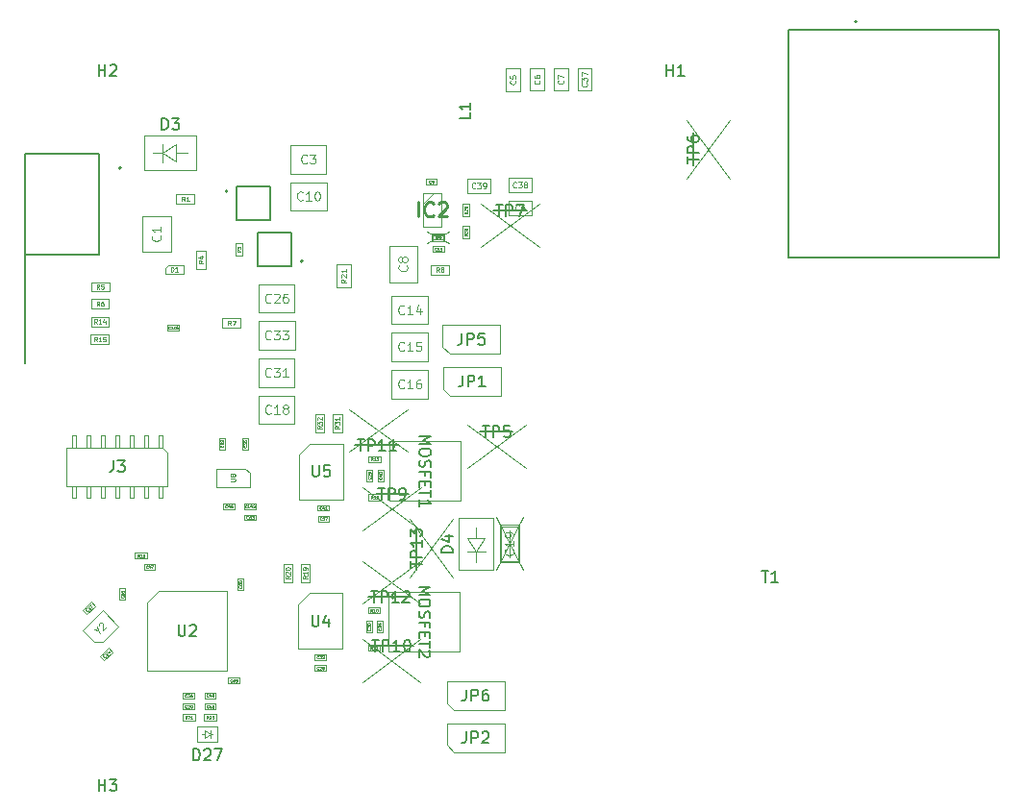
<source format=gbr>
G04 #@! TF.GenerationSoftware,KiCad,Pcbnew,9.0.1+1*
G04 #@! TF.CreationDate,2025-10-15T10:43:32+00:00*
G04 #@! TF.ProjectId,c64psu,63363470-7375-42e6-9b69-6361645f7063,rev?*
G04 #@! TF.SameCoordinates,Original*
G04 #@! TF.FileFunction,AssemblyDrawing,Top*
%FSLAX46Y46*%
G04 Gerber Fmt 4.6, Leading zero omitted, Abs format (unit mm)*
G04 Created by KiCad (PCBNEW 9.0.1+1) date 2025-10-15 10:43:32*
%MOMM*%
%LPD*%
G01*
G04 APERTURE LIST*
%ADD10C,0.150000*%
%ADD11C,0.040000*%
%ADD12C,0.080000*%
%ADD13C,0.120000*%
%ADD14C,0.060000*%
%ADD15C,0.254000*%
%ADD16C,0.090000*%
%ADD17C,0.100000*%
%ADD18C,0.127000*%
%ADD19C,0.200000*%
%ADD20C,0.025400*%
G04 APERTURE END LIST*
D10*
X197608095Y-86064819D02*
X198179523Y-86064819D01*
X197893809Y-87064819D02*
X197893809Y-86064819D01*
X199036666Y-87064819D02*
X198465238Y-87064819D01*
X198750952Y-87064819D02*
X198750952Y-86064819D01*
X198750952Y-86064819D02*
X198655714Y-86207676D01*
X198655714Y-86207676D02*
X198560476Y-86302914D01*
X198560476Y-86302914D02*
X198465238Y-86350533D01*
D11*
X163358057Y-79721800D02*
X163271390Y-79597991D01*
X163209485Y-79721800D02*
X163209485Y-79461800D01*
X163209485Y-79461800D02*
X163308533Y-79461800D01*
X163308533Y-79461800D02*
X163333295Y-79474181D01*
X163333295Y-79474181D02*
X163345676Y-79486562D01*
X163345676Y-79486562D02*
X163358057Y-79511324D01*
X163358057Y-79511324D02*
X163358057Y-79548467D01*
X163358057Y-79548467D02*
X163345676Y-79573229D01*
X163345676Y-79573229D02*
X163333295Y-79585610D01*
X163333295Y-79585610D02*
X163308533Y-79597991D01*
X163308533Y-79597991D02*
X163209485Y-79597991D01*
X163605676Y-79721800D02*
X163457104Y-79721800D01*
X163531390Y-79721800D02*
X163531390Y-79461800D01*
X163531390Y-79461800D02*
X163506628Y-79498943D01*
X163506628Y-79498943D02*
X163481866Y-79523705D01*
X163481866Y-79523705D02*
X163457104Y-79536086D01*
X163692342Y-79461800D02*
X163853295Y-79461800D01*
X163853295Y-79461800D02*
X163766628Y-79560848D01*
X163766628Y-79560848D02*
X163803771Y-79560848D01*
X163803771Y-79560848D02*
X163828533Y-79573229D01*
X163828533Y-79573229D02*
X163840914Y-79585610D01*
X163840914Y-79585610D02*
X163853295Y-79610372D01*
X163853295Y-79610372D02*
X163853295Y-79672277D01*
X163853295Y-79672277D02*
X163840914Y-79697039D01*
X163840914Y-79697039D02*
X163828533Y-79709420D01*
X163828533Y-79709420D02*
X163803771Y-79721800D01*
X163803771Y-79721800D02*
X163729485Y-79721800D01*
X163729485Y-79721800D02*
X163704723Y-79709420D01*
X163704723Y-79709420D02*
X163692342Y-79697039D01*
X158866085Y-81572965D02*
X158854181Y-81584870D01*
X158854181Y-81584870D02*
X158818466Y-81596774D01*
X158818466Y-81596774D02*
X158794657Y-81596774D01*
X158794657Y-81596774D02*
X158758943Y-81584870D01*
X158758943Y-81584870D02*
X158735133Y-81561060D01*
X158735133Y-81561060D02*
X158723228Y-81537250D01*
X158723228Y-81537250D02*
X158711324Y-81489631D01*
X158711324Y-81489631D02*
X158711324Y-81453917D01*
X158711324Y-81453917D02*
X158723228Y-81406298D01*
X158723228Y-81406298D02*
X158735133Y-81382489D01*
X158735133Y-81382489D02*
X158758943Y-81358679D01*
X158758943Y-81358679D02*
X158794657Y-81346774D01*
X158794657Y-81346774D02*
X158818466Y-81346774D01*
X158818466Y-81346774D02*
X158854181Y-81358679D01*
X158854181Y-81358679D02*
X158866085Y-81370584D01*
X158961324Y-81370584D02*
X158973228Y-81358679D01*
X158973228Y-81358679D02*
X158997038Y-81346774D01*
X158997038Y-81346774D02*
X159056562Y-81346774D01*
X159056562Y-81346774D02*
X159080371Y-81358679D01*
X159080371Y-81358679D02*
X159092276Y-81370584D01*
X159092276Y-81370584D02*
X159104181Y-81394393D01*
X159104181Y-81394393D02*
X159104181Y-81418203D01*
X159104181Y-81418203D02*
X159092276Y-81453917D01*
X159092276Y-81453917D02*
X158949419Y-81596774D01*
X158949419Y-81596774D02*
X159104181Y-81596774D01*
X159187514Y-81346774D02*
X159354180Y-81346774D01*
X159354180Y-81346774D02*
X159247038Y-81596774D01*
X158589285Y-94730165D02*
X158577381Y-94742070D01*
X158577381Y-94742070D02*
X158541666Y-94753974D01*
X158541666Y-94753974D02*
X158517857Y-94753974D01*
X158517857Y-94753974D02*
X158482143Y-94742070D01*
X158482143Y-94742070D02*
X158458333Y-94718260D01*
X158458333Y-94718260D02*
X158446428Y-94694450D01*
X158446428Y-94694450D02*
X158434524Y-94646831D01*
X158434524Y-94646831D02*
X158434524Y-94611117D01*
X158434524Y-94611117D02*
X158446428Y-94563498D01*
X158446428Y-94563498D02*
X158458333Y-94539689D01*
X158458333Y-94539689D02*
X158482143Y-94515879D01*
X158482143Y-94515879D02*
X158517857Y-94503974D01*
X158517857Y-94503974D02*
X158541666Y-94503974D01*
X158541666Y-94503974D02*
X158577381Y-94515879D01*
X158577381Y-94515879D02*
X158589285Y-94527784D01*
X158684524Y-94527784D02*
X158696428Y-94515879D01*
X158696428Y-94515879D02*
X158720238Y-94503974D01*
X158720238Y-94503974D02*
X158779762Y-94503974D01*
X158779762Y-94503974D02*
X158803571Y-94515879D01*
X158803571Y-94515879D02*
X158815476Y-94527784D01*
X158815476Y-94527784D02*
X158827381Y-94551593D01*
X158827381Y-94551593D02*
X158827381Y-94575403D01*
X158827381Y-94575403D02*
X158815476Y-94611117D01*
X158815476Y-94611117D02*
X158672619Y-94753974D01*
X158672619Y-94753974D02*
X158827381Y-94753974D01*
X158970238Y-94611117D02*
X158946428Y-94599212D01*
X158946428Y-94599212D02*
X158934523Y-94587308D01*
X158934523Y-94587308D02*
X158922619Y-94563498D01*
X158922619Y-94563498D02*
X158922619Y-94551593D01*
X158922619Y-94551593D02*
X158934523Y-94527784D01*
X158934523Y-94527784D02*
X158946428Y-94515879D01*
X158946428Y-94515879D02*
X158970238Y-94503974D01*
X158970238Y-94503974D02*
X159017857Y-94503974D01*
X159017857Y-94503974D02*
X159041666Y-94515879D01*
X159041666Y-94515879D02*
X159053571Y-94527784D01*
X159053571Y-94527784D02*
X159065476Y-94551593D01*
X159065476Y-94551593D02*
X159065476Y-94563498D01*
X159065476Y-94563498D02*
X159053571Y-94587308D01*
X159053571Y-94587308D02*
X159041666Y-94599212D01*
X159041666Y-94599212D02*
X159017857Y-94611117D01*
X159017857Y-94611117D02*
X158970238Y-94611117D01*
X158970238Y-94611117D02*
X158946428Y-94623022D01*
X158946428Y-94623022D02*
X158934523Y-94634927D01*
X158934523Y-94634927D02*
X158922619Y-94658736D01*
X158922619Y-94658736D02*
X158922619Y-94706355D01*
X158922619Y-94706355D02*
X158934523Y-94730165D01*
X158934523Y-94730165D02*
X158946428Y-94742070D01*
X158946428Y-94742070D02*
X158970238Y-94753974D01*
X158970238Y-94753974D02*
X159017857Y-94753974D01*
X159017857Y-94753974D02*
X159041666Y-94742070D01*
X159041666Y-94742070D02*
X159053571Y-94730165D01*
X159053571Y-94730165D02*
X159065476Y-94706355D01*
X159065476Y-94706355D02*
X159065476Y-94658736D01*
X159065476Y-94658736D02*
X159053571Y-94634927D01*
X159053571Y-94634927D02*
X159041666Y-94623022D01*
X159041666Y-94623022D02*
X159017857Y-94611117D01*
D12*
X176243466Y-54281530D02*
X176219657Y-54305340D01*
X176219657Y-54305340D02*
X176148228Y-54329149D01*
X176148228Y-54329149D02*
X176100609Y-54329149D01*
X176100609Y-54329149D02*
X176029181Y-54305340D01*
X176029181Y-54305340D02*
X175981562Y-54257720D01*
X175981562Y-54257720D02*
X175957752Y-54210101D01*
X175957752Y-54210101D02*
X175933943Y-54114863D01*
X175933943Y-54114863D02*
X175933943Y-54043435D01*
X175933943Y-54043435D02*
X175957752Y-53948197D01*
X175957752Y-53948197D02*
X175981562Y-53900578D01*
X175981562Y-53900578D02*
X176029181Y-53852959D01*
X176029181Y-53852959D02*
X176100609Y-53829149D01*
X176100609Y-53829149D02*
X176148228Y-53829149D01*
X176148228Y-53829149D02*
X176219657Y-53852959D01*
X176219657Y-53852959D02*
X176243466Y-53876768D01*
X176672038Y-53995816D02*
X176672038Y-54329149D01*
X176552990Y-53805340D02*
X176433943Y-54162482D01*
X176433943Y-54162482D02*
X176743466Y-54162482D01*
D10*
X158054133Y-76783166D02*
X158054133Y-77576500D01*
X158054133Y-77576500D02*
X158100800Y-77669833D01*
X158100800Y-77669833D02*
X158147466Y-77716500D01*
X158147466Y-77716500D02*
X158240800Y-77763166D01*
X158240800Y-77763166D02*
X158427466Y-77763166D01*
X158427466Y-77763166D02*
X158520800Y-77716500D01*
X158520800Y-77716500D02*
X158567466Y-77669833D01*
X158567466Y-77669833D02*
X158614133Y-77576500D01*
X158614133Y-77576500D02*
X158614133Y-76783166D01*
X159547467Y-76783166D02*
X159080800Y-76783166D01*
X159080800Y-76783166D02*
X159034133Y-77249833D01*
X159034133Y-77249833D02*
X159080800Y-77203166D01*
X159080800Y-77203166D02*
X159174133Y-77156500D01*
X159174133Y-77156500D02*
X159407467Y-77156500D01*
X159407467Y-77156500D02*
X159500800Y-77203166D01*
X159500800Y-77203166D02*
X159547467Y-77249833D01*
X159547467Y-77249833D02*
X159594133Y-77343166D01*
X159594133Y-77343166D02*
X159594133Y-77576500D01*
X159594133Y-77576500D02*
X159547467Y-77669833D01*
X159547467Y-77669833D02*
X159500800Y-77716500D01*
X159500800Y-77716500D02*
X159407467Y-77763166D01*
X159407467Y-77763166D02*
X159174133Y-77763166D01*
X159174133Y-77763166D02*
X159080800Y-77716500D01*
X159080800Y-77716500D02*
X159034133Y-77669833D01*
D12*
X182195930Y-43095028D02*
X182219740Y-43118837D01*
X182219740Y-43118837D02*
X182243549Y-43190266D01*
X182243549Y-43190266D02*
X182243549Y-43237885D01*
X182243549Y-43237885D02*
X182219740Y-43309313D01*
X182219740Y-43309313D02*
X182172120Y-43356932D01*
X182172120Y-43356932D02*
X182124501Y-43380742D01*
X182124501Y-43380742D02*
X182029263Y-43404551D01*
X182029263Y-43404551D02*
X181957835Y-43404551D01*
X181957835Y-43404551D02*
X181862597Y-43380742D01*
X181862597Y-43380742D02*
X181814978Y-43356932D01*
X181814978Y-43356932D02*
X181767359Y-43309313D01*
X181767359Y-43309313D02*
X181743549Y-43237885D01*
X181743549Y-43237885D02*
X181743549Y-43190266D01*
X181743549Y-43190266D02*
X181767359Y-43118837D01*
X181767359Y-43118837D02*
X181791168Y-43095028D01*
X181743549Y-42928361D02*
X181743549Y-42618837D01*
X181743549Y-42618837D02*
X181934025Y-42785504D01*
X181934025Y-42785504D02*
X181934025Y-42714075D01*
X181934025Y-42714075D02*
X181957835Y-42666456D01*
X181957835Y-42666456D02*
X181981644Y-42642647D01*
X181981644Y-42642647D02*
X182029263Y-42618837D01*
X182029263Y-42618837D02*
X182148311Y-42618837D01*
X182148311Y-42618837D02*
X182195930Y-42642647D01*
X182195930Y-42642647D02*
X182219740Y-42666456D01*
X182219740Y-42666456D02*
X182243549Y-42714075D01*
X182243549Y-42714075D02*
X182243549Y-42856932D01*
X182243549Y-42856932D02*
X182219740Y-42904551D01*
X182219740Y-42904551D02*
X182195930Y-42928361D01*
X181743549Y-42452171D02*
X181743549Y-42118838D01*
X181743549Y-42118838D02*
X182243549Y-42333123D01*
D10*
X163310305Y-92146019D02*
X163881733Y-92146019D01*
X163596019Y-93146019D02*
X163596019Y-92146019D01*
X164215067Y-93146019D02*
X164215067Y-92146019D01*
X164215067Y-92146019D02*
X164596019Y-92146019D01*
X164596019Y-92146019D02*
X164691257Y-92193638D01*
X164691257Y-92193638D02*
X164738876Y-92241257D01*
X164738876Y-92241257D02*
X164786495Y-92336495D01*
X164786495Y-92336495D02*
X164786495Y-92479352D01*
X164786495Y-92479352D02*
X164738876Y-92574590D01*
X164738876Y-92574590D02*
X164691257Y-92622209D01*
X164691257Y-92622209D02*
X164596019Y-92669828D01*
X164596019Y-92669828D02*
X164215067Y-92669828D01*
X165738876Y-93146019D02*
X165167448Y-93146019D01*
X165453162Y-93146019D02*
X165453162Y-92146019D01*
X165453162Y-92146019D02*
X165357924Y-92288876D01*
X165357924Y-92288876D02*
X165262686Y-92384114D01*
X165262686Y-92384114D02*
X165167448Y-92431733D01*
X166357924Y-92146019D02*
X166453162Y-92146019D01*
X166453162Y-92146019D02*
X166548400Y-92193638D01*
X166548400Y-92193638D02*
X166596019Y-92241257D01*
X166596019Y-92241257D02*
X166643638Y-92336495D01*
X166643638Y-92336495D02*
X166691257Y-92526971D01*
X166691257Y-92526971D02*
X166691257Y-92765066D01*
X166691257Y-92765066D02*
X166643638Y-92955542D01*
X166643638Y-92955542D02*
X166596019Y-93050780D01*
X166596019Y-93050780D02*
X166548400Y-93098400D01*
X166548400Y-93098400D02*
X166453162Y-93146019D01*
X166453162Y-93146019D02*
X166357924Y-93146019D01*
X166357924Y-93146019D02*
X166262686Y-93098400D01*
X166262686Y-93098400D02*
X166215067Y-93050780D01*
X166215067Y-93050780D02*
X166167448Y-92955542D01*
X166167448Y-92955542D02*
X166119829Y-92765066D01*
X166119829Y-92765066D02*
X166119829Y-92526971D01*
X166119829Y-92526971D02*
X166167448Y-92336495D01*
X166167448Y-92336495D02*
X166215067Y-92241257D01*
X166215067Y-92241257D02*
X166262686Y-92193638D01*
X166262686Y-92193638D02*
X166357924Y-92146019D01*
X163091014Y-92646019D02*
X166916257Y-92646019D01*
D13*
X154374914Y-62365264D02*
X154336818Y-62403360D01*
X154336818Y-62403360D02*
X154222533Y-62441455D01*
X154222533Y-62441455D02*
X154146342Y-62441455D01*
X154146342Y-62441455D02*
X154032056Y-62403360D01*
X154032056Y-62403360D02*
X153955866Y-62327169D01*
X153955866Y-62327169D02*
X153917771Y-62250979D01*
X153917771Y-62250979D02*
X153879675Y-62098598D01*
X153879675Y-62098598D02*
X153879675Y-61984312D01*
X153879675Y-61984312D02*
X153917771Y-61831931D01*
X153917771Y-61831931D02*
X153955866Y-61755740D01*
X153955866Y-61755740D02*
X154032056Y-61679550D01*
X154032056Y-61679550D02*
X154146342Y-61641455D01*
X154146342Y-61641455D02*
X154222533Y-61641455D01*
X154222533Y-61641455D02*
X154336818Y-61679550D01*
X154336818Y-61679550D02*
X154374914Y-61717645D01*
X154679675Y-61717645D02*
X154717771Y-61679550D01*
X154717771Y-61679550D02*
X154793961Y-61641455D01*
X154793961Y-61641455D02*
X154984437Y-61641455D01*
X154984437Y-61641455D02*
X155060628Y-61679550D01*
X155060628Y-61679550D02*
X155098723Y-61717645D01*
X155098723Y-61717645D02*
X155136818Y-61793836D01*
X155136818Y-61793836D02*
X155136818Y-61870026D01*
X155136818Y-61870026D02*
X155098723Y-61984312D01*
X155098723Y-61984312D02*
X154641580Y-62441455D01*
X154641580Y-62441455D02*
X155136818Y-62441455D01*
X155822533Y-61641455D02*
X155670152Y-61641455D01*
X155670152Y-61641455D02*
X155593961Y-61679550D01*
X155593961Y-61679550D02*
X155555866Y-61717645D01*
X155555866Y-61717645D02*
X155479676Y-61831931D01*
X155479676Y-61831931D02*
X155441580Y-61984312D01*
X155441580Y-61984312D02*
X155441580Y-62289074D01*
X155441580Y-62289074D02*
X155479676Y-62365264D01*
X155479676Y-62365264D02*
X155517771Y-62403360D01*
X155517771Y-62403360D02*
X155593961Y-62441455D01*
X155593961Y-62441455D02*
X155746342Y-62441455D01*
X155746342Y-62441455D02*
X155822533Y-62403360D01*
X155822533Y-62403360D02*
X155860628Y-62365264D01*
X155860628Y-62365264D02*
X155898723Y-62289074D01*
X155898723Y-62289074D02*
X155898723Y-62098598D01*
X155898723Y-62098598D02*
X155860628Y-62022407D01*
X155860628Y-62022407D02*
X155822533Y-61984312D01*
X155822533Y-61984312D02*
X155746342Y-61946217D01*
X155746342Y-61946217D02*
X155593961Y-61946217D01*
X155593961Y-61946217D02*
X155517771Y-61984312D01*
X155517771Y-61984312D02*
X155479676Y-62022407D01*
X155479676Y-62022407D02*
X155441580Y-62098598D01*
D10*
X163837295Y-78785619D02*
X164408723Y-78785619D01*
X164123009Y-79785619D02*
X164123009Y-78785619D01*
X164742057Y-79785619D02*
X164742057Y-78785619D01*
X164742057Y-78785619D02*
X165123009Y-78785619D01*
X165123009Y-78785619D02*
X165218247Y-78833238D01*
X165218247Y-78833238D02*
X165265866Y-78880857D01*
X165265866Y-78880857D02*
X165313485Y-78976095D01*
X165313485Y-78976095D02*
X165313485Y-79118952D01*
X165313485Y-79118952D02*
X165265866Y-79214190D01*
X165265866Y-79214190D02*
X165218247Y-79261809D01*
X165218247Y-79261809D02*
X165123009Y-79309428D01*
X165123009Y-79309428D02*
X164742057Y-79309428D01*
X165789676Y-79785619D02*
X165980152Y-79785619D01*
X165980152Y-79785619D02*
X166075390Y-79738000D01*
X166075390Y-79738000D02*
X166123009Y-79690380D01*
X166123009Y-79690380D02*
X166218247Y-79547523D01*
X166218247Y-79547523D02*
X166265866Y-79357047D01*
X166265866Y-79357047D02*
X166265866Y-78976095D01*
X166265866Y-78976095D02*
X166218247Y-78880857D01*
X166218247Y-78880857D02*
X166170628Y-78833238D01*
X166170628Y-78833238D02*
X166075390Y-78785619D01*
X166075390Y-78785619D02*
X165884914Y-78785619D01*
X165884914Y-78785619D02*
X165789676Y-78833238D01*
X165789676Y-78833238D02*
X165742057Y-78880857D01*
X165742057Y-78880857D02*
X165694438Y-78976095D01*
X165694438Y-78976095D02*
X165694438Y-79214190D01*
X165694438Y-79214190D02*
X165742057Y-79309428D01*
X165742057Y-79309428D02*
X165789676Y-79357047D01*
X165789676Y-79357047D02*
X165884914Y-79404666D01*
X165884914Y-79404666D02*
X166075390Y-79404666D01*
X166075390Y-79404666D02*
X166170628Y-79357047D01*
X166170628Y-79357047D02*
X166218247Y-79309428D01*
X166218247Y-79309428D02*
X166265866Y-79214190D01*
X163618004Y-79285619D02*
X166490866Y-79285619D01*
D11*
X163106965Y-91143514D02*
X163118870Y-91155418D01*
X163118870Y-91155418D02*
X163130774Y-91191133D01*
X163130774Y-91191133D02*
X163130774Y-91214942D01*
X163130774Y-91214942D02*
X163118870Y-91250656D01*
X163118870Y-91250656D02*
X163095060Y-91274466D01*
X163095060Y-91274466D02*
X163071250Y-91286371D01*
X163071250Y-91286371D02*
X163023631Y-91298275D01*
X163023631Y-91298275D02*
X162987917Y-91298275D01*
X162987917Y-91298275D02*
X162940298Y-91286371D01*
X162940298Y-91286371D02*
X162916489Y-91274466D01*
X162916489Y-91274466D02*
X162892679Y-91250656D01*
X162892679Y-91250656D02*
X162880774Y-91214942D01*
X162880774Y-91214942D02*
X162880774Y-91191133D01*
X162880774Y-91191133D02*
X162892679Y-91155418D01*
X162892679Y-91155418D02*
X162904584Y-91143514D01*
X162880774Y-91060180D02*
X162880774Y-90905418D01*
X162880774Y-90905418D02*
X162976012Y-90988752D01*
X162976012Y-90988752D02*
X162976012Y-90953037D01*
X162976012Y-90953037D02*
X162987917Y-90929228D01*
X162987917Y-90929228D02*
X162999822Y-90917323D01*
X162999822Y-90917323D02*
X163023631Y-90905418D01*
X163023631Y-90905418D02*
X163083155Y-90905418D01*
X163083155Y-90905418D02*
X163106965Y-90917323D01*
X163106965Y-90917323D02*
X163118870Y-90929228D01*
X163118870Y-90929228D02*
X163130774Y-90953037D01*
X163130774Y-90953037D02*
X163130774Y-91024466D01*
X163130774Y-91024466D02*
X163118870Y-91048275D01*
X163118870Y-91048275D02*
X163106965Y-91060180D01*
X162880774Y-90750657D02*
X162880774Y-90726847D01*
X162880774Y-90726847D02*
X162892679Y-90703038D01*
X162892679Y-90703038D02*
X162904584Y-90691133D01*
X162904584Y-90691133D02*
X162928393Y-90679228D01*
X162928393Y-90679228D02*
X162976012Y-90667323D01*
X162976012Y-90667323D02*
X163035536Y-90667323D01*
X163035536Y-90667323D02*
X163083155Y-90679228D01*
X163083155Y-90679228D02*
X163106965Y-90691133D01*
X163106965Y-90691133D02*
X163118870Y-90703038D01*
X163118870Y-90703038D02*
X163130774Y-90726847D01*
X163130774Y-90726847D02*
X163130774Y-90750657D01*
X163130774Y-90750657D02*
X163118870Y-90774466D01*
X163118870Y-90774466D02*
X163106965Y-90786371D01*
X163106965Y-90786371D02*
X163083155Y-90798276D01*
X163083155Y-90798276D02*
X163035536Y-90810180D01*
X163035536Y-90810180D02*
X162976012Y-90810180D01*
X162976012Y-90810180D02*
X162928393Y-90798276D01*
X162928393Y-90798276D02*
X162904584Y-90786371D01*
X162904584Y-90786371D02*
X162892679Y-90774466D01*
X162892679Y-90774466D02*
X162880774Y-90750657D01*
D14*
X145594762Y-59691927D02*
X145594762Y-59291927D01*
X145594762Y-59291927D02*
X145690000Y-59291927D01*
X145690000Y-59291927D02*
X145747143Y-59310975D01*
X145747143Y-59310975D02*
X145785238Y-59349070D01*
X145785238Y-59349070D02*
X145804285Y-59387165D01*
X145804285Y-59387165D02*
X145823333Y-59463356D01*
X145823333Y-59463356D02*
X145823333Y-59520499D01*
X145823333Y-59520499D02*
X145804285Y-59596689D01*
X145804285Y-59596689D02*
X145785238Y-59634784D01*
X145785238Y-59634784D02*
X145747143Y-59672880D01*
X145747143Y-59672880D02*
X145690000Y-59691927D01*
X145690000Y-59691927D02*
X145594762Y-59691927D01*
X146204285Y-59691927D02*
X145975714Y-59691927D01*
X146090000Y-59691927D02*
X146090000Y-59291927D01*
X146090000Y-59291927D02*
X146051904Y-59349070D01*
X146051904Y-59349070D02*
X146013809Y-59387165D01*
X146013809Y-59387165D02*
X145975714Y-59406213D01*
D11*
X150533784Y-80487465D02*
X150521880Y-80499370D01*
X150521880Y-80499370D02*
X150486165Y-80511274D01*
X150486165Y-80511274D02*
X150462356Y-80511274D01*
X150462356Y-80511274D02*
X150426642Y-80499370D01*
X150426642Y-80499370D02*
X150402832Y-80475560D01*
X150402832Y-80475560D02*
X150390927Y-80451750D01*
X150390927Y-80451750D02*
X150379023Y-80404131D01*
X150379023Y-80404131D02*
X150379023Y-80368417D01*
X150379023Y-80368417D02*
X150390927Y-80320798D01*
X150390927Y-80320798D02*
X150402832Y-80296989D01*
X150402832Y-80296989D02*
X150426642Y-80273179D01*
X150426642Y-80273179D02*
X150462356Y-80261274D01*
X150462356Y-80261274D02*
X150486165Y-80261274D01*
X150486165Y-80261274D02*
X150521880Y-80273179D01*
X150521880Y-80273179D02*
X150533784Y-80285084D01*
X150748070Y-80344608D02*
X150748070Y-80511274D01*
X150688546Y-80249370D02*
X150629023Y-80427941D01*
X150629023Y-80427941D02*
X150783784Y-80427941D01*
X150986165Y-80261274D02*
X150938546Y-80261274D01*
X150938546Y-80261274D02*
X150914737Y-80273179D01*
X150914737Y-80273179D02*
X150902832Y-80285084D01*
X150902832Y-80285084D02*
X150879022Y-80320798D01*
X150879022Y-80320798D02*
X150867118Y-80368417D01*
X150867118Y-80368417D02*
X150867118Y-80463655D01*
X150867118Y-80463655D02*
X150879022Y-80487465D01*
X150879022Y-80487465D02*
X150890927Y-80499370D01*
X150890927Y-80499370D02*
X150914737Y-80511274D01*
X150914737Y-80511274D02*
X150962356Y-80511274D01*
X150962356Y-80511274D02*
X150986165Y-80499370D01*
X150986165Y-80499370D02*
X150998070Y-80487465D01*
X150998070Y-80487465D02*
X151009975Y-80463655D01*
X151009975Y-80463655D02*
X151009975Y-80404131D01*
X151009975Y-80404131D02*
X150998070Y-80380322D01*
X150998070Y-80380322D02*
X150986165Y-80368417D01*
X150986165Y-80368417D02*
X150962356Y-80356512D01*
X150962356Y-80356512D02*
X150914737Y-80356512D01*
X150914737Y-80356512D02*
X150890927Y-80368417D01*
X150890927Y-80368417D02*
X150879022Y-80380322D01*
X150879022Y-80380322D02*
X150867118Y-80404131D01*
X163307257Y-89678600D02*
X163220590Y-89554791D01*
X163158685Y-89678600D02*
X163158685Y-89418600D01*
X163158685Y-89418600D02*
X163257733Y-89418600D01*
X163257733Y-89418600D02*
X163282495Y-89430981D01*
X163282495Y-89430981D02*
X163294876Y-89443362D01*
X163294876Y-89443362D02*
X163307257Y-89468124D01*
X163307257Y-89468124D02*
X163307257Y-89505267D01*
X163307257Y-89505267D02*
X163294876Y-89530029D01*
X163294876Y-89530029D02*
X163282495Y-89542410D01*
X163282495Y-89542410D02*
X163257733Y-89554791D01*
X163257733Y-89554791D02*
X163158685Y-89554791D01*
X163554876Y-89678600D02*
X163406304Y-89678600D01*
X163480590Y-89678600D02*
X163480590Y-89418600D01*
X163480590Y-89418600D02*
X163455828Y-89455743D01*
X163455828Y-89455743D02*
X163431066Y-89480505D01*
X163431066Y-89480505D02*
X163406304Y-89492886D01*
X163715828Y-89418600D02*
X163740590Y-89418600D01*
X163740590Y-89418600D02*
X163765352Y-89430981D01*
X163765352Y-89430981D02*
X163777733Y-89443362D01*
X163777733Y-89443362D02*
X163790114Y-89468124D01*
X163790114Y-89468124D02*
X163802495Y-89517648D01*
X163802495Y-89517648D02*
X163802495Y-89579553D01*
X163802495Y-89579553D02*
X163790114Y-89629077D01*
X163790114Y-89629077D02*
X163777733Y-89653839D01*
X163777733Y-89653839D02*
X163765352Y-89666220D01*
X163765352Y-89666220D02*
X163740590Y-89678600D01*
X163740590Y-89678600D02*
X163715828Y-89678600D01*
X163715828Y-89678600D02*
X163691066Y-89666220D01*
X163691066Y-89666220D02*
X163678685Y-89653839D01*
X163678685Y-89653839D02*
X163666304Y-89629077D01*
X163666304Y-89629077D02*
X163653923Y-89579553D01*
X163653923Y-89579553D02*
X163653923Y-89517648D01*
X163653923Y-89517648D02*
X163666304Y-89468124D01*
X163666304Y-89468124D02*
X163678685Y-89443362D01*
X163678685Y-89443362D02*
X163691066Y-89430981D01*
X163691066Y-89430981D02*
X163715828Y-89418600D01*
D14*
X158881127Y-73319742D02*
X158690651Y-73453075D01*
X158881127Y-73548313D02*
X158481127Y-73548313D01*
X158481127Y-73548313D02*
X158481127Y-73395932D01*
X158481127Y-73395932D02*
X158500175Y-73357837D01*
X158500175Y-73357837D02*
X158519222Y-73338790D01*
X158519222Y-73338790D02*
X158557318Y-73319742D01*
X158557318Y-73319742D02*
X158614460Y-73319742D01*
X158614460Y-73319742D02*
X158652556Y-73338790D01*
X158652556Y-73338790D02*
X158671603Y-73357837D01*
X158671603Y-73357837D02*
X158690651Y-73395932D01*
X158690651Y-73395932D02*
X158690651Y-73548313D01*
X158481127Y-73186409D02*
X158481127Y-72938790D01*
X158481127Y-72938790D02*
X158633508Y-73072123D01*
X158633508Y-73072123D02*
X158633508Y-73014980D01*
X158633508Y-73014980D02*
X158652556Y-72976885D01*
X158652556Y-72976885D02*
X158671603Y-72957837D01*
X158671603Y-72957837D02*
X158709699Y-72938790D01*
X158709699Y-72938790D02*
X158804937Y-72938790D01*
X158804937Y-72938790D02*
X158843032Y-72957837D01*
X158843032Y-72957837D02*
X158862080Y-72976885D01*
X158862080Y-72976885D02*
X158881127Y-73014980D01*
X158881127Y-73014980D02*
X158881127Y-73129266D01*
X158881127Y-73129266D02*
X158862080Y-73167361D01*
X158862080Y-73167361D02*
X158843032Y-73186409D01*
X158519222Y-72786409D02*
X158500175Y-72767361D01*
X158500175Y-72767361D02*
X158481127Y-72729266D01*
X158481127Y-72729266D02*
X158481127Y-72634028D01*
X158481127Y-72634028D02*
X158500175Y-72595933D01*
X158500175Y-72595933D02*
X158519222Y-72576885D01*
X158519222Y-72576885D02*
X158557318Y-72557838D01*
X158557318Y-72557838D02*
X158595413Y-72557838D01*
X158595413Y-72557838D02*
X158652556Y-72576885D01*
X158652556Y-72576885D02*
X158881127Y-72805457D01*
X158881127Y-72805457D02*
X158881127Y-72557838D01*
D10*
X189238095Y-42454819D02*
X189238095Y-41454819D01*
X189238095Y-41931009D02*
X189809523Y-41931009D01*
X189809523Y-42454819D02*
X189809523Y-41454819D01*
X190809523Y-42454819D02*
X190238095Y-42454819D01*
X190523809Y-42454819D02*
X190523809Y-41454819D01*
X190523809Y-41454819D02*
X190428571Y-41597676D01*
X190428571Y-41597676D02*
X190333333Y-41692914D01*
X190333333Y-41692914D02*
X190238095Y-41740533D01*
D14*
X160425927Y-73307542D02*
X160235451Y-73440875D01*
X160425927Y-73536113D02*
X160025927Y-73536113D01*
X160025927Y-73536113D02*
X160025927Y-73383732D01*
X160025927Y-73383732D02*
X160044975Y-73345637D01*
X160044975Y-73345637D02*
X160064022Y-73326590D01*
X160064022Y-73326590D02*
X160102118Y-73307542D01*
X160102118Y-73307542D02*
X160159260Y-73307542D01*
X160159260Y-73307542D02*
X160197356Y-73326590D01*
X160197356Y-73326590D02*
X160216403Y-73345637D01*
X160216403Y-73345637D02*
X160235451Y-73383732D01*
X160235451Y-73383732D02*
X160235451Y-73536113D01*
X160025927Y-73174209D02*
X160025927Y-72926590D01*
X160025927Y-72926590D02*
X160178308Y-73059923D01*
X160178308Y-73059923D02*
X160178308Y-73002780D01*
X160178308Y-73002780D02*
X160197356Y-72964685D01*
X160197356Y-72964685D02*
X160216403Y-72945637D01*
X160216403Y-72945637D02*
X160254499Y-72926590D01*
X160254499Y-72926590D02*
X160349737Y-72926590D01*
X160349737Y-72926590D02*
X160387832Y-72945637D01*
X160387832Y-72945637D02*
X160406880Y-72964685D01*
X160406880Y-72964685D02*
X160425927Y-73002780D01*
X160425927Y-73002780D02*
X160425927Y-73117066D01*
X160425927Y-73117066D02*
X160406880Y-73155161D01*
X160406880Y-73155161D02*
X160387832Y-73174209D01*
X160425927Y-72545638D02*
X160425927Y-72774209D01*
X160425927Y-72659923D02*
X160025927Y-72659923D01*
X160025927Y-72659923D02*
X160083070Y-72698019D01*
X160083070Y-72698019D02*
X160121165Y-72736114D01*
X160121165Y-72736114D02*
X160140213Y-72774209D01*
X139285633Y-61220677D02*
X139152300Y-61030201D01*
X139057062Y-61220677D02*
X139057062Y-60820677D01*
X139057062Y-60820677D02*
X139209443Y-60820677D01*
X139209443Y-60820677D02*
X139247538Y-60839725D01*
X139247538Y-60839725D02*
X139266585Y-60858772D01*
X139266585Y-60858772D02*
X139285633Y-60896868D01*
X139285633Y-60896868D02*
X139285633Y-60954010D01*
X139285633Y-60954010D02*
X139266585Y-60992106D01*
X139266585Y-60992106D02*
X139247538Y-61011153D01*
X139247538Y-61011153D02*
X139209443Y-61030201D01*
X139209443Y-61030201D02*
X139057062Y-61030201D01*
X139647538Y-60820677D02*
X139457062Y-60820677D01*
X139457062Y-60820677D02*
X139438014Y-61011153D01*
X139438014Y-61011153D02*
X139457062Y-60992106D01*
X139457062Y-60992106D02*
X139495157Y-60973058D01*
X139495157Y-60973058D02*
X139590395Y-60973058D01*
X139590395Y-60973058D02*
X139628490Y-60992106D01*
X139628490Y-60992106D02*
X139647538Y-61011153D01*
X139647538Y-61011153D02*
X139666585Y-61049249D01*
X139666585Y-61049249D02*
X139666585Y-61144487D01*
X139666585Y-61144487D02*
X139647538Y-61182582D01*
X139647538Y-61182582D02*
X139628490Y-61201630D01*
X139628490Y-61201630D02*
X139590395Y-61220677D01*
X139590395Y-61220677D02*
X139495157Y-61220677D01*
X139495157Y-61220677D02*
X139457062Y-61201630D01*
X139457062Y-61201630D02*
X139438014Y-61182582D01*
D12*
X175896730Y-42872134D02*
X175920540Y-42895943D01*
X175920540Y-42895943D02*
X175944349Y-42967372D01*
X175944349Y-42967372D02*
X175944349Y-43014991D01*
X175944349Y-43014991D02*
X175920540Y-43086419D01*
X175920540Y-43086419D02*
X175872920Y-43134038D01*
X175872920Y-43134038D02*
X175825301Y-43157848D01*
X175825301Y-43157848D02*
X175730063Y-43181657D01*
X175730063Y-43181657D02*
X175658635Y-43181657D01*
X175658635Y-43181657D02*
X175563397Y-43157848D01*
X175563397Y-43157848D02*
X175515778Y-43134038D01*
X175515778Y-43134038D02*
X175468159Y-43086419D01*
X175468159Y-43086419D02*
X175444349Y-43014991D01*
X175444349Y-43014991D02*
X175444349Y-42967372D01*
X175444349Y-42967372D02*
X175468159Y-42895943D01*
X175468159Y-42895943D02*
X175491968Y-42872134D01*
X175444349Y-42419753D02*
X175444349Y-42657848D01*
X175444349Y-42657848D02*
X175682444Y-42681657D01*
X175682444Y-42681657D02*
X175658635Y-42657848D01*
X175658635Y-42657848D02*
X175634825Y-42610229D01*
X175634825Y-42610229D02*
X175634825Y-42491181D01*
X175634825Y-42491181D02*
X175658635Y-42443562D01*
X175658635Y-42443562D02*
X175682444Y-42419753D01*
X175682444Y-42419753D02*
X175730063Y-42395943D01*
X175730063Y-42395943D02*
X175849111Y-42395943D01*
X175849111Y-42395943D02*
X175896730Y-42419753D01*
X175896730Y-42419753D02*
X175920540Y-42443562D01*
X175920540Y-42443562D02*
X175944349Y-42491181D01*
X175944349Y-42491181D02*
X175944349Y-42610229D01*
X175944349Y-42610229D02*
X175920540Y-42657848D01*
X175920540Y-42657848D02*
X175896730Y-42681657D01*
D11*
X158843285Y-80607765D02*
X158831381Y-80619670D01*
X158831381Y-80619670D02*
X158795666Y-80631574D01*
X158795666Y-80631574D02*
X158771857Y-80631574D01*
X158771857Y-80631574D02*
X158736143Y-80619670D01*
X158736143Y-80619670D02*
X158712333Y-80595860D01*
X158712333Y-80595860D02*
X158700428Y-80572050D01*
X158700428Y-80572050D02*
X158688524Y-80524431D01*
X158688524Y-80524431D02*
X158688524Y-80488717D01*
X158688524Y-80488717D02*
X158700428Y-80441098D01*
X158700428Y-80441098D02*
X158712333Y-80417289D01*
X158712333Y-80417289D02*
X158736143Y-80393479D01*
X158736143Y-80393479D02*
X158771857Y-80381574D01*
X158771857Y-80381574D02*
X158795666Y-80381574D01*
X158795666Y-80381574D02*
X158831381Y-80393479D01*
X158831381Y-80393479D02*
X158843285Y-80405384D01*
X159057571Y-80464908D02*
X159057571Y-80631574D01*
X158998047Y-80369670D02*
X158938524Y-80548241D01*
X158938524Y-80548241D02*
X159093285Y-80548241D01*
X159319476Y-80631574D02*
X159176619Y-80631574D01*
X159248047Y-80631574D02*
X159248047Y-80381574D01*
X159248047Y-80381574D02*
X159224238Y-80417289D01*
X159224238Y-80417289D02*
X159200428Y-80441098D01*
X159200428Y-80441098D02*
X159176619Y-80453003D01*
X151713300Y-57782081D02*
X151589491Y-57868748D01*
X151713300Y-57930653D02*
X151453300Y-57930653D01*
X151453300Y-57930653D02*
X151453300Y-57831605D01*
X151453300Y-57831605D02*
X151465681Y-57806843D01*
X151465681Y-57806843D02*
X151478062Y-57794462D01*
X151478062Y-57794462D02*
X151502824Y-57782081D01*
X151502824Y-57782081D02*
X151539967Y-57782081D01*
X151539967Y-57782081D02*
X151564729Y-57794462D01*
X151564729Y-57794462D02*
X151577110Y-57806843D01*
X151577110Y-57806843D02*
X151589491Y-57831605D01*
X151589491Y-57831605D02*
X151589491Y-57930653D01*
X151453300Y-57695415D02*
X151453300Y-57534462D01*
X151453300Y-57534462D02*
X151552348Y-57621129D01*
X151552348Y-57621129D02*
X151552348Y-57583986D01*
X151552348Y-57583986D02*
X151564729Y-57559224D01*
X151564729Y-57559224D02*
X151577110Y-57546843D01*
X151577110Y-57546843D02*
X151601872Y-57534462D01*
X151601872Y-57534462D02*
X151663777Y-57534462D01*
X151663777Y-57534462D02*
X151688539Y-57546843D01*
X151688539Y-57546843D02*
X151700920Y-57559224D01*
X151700920Y-57559224D02*
X151713300Y-57583986D01*
X151713300Y-57583986D02*
X151713300Y-57658272D01*
X151713300Y-57658272D02*
X151700920Y-57683034D01*
X151700920Y-57683034D02*
X151688539Y-57695415D01*
D14*
X157611127Y-86515542D02*
X157420651Y-86648875D01*
X157611127Y-86744113D02*
X157211127Y-86744113D01*
X157211127Y-86744113D02*
X157211127Y-86591732D01*
X157211127Y-86591732D02*
X157230175Y-86553637D01*
X157230175Y-86553637D02*
X157249222Y-86534590D01*
X157249222Y-86534590D02*
X157287318Y-86515542D01*
X157287318Y-86515542D02*
X157344460Y-86515542D01*
X157344460Y-86515542D02*
X157382556Y-86534590D01*
X157382556Y-86534590D02*
X157401603Y-86553637D01*
X157401603Y-86553637D02*
X157420651Y-86591732D01*
X157420651Y-86591732D02*
X157420651Y-86744113D01*
X157611127Y-86134590D02*
X157611127Y-86363161D01*
X157611127Y-86248875D02*
X157211127Y-86248875D01*
X157211127Y-86248875D02*
X157268270Y-86286971D01*
X157268270Y-86286971D02*
X157306365Y-86325066D01*
X157306365Y-86325066D02*
X157325413Y-86363161D01*
X157611127Y-85944114D02*
X157611127Y-85867923D01*
X157611127Y-85867923D02*
X157592080Y-85829828D01*
X157592080Y-85829828D02*
X157573032Y-85810780D01*
X157573032Y-85810780D02*
X157515889Y-85772685D01*
X157515889Y-85772685D02*
X157439699Y-85753638D01*
X157439699Y-85753638D02*
X157287318Y-85753638D01*
X157287318Y-85753638D02*
X157249222Y-85772685D01*
X157249222Y-85772685D02*
X157230175Y-85791733D01*
X157230175Y-85791733D02*
X157211127Y-85829828D01*
X157211127Y-85829828D02*
X157211127Y-85906019D01*
X157211127Y-85906019D02*
X157230175Y-85944114D01*
X157230175Y-85944114D02*
X157249222Y-85963161D01*
X157249222Y-85963161D02*
X157287318Y-85982209D01*
X157287318Y-85982209D02*
X157382556Y-85982209D01*
X157382556Y-85982209D02*
X157420651Y-85963161D01*
X157420651Y-85963161D02*
X157439699Y-85944114D01*
X157439699Y-85944114D02*
X157458746Y-85906019D01*
X157458746Y-85906019D02*
X157458746Y-85829828D01*
X157458746Y-85829828D02*
X157439699Y-85791733D01*
X157439699Y-85791733D02*
X157420651Y-85772685D01*
X157420651Y-85772685D02*
X157382556Y-85753638D01*
D13*
X166109714Y-63381264D02*
X166071618Y-63419360D01*
X166071618Y-63419360D02*
X165957333Y-63457455D01*
X165957333Y-63457455D02*
X165881142Y-63457455D01*
X165881142Y-63457455D02*
X165766856Y-63419360D01*
X165766856Y-63419360D02*
X165690666Y-63343169D01*
X165690666Y-63343169D02*
X165652571Y-63266979D01*
X165652571Y-63266979D02*
X165614475Y-63114598D01*
X165614475Y-63114598D02*
X165614475Y-63000312D01*
X165614475Y-63000312D02*
X165652571Y-62847931D01*
X165652571Y-62847931D02*
X165690666Y-62771740D01*
X165690666Y-62771740D02*
X165766856Y-62695550D01*
X165766856Y-62695550D02*
X165881142Y-62657455D01*
X165881142Y-62657455D02*
X165957333Y-62657455D01*
X165957333Y-62657455D02*
X166071618Y-62695550D01*
X166071618Y-62695550D02*
X166109714Y-62733645D01*
X166871618Y-63457455D02*
X166414475Y-63457455D01*
X166643047Y-63457455D02*
X166643047Y-62657455D01*
X166643047Y-62657455D02*
X166566856Y-62771740D01*
X166566856Y-62771740D02*
X166490666Y-62847931D01*
X166490666Y-62847931D02*
X166414475Y-62886026D01*
X167557333Y-62924121D02*
X167557333Y-63457455D01*
X167366857Y-62619360D02*
X167176380Y-63190788D01*
X167176380Y-63190788D02*
X167671619Y-63190788D01*
D11*
X148881485Y-98116765D02*
X148869581Y-98128670D01*
X148869581Y-98128670D02*
X148833866Y-98140574D01*
X148833866Y-98140574D02*
X148810057Y-98140574D01*
X148810057Y-98140574D02*
X148774343Y-98128670D01*
X148774343Y-98128670D02*
X148750533Y-98104860D01*
X148750533Y-98104860D02*
X148738628Y-98081050D01*
X148738628Y-98081050D02*
X148726724Y-98033431D01*
X148726724Y-98033431D02*
X148726724Y-97997717D01*
X148726724Y-97997717D02*
X148738628Y-97950098D01*
X148738628Y-97950098D02*
X148750533Y-97926289D01*
X148750533Y-97926289D02*
X148774343Y-97902479D01*
X148774343Y-97902479D02*
X148810057Y-97890574D01*
X148810057Y-97890574D02*
X148833866Y-97890574D01*
X148833866Y-97890574D02*
X148869581Y-97902479D01*
X148869581Y-97902479D02*
X148881485Y-97914384D01*
X149095771Y-97973908D02*
X149095771Y-98140574D01*
X149036247Y-97878670D02*
X148976724Y-98057241D01*
X148976724Y-98057241D02*
X149131485Y-98057241D01*
X149262438Y-97997717D02*
X149238628Y-97985812D01*
X149238628Y-97985812D02*
X149226723Y-97973908D01*
X149226723Y-97973908D02*
X149214819Y-97950098D01*
X149214819Y-97950098D02*
X149214819Y-97938193D01*
X149214819Y-97938193D02*
X149226723Y-97914384D01*
X149226723Y-97914384D02*
X149238628Y-97902479D01*
X149238628Y-97902479D02*
X149262438Y-97890574D01*
X149262438Y-97890574D02*
X149310057Y-97890574D01*
X149310057Y-97890574D02*
X149333866Y-97902479D01*
X149333866Y-97902479D02*
X149345771Y-97914384D01*
X149345771Y-97914384D02*
X149357676Y-97938193D01*
X149357676Y-97938193D02*
X149357676Y-97950098D01*
X149357676Y-97950098D02*
X149345771Y-97973908D01*
X149345771Y-97973908D02*
X149333866Y-97985812D01*
X149333866Y-97985812D02*
X149310057Y-97997717D01*
X149310057Y-97997717D02*
X149262438Y-97997717D01*
X149262438Y-97997717D02*
X149238628Y-98009622D01*
X149238628Y-98009622D02*
X149226723Y-98021527D01*
X149226723Y-98021527D02*
X149214819Y-98045336D01*
X149214819Y-98045336D02*
X149214819Y-98092955D01*
X149214819Y-98092955D02*
X149226723Y-98116765D01*
X149226723Y-98116765D02*
X149238628Y-98128670D01*
X149238628Y-98128670D02*
X149262438Y-98140574D01*
X149262438Y-98140574D02*
X149310057Y-98140574D01*
X149310057Y-98140574D02*
X149333866Y-98128670D01*
X149333866Y-98128670D02*
X149345771Y-98116765D01*
X149345771Y-98116765D02*
X149357676Y-98092955D01*
X149357676Y-98092955D02*
X149357676Y-98045336D01*
X149357676Y-98045336D02*
X149345771Y-98021527D01*
X149345771Y-98021527D02*
X149333866Y-98009622D01*
X149333866Y-98009622D02*
X149310057Y-97997717D01*
X164072165Y-91143514D02*
X164084070Y-91155418D01*
X164084070Y-91155418D02*
X164095974Y-91191133D01*
X164095974Y-91191133D02*
X164095974Y-91214942D01*
X164095974Y-91214942D02*
X164084070Y-91250656D01*
X164084070Y-91250656D02*
X164060260Y-91274466D01*
X164060260Y-91274466D02*
X164036450Y-91286371D01*
X164036450Y-91286371D02*
X163988831Y-91298275D01*
X163988831Y-91298275D02*
X163953117Y-91298275D01*
X163953117Y-91298275D02*
X163905498Y-91286371D01*
X163905498Y-91286371D02*
X163881689Y-91274466D01*
X163881689Y-91274466D02*
X163857879Y-91250656D01*
X163857879Y-91250656D02*
X163845974Y-91214942D01*
X163845974Y-91214942D02*
X163845974Y-91191133D01*
X163845974Y-91191133D02*
X163857879Y-91155418D01*
X163857879Y-91155418D02*
X163869784Y-91143514D01*
X163845974Y-91060180D02*
X163845974Y-90905418D01*
X163845974Y-90905418D02*
X163941212Y-90988752D01*
X163941212Y-90988752D02*
X163941212Y-90953037D01*
X163941212Y-90953037D02*
X163953117Y-90929228D01*
X163953117Y-90929228D02*
X163965022Y-90917323D01*
X163965022Y-90917323D02*
X163988831Y-90905418D01*
X163988831Y-90905418D02*
X164048355Y-90905418D01*
X164048355Y-90905418D02*
X164072165Y-90917323D01*
X164072165Y-90917323D02*
X164084070Y-90929228D01*
X164084070Y-90929228D02*
X164095974Y-90953037D01*
X164095974Y-90953037D02*
X164095974Y-91024466D01*
X164095974Y-91024466D02*
X164084070Y-91048275D01*
X164084070Y-91048275D02*
X164072165Y-91060180D01*
X163929308Y-90691133D02*
X164095974Y-90691133D01*
X163834070Y-90750657D02*
X164012641Y-90810180D01*
X164012641Y-90810180D02*
X164012641Y-90655419D01*
X171677700Y-54451491D02*
X171553891Y-54538158D01*
X171677700Y-54600063D02*
X171417700Y-54600063D01*
X171417700Y-54600063D02*
X171417700Y-54501015D01*
X171417700Y-54501015D02*
X171430081Y-54476253D01*
X171430081Y-54476253D02*
X171442462Y-54463872D01*
X171442462Y-54463872D02*
X171467224Y-54451491D01*
X171467224Y-54451491D02*
X171504367Y-54451491D01*
X171504367Y-54451491D02*
X171529129Y-54463872D01*
X171529129Y-54463872D02*
X171541510Y-54476253D01*
X171541510Y-54476253D02*
X171553891Y-54501015D01*
X171553891Y-54501015D02*
X171553891Y-54600063D01*
X171442462Y-54352444D02*
X171430081Y-54340063D01*
X171430081Y-54340063D02*
X171417700Y-54315301D01*
X171417700Y-54315301D02*
X171417700Y-54253396D01*
X171417700Y-54253396D02*
X171430081Y-54228634D01*
X171430081Y-54228634D02*
X171442462Y-54216253D01*
X171442462Y-54216253D02*
X171467224Y-54203872D01*
X171467224Y-54203872D02*
X171491986Y-54203872D01*
X171491986Y-54203872D02*
X171529129Y-54216253D01*
X171529129Y-54216253D02*
X171677700Y-54364825D01*
X171677700Y-54364825D02*
X171677700Y-54203872D01*
X171677700Y-54080063D02*
X171677700Y-54030539D01*
X171677700Y-54030539D02*
X171665320Y-54005777D01*
X171665320Y-54005777D02*
X171652939Y-53993396D01*
X171652939Y-53993396D02*
X171615796Y-53968634D01*
X171615796Y-53968634D02*
X171566272Y-53956253D01*
X171566272Y-53956253D02*
X171467224Y-53956253D01*
X171467224Y-53956253D02*
X171442462Y-53968634D01*
X171442462Y-53968634D02*
X171430081Y-53981015D01*
X171430081Y-53981015D02*
X171417700Y-54005777D01*
X171417700Y-54005777D02*
X171417700Y-54055301D01*
X171417700Y-54055301D02*
X171430081Y-54080063D01*
X171430081Y-54080063D02*
X171442462Y-54092444D01*
X171442462Y-54092444D02*
X171467224Y-54104825D01*
X171467224Y-54104825D02*
X171529129Y-54104825D01*
X171529129Y-54104825D02*
X171553891Y-54092444D01*
X171553891Y-54092444D02*
X171566272Y-54080063D01*
X171566272Y-54080063D02*
X171578653Y-54055301D01*
X171578653Y-54055301D02*
X171578653Y-54005777D01*
X171578653Y-54005777D02*
X171566272Y-53981015D01*
X171566272Y-53981015D02*
X171553891Y-53968634D01*
X171553891Y-53968634D02*
X171529129Y-53956253D01*
X138324031Y-89517315D02*
X138324031Y-89534151D01*
X138324031Y-89534151D02*
X138307195Y-89567823D01*
X138307195Y-89567823D02*
X138290359Y-89584659D01*
X138290359Y-89584659D02*
X138256688Y-89601494D01*
X138256688Y-89601494D02*
X138223016Y-89601494D01*
X138223016Y-89601494D02*
X138197762Y-89593077D01*
X138197762Y-89593077D02*
X138155672Y-89567823D01*
X138155672Y-89567823D02*
X138130419Y-89542569D01*
X138130419Y-89542569D02*
X138105165Y-89500479D01*
X138105165Y-89500479D02*
X138096747Y-89475225D01*
X138096747Y-89475225D02*
X138096747Y-89441554D01*
X138096747Y-89441554D02*
X138113583Y-89407882D01*
X138113583Y-89407882D02*
X138130419Y-89391046D01*
X138130419Y-89391046D02*
X138164090Y-89374210D01*
X138164090Y-89374210D02*
X138180926Y-89374210D01*
X138425046Y-89449972D02*
X138458718Y-89416300D01*
X138458718Y-89416300D02*
X138467136Y-89391046D01*
X138467136Y-89391046D02*
X138467136Y-89374210D01*
X138467136Y-89374210D02*
X138458718Y-89332120D01*
X138458718Y-89332120D02*
X138433464Y-89290031D01*
X138433464Y-89290031D02*
X138366121Y-89222687D01*
X138366121Y-89222687D02*
X138340867Y-89214269D01*
X138340867Y-89214269D02*
X138324031Y-89214269D01*
X138324031Y-89214269D02*
X138298777Y-89222687D01*
X138298777Y-89222687D02*
X138265106Y-89256359D01*
X138265106Y-89256359D02*
X138256688Y-89281613D01*
X138256688Y-89281613D02*
X138256688Y-89298449D01*
X138256688Y-89298449D02*
X138265106Y-89323703D01*
X138265106Y-89323703D02*
X138307195Y-89365792D01*
X138307195Y-89365792D02*
X138332449Y-89374210D01*
X138332449Y-89374210D02*
X138349285Y-89374210D01*
X138349285Y-89374210D02*
X138374539Y-89365792D01*
X138374539Y-89365792D02*
X138408210Y-89332120D01*
X138408210Y-89332120D02*
X138416628Y-89306867D01*
X138416628Y-89306867D02*
X138416628Y-89290031D01*
X138416628Y-89290031D02*
X138408210Y-89264777D01*
X138391374Y-89130090D02*
X138509226Y-89012239D01*
X138509226Y-89012239D02*
X138610241Y-89264777D01*
D10*
X171221267Y-65139219D02*
X171221267Y-65853504D01*
X171221267Y-65853504D02*
X171173648Y-65996361D01*
X171173648Y-65996361D02*
X171078410Y-66091600D01*
X171078410Y-66091600D02*
X170935553Y-66139219D01*
X170935553Y-66139219D02*
X170840315Y-66139219D01*
X171697458Y-66139219D02*
X171697458Y-65139219D01*
X171697458Y-65139219D02*
X172078410Y-65139219D01*
X172078410Y-65139219D02*
X172173648Y-65186838D01*
X172173648Y-65186838D02*
X172221267Y-65234457D01*
X172221267Y-65234457D02*
X172268886Y-65329695D01*
X172268886Y-65329695D02*
X172268886Y-65472552D01*
X172268886Y-65472552D02*
X172221267Y-65567790D01*
X172221267Y-65567790D02*
X172173648Y-65615409D01*
X172173648Y-65615409D02*
X172078410Y-65663028D01*
X172078410Y-65663028D02*
X171697458Y-65663028D01*
X173173648Y-65139219D02*
X172697458Y-65139219D01*
X172697458Y-65139219D02*
X172649839Y-65615409D01*
X172649839Y-65615409D02*
X172697458Y-65567790D01*
X172697458Y-65567790D02*
X172792696Y-65520171D01*
X172792696Y-65520171D02*
X173030791Y-65520171D01*
X173030791Y-65520171D02*
X173126029Y-65567790D01*
X173126029Y-65567790D02*
X173173648Y-65615409D01*
X173173648Y-65615409D02*
X173221267Y-65710647D01*
X173221267Y-65710647D02*
X173221267Y-65948742D01*
X173221267Y-65948742D02*
X173173648Y-66043980D01*
X173173648Y-66043980D02*
X173126029Y-66091600D01*
X173126029Y-66091600D02*
X173030791Y-66139219D01*
X173030791Y-66139219D02*
X172792696Y-66139219D01*
X172792696Y-66139219D02*
X172697458Y-66091600D01*
X172697458Y-66091600D02*
X172649839Y-66043980D01*
D14*
X146804033Y-53499077D02*
X146670700Y-53308601D01*
X146575462Y-53499077D02*
X146575462Y-53099077D01*
X146575462Y-53099077D02*
X146727843Y-53099077D01*
X146727843Y-53099077D02*
X146765938Y-53118125D01*
X146765938Y-53118125D02*
X146784985Y-53137172D01*
X146784985Y-53137172D02*
X146804033Y-53175268D01*
X146804033Y-53175268D02*
X146804033Y-53232410D01*
X146804033Y-53232410D02*
X146784985Y-53270506D01*
X146784985Y-53270506D02*
X146765938Y-53289553D01*
X146765938Y-53289553D02*
X146727843Y-53308601D01*
X146727843Y-53308601D02*
X146575462Y-53308601D01*
X147184985Y-53499077D02*
X146956414Y-53499077D01*
X147070700Y-53499077D02*
X147070700Y-53099077D01*
X147070700Y-53099077D02*
X147032604Y-53156220D01*
X147032604Y-53156220D02*
X146994509Y-53194315D01*
X146994509Y-53194315D02*
X146956414Y-53213363D01*
D10*
X171576867Y-100242019D02*
X171576867Y-100956304D01*
X171576867Y-100956304D02*
X171529248Y-101099161D01*
X171529248Y-101099161D02*
X171434010Y-101194400D01*
X171434010Y-101194400D02*
X171291153Y-101242019D01*
X171291153Y-101242019D02*
X171195915Y-101242019D01*
X172053058Y-101242019D02*
X172053058Y-100242019D01*
X172053058Y-100242019D02*
X172434010Y-100242019D01*
X172434010Y-100242019D02*
X172529248Y-100289638D01*
X172529248Y-100289638D02*
X172576867Y-100337257D01*
X172576867Y-100337257D02*
X172624486Y-100432495D01*
X172624486Y-100432495D02*
X172624486Y-100575352D01*
X172624486Y-100575352D02*
X172576867Y-100670590D01*
X172576867Y-100670590D02*
X172529248Y-100718209D01*
X172529248Y-100718209D02*
X172434010Y-100765828D01*
X172434010Y-100765828D02*
X172053058Y-100765828D01*
X173005439Y-100337257D02*
X173053058Y-100289638D01*
X173053058Y-100289638D02*
X173148296Y-100242019D01*
X173148296Y-100242019D02*
X173386391Y-100242019D01*
X173386391Y-100242019D02*
X173481629Y-100289638D01*
X173481629Y-100289638D02*
X173529248Y-100337257D01*
X173529248Y-100337257D02*
X173576867Y-100432495D01*
X173576867Y-100432495D02*
X173576867Y-100527733D01*
X173576867Y-100527733D02*
X173529248Y-100670590D01*
X173529248Y-100670590D02*
X172957820Y-101242019D01*
X172957820Y-101242019D02*
X173576867Y-101242019D01*
D11*
X171677700Y-56379892D02*
X171553891Y-56466559D01*
X171677700Y-56528464D02*
X171417700Y-56528464D01*
X171417700Y-56528464D02*
X171417700Y-56429416D01*
X171417700Y-56429416D02*
X171430081Y-56404654D01*
X171430081Y-56404654D02*
X171442462Y-56392273D01*
X171442462Y-56392273D02*
X171467224Y-56379892D01*
X171467224Y-56379892D02*
X171504367Y-56379892D01*
X171504367Y-56379892D02*
X171529129Y-56392273D01*
X171529129Y-56392273D02*
X171541510Y-56404654D01*
X171541510Y-56404654D02*
X171553891Y-56429416D01*
X171553891Y-56429416D02*
X171553891Y-56528464D01*
X171417700Y-56293226D02*
X171417700Y-56132273D01*
X171417700Y-56132273D02*
X171516748Y-56218940D01*
X171516748Y-56218940D02*
X171516748Y-56181797D01*
X171516748Y-56181797D02*
X171529129Y-56157035D01*
X171529129Y-56157035D02*
X171541510Y-56144654D01*
X171541510Y-56144654D02*
X171566272Y-56132273D01*
X171566272Y-56132273D02*
X171628177Y-56132273D01*
X171628177Y-56132273D02*
X171652939Y-56144654D01*
X171652939Y-56144654D02*
X171665320Y-56157035D01*
X171665320Y-56157035D02*
X171677700Y-56181797D01*
X171677700Y-56181797D02*
X171677700Y-56256083D01*
X171677700Y-56256083D02*
X171665320Y-56280845D01*
X171665320Y-56280845D02*
X171652939Y-56293226D01*
X171417700Y-55971321D02*
X171417700Y-55946559D01*
X171417700Y-55946559D02*
X171430081Y-55921797D01*
X171430081Y-55921797D02*
X171442462Y-55909416D01*
X171442462Y-55909416D02*
X171467224Y-55897035D01*
X171467224Y-55897035D02*
X171516748Y-55884654D01*
X171516748Y-55884654D02*
X171578653Y-55884654D01*
X171578653Y-55884654D02*
X171628177Y-55897035D01*
X171628177Y-55897035D02*
X171652939Y-55909416D01*
X171652939Y-55909416D02*
X171665320Y-55921797D01*
X171665320Y-55921797D02*
X171677700Y-55946559D01*
X171677700Y-55946559D02*
X171677700Y-55971321D01*
X171677700Y-55971321D02*
X171665320Y-55996083D01*
X171665320Y-55996083D02*
X171652939Y-56008464D01*
X171652939Y-56008464D02*
X171628177Y-56020845D01*
X171628177Y-56020845D02*
X171578653Y-56033226D01*
X171578653Y-56033226D02*
X171516748Y-56033226D01*
X171516748Y-56033226D02*
X171467224Y-56020845D01*
X171467224Y-56020845D02*
X171442462Y-56008464D01*
X171442462Y-56008464D02*
X171430081Y-55996083D01*
X171430081Y-55996083D02*
X171417700Y-55971321D01*
D14*
X139087257Y-64291527D02*
X138953924Y-64101051D01*
X138858686Y-64291527D02*
X138858686Y-63891527D01*
X138858686Y-63891527D02*
X139011067Y-63891527D01*
X139011067Y-63891527D02*
X139049162Y-63910575D01*
X139049162Y-63910575D02*
X139068209Y-63929622D01*
X139068209Y-63929622D02*
X139087257Y-63967718D01*
X139087257Y-63967718D02*
X139087257Y-64024860D01*
X139087257Y-64024860D02*
X139068209Y-64062956D01*
X139068209Y-64062956D02*
X139049162Y-64082003D01*
X139049162Y-64082003D02*
X139011067Y-64101051D01*
X139011067Y-64101051D02*
X138858686Y-64101051D01*
X139468209Y-64291527D02*
X139239638Y-64291527D01*
X139353924Y-64291527D02*
X139353924Y-63891527D01*
X139353924Y-63891527D02*
X139315828Y-63948670D01*
X139315828Y-63948670D02*
X139277733Y-63986765D01*
X139277733Y-63986765D02*
X139239638Y-64005813D01*
X139811066Y-64024860D02*
X139811066Y-64291527D01*
X139715828Y-63872480D02*
X139620590Y-64158194D01*
X139620590Y-64158194D02*
X139868209Y-64158194D01*
D10*
X144793004Y-47207969D02*
X144793004Y-46207969D01*
X144793004Y-46207969D02*
X145031099Y-46207969D01*
X145031099Y-46207969D02*
X145173956Y-46255588D01*
X145173956Y-46255588D02*
X145269194Y-46350826D01*
X145269194Y-46350826D02*
X145316813Y-46446064D01*
X145316813Y-46446064D02*
X145364432Y-46636540D01*
X145364432Y-46636540D02*
X145364432Y-46779397D01*
X145364432Y-46779397D02*
X145316813Y-46969873D01*
X145316813Y-46969873D02*
X145269194Y-47065111D01*
X145269194Y-47065111D02*
X145173956Y-47160350D01*
X145173956Y-47160350D02*
X145031099Y-47207969D01*
X145031099Y-47207969D02*
X144793004Y-47207969D01*
X145697766Y-46207969D02*
X146316813Y-46207969D01*
X146316813Y-46207969D02*
X145983480Y-46588921D01*
X145983480Y-46588921D02*
X146126337Y-46588921D01*
X146126337Y-46588921D02*
X146221575Y-46636540D01*
X146221575Y-46636540D02*
X146269194Y-46684159D01*
X146269194Y-46684159D02*
X146316813Y-46779397D01*
X146316813Y-46779397D02*
X146316813Y-47017492D01*
X146316813Y-47017492D02*
X146269194Y-47112730D01*
X146269194Y-47112730D02*
X146221575Y-47160350D01*
X146221575Y-47160350D02*
X146126337Y-47207969D01*
X146126337Y-47207969D02*
X145840623Y-47207969D01*
X145840623Y-47207969D02*
X145745385Y-47160350D01*
X145745385Y-47160350D02*
X145697766Y-47112730D01*
D11*
X150174664Y-75021214D02*
X150186569Y-75033118D01*
X150186569Y-75033118D02*
X150198473Y-75068833D01*
X150198473Y-75068833D02*
X150198473Y-75092642D01*
X150198473Y-75092642D02*
X150186569Y-75128356D01*
X150186569Y-75128356D02*
X150162759Y-75152166D01*
X150162759Y-75152166D02*
X150138949Y-75164071D01*
X150138949Y-75164071D02*
X150091330Y-75175975D01*
X150091330Y-75175975D02*
X150055616Y-75175975D01*
X150055616Y-75175975D02*
X150007997Y-75164071D01*
X150007997Y-75164071D02*
X149984188Y-75152166D01*
X149984188Y-75152166D02*
X149960378Y-75128356D01*
X149960378Y-75128356D02*
X149948473Y-75092642D01*
X149948473Y-75092642D02*
X149948473Y-75068833D01*
X149948473Y-75068833D02*
X149960378Y-75033118D01*
X149960378Y-75033118D02*
X149972283Y-75021214D01*
X149948473Y-74806928D02*
X149948473Y-74854547D01*
X149948473Y-74854547D02*
X149960378Y-74878356D01*
X149960378Y-74878356D02*
X149972283Y-74890261D01*
X149972283Y-74890261D02*
X150007997Y-74914071D01*
X150007997Y-74914071D02*
X150055616Y-74925975D01*
X150055616Y-74925975D02*
X150150854Y-74925975D01*
X150150854Y-74925975D02*
X150174664Y-74914071D01*
X150174664Y-74914071D02*
X150186569Y-74902166D01*
X150186569Y-74902166D02*
X150198473Y-74878356D01*
X150198473Y-74878356D02*
X150198473Y-74830737D01*
X150198473Y-74830737D02*
X150186569Y-74806928D01*
X150186569Y-74806928D02*
X150174664Y-74795023D01*
X150174664Y-74795023D02*
X150150854Y-74783118D01*
X150150854Y-74783118D02*
X150091330Y-74783118D01*
X150091330Y-74783118D02*
X150067521Y-74795023D01*
X150067521Y-74795023D02*
X150055616Y-74806928D01*
X150055616Y-74806928D02*
X150043711Y-74830737D01*
X150043711Y-74830737D02*
X150043711Y-74878356D01*
X150043711Y-74878356D02*
X150055616Y-74902166D01*
X150055616Y-74902166D02*
X150067521Y-74914071D01*
X150067521Y-74914071D02*
X150091330Y-74925975D01*
X149972283Y-74687880D02*
X149960378Y-74675976D01*
X149960378Y-74675976D02*
X149948473Y-74652166D01*
X149948473Y-74652166D02*
X149948473Y-74592642D01*
X149948473Y-74592642D02*
X149960378Y-74568833D01*
X149960378Y-74568833D02*
X149972283Y-74556928D01*
X149972283Y-74556928D02*
X149996092Y-74545023D01*
X149996092Y-74545023D02*
X150019902Y-74545023D01*
X150019902Y-74545023D02*
X150055616Y-74556928D01*
X150055616Y-74556928D02*
X150198473Y-74699785D01*
X150198473Y-74699785D02*
X150198473Y-74545023D01*
D10*
X171272067Y-68847619D02*
X171272067Y-69561904D01*
X171272067Y-69561904D02*
X171224448Y-69704761D01*
X171224448Y-69704761D02*
X171129210Y-69800000D01*
X171129210Y-69800000D02*
X170986353Y-69847619D01*
X170986353Y-69847619D02*
X170891115Y-69847619D01*
X171748258Y-69847619D02*
X171748258Y-68847619D01*
X171748258Y-68847619D02*
X172129210Y-68847619D01*
X172129210Y-68847619D02*
X172224448Y-68895238D01*
X172224448Y-68895238D02*
X172272067Y-68942857D01*
X172272067Y-68942857D02*
X172319686Y-69038095D01*
X172319686Y-69038095D02*
X172319686Y-69180952D01*
X172319686Y-69180952D02*
X172272067Y-69276190D01*
X172272067Y-69276190D02*
X172224448Y-69323809D01*
X172224448Y-69323809D02*
X172129210Y-69371428D01*
X172129210Y-69371428D02*
X171748258Y-69371428D01*
X173272067Y-69847619D02*
X172700639Y-69847619D01*
X172986353Y-69847619D02*
X172986353Y-68847619D01*
X172986353Y-68847619D02*
X172891115Y-68990476D01*
X172891115Y-68990476D02*
X172795877Y-69085714D01*
X172795877Y-69085714D02*
X172700639Y-69133333D01*
D12*
X172406471Y-52328280D02*
X172382662Y-52352090D01*
X172382662Y-52352090D02*
X172311233Y-52375899D01*
X172311233Y-52375899D02*
X172263614Y-52375899D01*
X172263614Y-52375899D02*
X172192186Y-52352090D01*
X172192186Y-52352090D02*
X172144567Y-52304470D01*
X172144567Y-52304470D02*
X172120757Y-52256851D01*
X172120757Y-52256851D02*
X172096948Y-52161613D01*
X172096948Y-52161613D02*
X172096948Y-52090185D01*
X172096948Y-52090185D02*
X172120757Y-51994947D01*
X172120757Y-51994947D02*
X172144567Y-51947328D01*
X172144567Y-51947328D02*
X172192186Y-51899709D01*
X172192186Y-51899709D02*
X172263614Y-51875899D01*
X172263614Y-51875899D02*
X172311233Y-51875899D01*
X172311233Y-51875899D02*
X172382662Y-51899709D01*
X172382662Y-51899709D02*
X172406471Y-51923518D01*
X172573138Y-51875899D02*
X172882662Y-51875899D01*
X172882662Y-51875899D02*
X172715995Y-52066375D01*
X172715995Y-52066375D02*
X172787424Y-52066375D01*
X172787424Y-52066375D02*
X172835043Y-52090185D01*
X172835043Y-52090185D02*
X172858852Y-52113994D01*
X172858852Y-52113994D02*
X172882662Y-52161613D01*
X172882662Y-52161613D02*
X172882662Y-52280661D01*
X172882662Y-52280661D02*
X172858852Y-52328280D01*
X172858852Y-52328280D02*
X172835043Y-52352090D01*
X172835043Y-52352090D02*
X172787424Y-52375899D01*
X172787424Y-52375899D02*
X172644567Y-52375899D01*
X172644567Y-52375899D02*
X172596948Y-52352090D01*
X172596948Y-52352090D02*
X172573138Y-52328280D01*
X173120757Y-52375899D02*
X173215995Y-52375899D01*
X173215995Y-52375899D02*
X173263614Y-52352090D01*
X173263614Y-52352090D02*
X173287423Y-52328280D01*
X173287423Y-52328280D02*
X173335042Y-52256851D01*
X173335042Y-52256851D02*
X173358852Y-52161613D01*
X173358852Y-52161613D02*
X173358852Y-51971137D01*
X173358852Y-51971137D02*
X173335042Y-51923518D01*
X173335042Y-51923518D02*
X173311233Y-51899709D01*
X173311233Y-51899709D02*
X173263614Y-51875899D01*
X173263614Y-51875899D02*
X173168376Y-51875899D01*
X173168376Y-51875899D02*
X173120757Y-51899709D01*
X173120757Y-51899709D02*
X173096947Y-51923518D01*
X173096947Y-51923518D02*
X173073138Y-51971137D01*
X173073138Y-51971137D02*
X173073138Y-52090185D01*
X173073138Y-52090185D02*
X173096947Y-52137804D01*
X173096947Y-52137804D02*
X173120757Y-52161613D01*
X173120757Y-52161613D02*
X173168376Y-52185423D01*
X173168376Y-52185423D02*
X173263614Y-52185423D01*
X173263614Y-52185423D02*
X173311233Y-52161613D01*
X173311233Y-52161613D02*
X173335042Y-52137804D01*
X173335042Y-52137804D02*
X173358852Y-52090185D01*
D10*
X173032096Y-73299219D02*
X173603524Y-73299219D01*
X173317810Y-74299219D02*
X173317810Y-73299219D01*
X173936858Y-74299219D02*
X173936858Y-73299219D01*
X173936858Y-73299219D02*
X174317810Y-73299219D01*
X174317810Y-73299219D02*
X174413048Y-73346838D01*
X174413048Y-73346838D02*
X174460667Y-73394457D01*
X174460667Y-73394457D02*
X174508286Y-73489695D01*
X174508286Y-73489695D02*
X174508286Y-73632552D01*
X174508286Y-73632552D02*
X174460667Y-73727790D01*
X174460667Y-73727790D02*
X174413048Y-73775409D01*
X174413048Y-73775409D02*
X174317810Y-73823028D01*
X174317810Y-73823028D02*
X173936858Y-73823028D01*
X175413048Y-73299219D02*
X174936858Y-73299219D01*
X174936858Y-73299219D02*
X174889239Y-73775409D01*
X174889239Y-73775409D02*
X174936858Y-73727790D01*
X174936858Y-73727790D02*
X175032096Y-73680171D01*
X175032096Y-73680171D02*
X175270191Y-73680171D01*
X175270191Y-73680171D02*
X175365429Y-73727790D01*
X175365429Y-73727790D02*
X175413048Y-73775409D01*
X175413048Y-73775409D02*
X175460667Y-73870647D01*
X175460667Y-73870647D02*
X175460667Y-74108742D01*
X175460667Y-74108742D02*
X175413048Y-74203980D01*
X175413048Y-74203980D02*
X175365429Y-74251600D01*
X175365429Y-74251600D02*
X175270191Y-74299219D01*
X175270191Y-74299219D02*
X175032096Y-74299219D01*
X175032096Y-74299219D02*
X174936858Y-74251600D01*
X174936858Y-74251600D02*
X174889239Y-74203980D01*
X172812805Y-73799219D02*
X175685667Y-73799219D01*
X162041904Y-74505219D02*
X162613332Y-74505219D01*
X162327618Y-75505219D02*
X162327618Y-74505219D01*
X162946666Y-75505219D02*
X162946666Y-74505219D01*
X162946666Y-74505219D02*
X163327618Y-74505219D01*
X163327618Y-74505219D02*
X163422856Y-74552838D01*
X163422856Y-74552838D02*
X163470475Y-74600457D01*
X163470475Y-74600457D02*
X163518094Y-74695695D01*
X163518094Y-74695695D02*
X163518094Y-74838552D01*
X163518094Y-74838552D02*
X163470475Y-74933790D01*
X163470475Y-74933790D02*
X163422856Y-74981409D01*
X163422856Y-74981409D02*
X163327618Y-75029028D01*
X163327618Y-75029028D02*
X162946666Y-75029028D01*
X164470475Y-75505219D02*
X163899047Y-75505219D01*
X164184761Y-75505219D02*
X164184761Y-74505219D01*
X164184761Y-74505219D02*
X164089523Y-74648076D01*
X164089523Y-74648076D02*
X163994285Y-74743314D01*
X163994285Y-74743314D02*
X163899047Y-74790933D01*
X165422856Y-75505219D02*
X164851428Y-75505219D01*
X165137142Y-75505219D02*
X165137142Y-74505219D01*
X165137142Y-74505219D02*
X165041904Y-74648076D01*
X165041904Y-74648076D02*
X164946666Y-74743314D01*
X164946666Y-74743314D02*
X164851428Y-74790933D01*
X161822613Y-75005219D02*
X165642147Y-75005219D01*
D11*
X152206664Y-75044014D02*
X152218569Y-75055918D01*
X152218569Y-75055918D02*
X152230473Y-75091633D01*
X152230473Y-75091633D02*
X152230473Y-75115442D01*
X152230473Y-75115442D02*
X152218569Y-75151156D01*
X152218569Y-75151156D02*
X152194759Y-75174966D01*
X152194759Y-75174966D02*
X152170949Y-75186871D01*
X152170949Y-75186871D02*
X152123330Y-75198775D01*
X152123330Y-75198775D02*
X152087616Y-75198775D01*
X152087616Y-75198775D02*
X152039997Y-75186871D01*
X152039997Y-75186871D02*
X152016188Y-75174966D01*
X152016188Y-75174966D02*
X151992378Y-75151156D01*
X151992378Y-75151156D02*
X151980473Y-75115442D01*
X151980473Y-75115442D02*
X151980473Y-75091633D01*
X151980473Y-75091633D02*
X151992378Y-75055918D01*
X151992378Y-75055918D02*
X152004283Y-75044014D01*
X151980473Y-74960680D02*
X151980473Y-74805918D01*
X151980473Y-74805918D02*
X152075711Y-74889252D01*
X152075711Y-74889252D02*
X152075711Y-74853537D01*
X152075711Y-74853537D02*
X152087616Y-74829728D01*
X152087616Y-74829728D02*
X152099521Y-74817823D01*
X152099521Y-74817823D02*
X152123330Y-74805918D01*
X152123330Y-74805918D02*
X152182854Y-74805918D01*
X152182854Y-74805918D02*
X152206664Y-74817823D01*
X152206664Y-74817823D02*
X152218569Y-74829728D01*
X152218569Y-74829728D02*
X152230473Y-74853537D01*
X152230473Y-74853537D02*
X152230473Y-74924966D01*
X152230473Y-74924966D02*
X152218569Y-74948775D01*
X152218569Y-74948775D02*
X152206664Y-74960680D01*
X151980473Y-74579728D02*
X151980473Y-74698776D01*
X151980473Y-74698776D02*
X152099521Y-74710680D01*
X152099521Y-74710680D02*
X152087616Y-74698776D01*
X152087616Y-74698776D02*
X152075711Y-74674966D01*
X152075711Y-74674966D02*
X152075711Y-74615442D01*
X152075711Y-74615442D02*
X152087616Y-74591633D01*
X152087616Y-74591633D02*
X152099521Y-74579728D01*
X152099521Y-74579728D02*
X152123330Y-74567823D01*
X152123330Y-74567823D02*
X152182854Y-74567823D01*
X152182854Y-74567823D02*
X152206664Y-74579728D01*
X152206664Y-74579728D02*
X152218569Y-74591633D01*
X152218569Y-74591633D02*
X152230473Y-74615442D01*
X152230473Y-74615442D02*
X152230473Y-74674966D01*
X152230473Y-74674966D02*
X152218569Y-74698776D01*
X152218569Y-74698776D02*
X152206664Y-74710680D01*
X146979085Y-98116765D02*
X146967181Y-98128670D01*
X146967181Y-98128670D02*
X146931466Y-98140574D01*
X146931466Y-98140574D02*
X146907657Y-98140574D01*
X146907657Y-98140574D02*
X146871943Y-98128670D01*
X146871943Y-98128670D02*
X146848133Y-98104860D01*
X146848133Y-98104860D02*
X146836228Y-98081050D01*
X146836228Y-98081050D02*
X146824324Y-98033431D01*
X146824324Y-98033431D02*
X146824324Y-97997717D01*
X146824324Y-97997717D02*
X146836228Y-97950098D01*
X146836228Y-97950098D02*
X146848133Y-97926289D01*
X146848133Y-97926289D02*
X146871943Y-97902479D01*
X146871943Y-97902479D02*
X146907657Y-97890574D01*
X146907657Y-97890574D02*
X146931466Y-97890574D01*
X146931466Y-97890574D02*
X146967181Y-97902479D01*
X146967181Y-97902479D02*
X146979085Y-97914384D01*
X147074324Y-97914384D02*
X147086228Y-97902479D01*
X147086228Y-97902479D02*
X147110038Y-97890574D01*
X147110038Y-97890574D02*
X147169562Y-97890574D01*
X147169562Y-97890574D02*
X147193371Y-97902479D01*
X147193371Y-97902479D02*
X147205276Y-97914384D01*
X147205276Y-97914384D02*
X147217181Y-97938193D01*
X147217181Y-97938193D02*
X147217181Y-97962003D01*
X147217181Y-97962003D02*
X147205276Y-97997717D01*
X147205276Y-97997717D02*
X147062419Y-98140574D01*
X147062419Y-98140574D02*
X147217181Y-98140574D01*
X147371942Y-97890574D02*
X147395752Y-97890574D01*
X147395752Y-97890574D02*
X147419561Y-97902479D01*
X147419561Y-97902479D02*
X147431466Y-97914384D01*
X147431466Y-97914384D02*
X147443371Y-97938193D01*
X147443371Y-97938193D02*
X147455276Y-97985812D01*
X147455276Y-97985812D02*
X147455276Y-98045336D01*
X147455276Y-98045336D02*
X147443371Y-98092955D01*
X147443371Y-98092955D02*
X147431466Y-98116765D01*
X147431466Y-98116765D02*
X147419561Y-98128670D01*
X147419561Y-98128670D02*
X147395752Y-98140574D01*
X147395752Y-98140574D02*
X147371942Y-98140574D01*
X147371942Y-98140574D02*
X147348133Y-98128670D01*
X147348133Y-98128670D02*
X147336228Y-98116765D01*
X147336228Y-98116765D02*
X147324323Y-98092955D01*
X147324323Y-98092955D02*
X147312419Y-98045336D01*
X147312419Y-98045336D02*
X147312419Y-97985812D01*
X147312419Y-97985812D02*
X147324323Y-97938193D01*
X147324323Y-97938193D02*
X147336228Y-97914384D01*
X147336228Y-97914384D02*
X147348133Y-97902479D01*
X147348133Y-97902479D02*
X147371942Y-97890574D01*
X148875057Y-99110400D02*
X148788390Y-98986591D01*
X148726485Y-99110400D02*
X148726485Y-98850400D01*
X148726485Y-98850400D02*
X148825533Y-98850400D01*
X148825533Y-98850400D02*
X148850295Y-98862781D01*
X148850295Y-98862781D02*
X148862676Y-98875162D01*
X148862676Y-98875162D02*
X148875057Y-98899924D01*
X148875057Y-98899924D02*
X148875057Y-98937067D01*
X148875057Y-98937067D02*
X148862676Y-98961829D01*
X148862676Y-98961829D02*
X148850295Y-98974210D01*
X148850295Y-98974210D02*
X148825533Y-98986591D01*
X148825533Y-98986591D02*
X148726485Y-98986591D01*
X148974104Y-98875162D02*
X148986485Y-98862781D01*
X148986485Y-98862781D02*
X149011247Y-98850400D01*
X149011247Y-98850400D02*
X149073152Y-98850400D01*
X149073152Y-98850400D02*
X149097914Y-98862781D01*
X149097914Y-98862781D02*
X149110295Y-98875162D01*
X149110295Y-98875162D02*
X149122676Y-98899924D01*
X149122676Y-98899924D02*
X149122676Y-98924686D01*
X149122676Y-98924686D02*
X149110295Y-98961829D01*
X149110295Y-98961829D02*
X148961723Y-99110400D01*
X148961723Y-99110400D02*
X149122676Y-99110400D01*
X149209342Y-98850400D02*
X149370295Y-98850400D01*
X149370295Y-98850400D02*
X149283628Y-98949448D01*
X149283628Y-98949448D02*
X149320771Y-98949448D01*
X149320771Y-98949448D02*
X149345533Y-98961829D01*
X149345533Y-98961829D02*
X149357914Y-98974210D01*
X149357914Y-98974210D02*
X149370295Y-98998972D01*
X149370295Y-98998972D02*
X149370295Y-99060877D01*
X149370295Y-99060877D02*
X149357914Y-99085639D01*
X149357914Y-99085639D02*
X149345533Y-99098020D01*
X149345533Y-99098020D02*
X149320771Y-99110400D01*
X149320771Y-99110400D02*
X149246485Y-99110400D01*
X149246485Y-99110400D02*
X149221723Y-99098020D01*
X149221723Y-99098020D02*
X149209342Y-99085639D01*
D12*
X161059949Y-60417828D02*
X160821854Y-60584494D01*
X161059949Y-60703542D02*
X160559949Y-60703542D01*
X160559949Y-60703542D02*
X160559949Y-60513066D01*
X160559949Y-60513066D02*
X160583759Y-60465447D01*
X160583759Y-60465447D02*
X160607568Y-60441637D01*
X160607568Y-60441637D02*
X160655187Y-60417828D01*
X160655187Y-60417828D02*
X160726616Y-60417828D01*
X160726616Y-60417828D02*
X160774235Y-60441637D01*
X160774235Y-60441637D02*
X160798044Y-60465447D01*
X160798044Y-60465447D02*
X160821854Y-60513066D01*
X160821854Y-60513066D02*
X160821854Y-60703542D01*
X160607568Y-60227351D02*
X160583759Y-60203542D01*
X160583759Y-60203542D02*
X160559949Y-60155923D01*
X160559949Y-60155923D02*
X160559949Y-60036875D01*
X160559949Y-60036875D02*
X160583759Y-59989256D01*
X160583759Y-59989256D02*
X160607568Y-59965447D01*
X160607568Y-59965447D02*
X160655187Y-59941637D01*
X160655187Y-59941637D02*
X160702806Y-59941637D01*
X160702806Y-59941637D02*
X160774235Y-59965447D01*
X160774235Y-59965447D02*
X161059949Y-60251161D01*
X161059949Y-60251161D02*
X161059949Y-59941637D01*
X161059949Y-59465447D02*
X161059949Y-59751161D01*
X161059949Y-59608304D02*
X160559949Y-59608304D01*
X160559949Y-59608304D02*
X160631378Y-59655923D01*
X160631378Y-59655923D02*
X160678997Y-59703542D01*
X160678997Y-59703542D02*
X160702806Y-59751161D01*
D10*
X166669619Y-85782094D02*
X166669619Y-85210666D01*
X167669619Y-85496380D02*
X166669619Y-85496380D01*
X167669619Y-84877332D02*
X166669619Y-84877332D01*
X166669619Y-84877332D02*
X166669619Y-84496380D01*
X166669619Y-84496380D02*
X166717238Y-84401142D01*
X166717238Y-84401142D02*
X166764857Y-84353523D01*
X166764857Y-84353523D02*
X166860095Y-84305904D01*
X166860095Y-84305904D02*
X167002952Y-84305904D01*
X167002952Y-84305904D02*
X167098190Y-84353523D01*
X167098190Y-84353523D02*
X167145809Y-84401142D01*
X167145809Y-84401142D02*
X167193428Y-84496380D01*
X167193428Y-84496380D02*
X167193428Y-84877332D01*
X167669619Y-83353523D02*
X167669619Y-83924951D01*
X167669619Y-83639237D02*
X166669619Y-83639237D01*
X166669619Y-83639237D02*
X166812476Y-83734475D01*
X166812476Y-83734475D02*
X166907714Y-83829713D01*
X166907714Y-83829713D02*
X166955333Y-83924951D01*
X166669619Y-83020189D02*
X166669619Y-82401142D01*
X166669619Y-82401142D02*
X167050571Y-82734475D01*
X167050571Y-82734475D02*
X167050571Y-82591618D01*
X167050571Y-82591618D02*
X167098190Y-82496380D01*
X167098190Y-82496380D02*
X167145809Y-82448761D01*
X167145809Y-82448761D02*
X167241047Y-82401142D01*
X167241047Y-82401142D02*
X167479142Y-82401142D01*
X167479142Y-82401142D02*
X167574380Y-82448761D01*
X167574380Y-82448761D02*
X167622000Y-82496380D01*
X167622000Y-82496380D02*
X167669619Y-82591618D01*
X167669619Y-82591618D02*
X167669619Y-82877332D01*
X167669619Y-82877332D02*
X167622000Y-82972570D01*
X167622000Y-82972570D02*
X167574380Y-83020189D01*
X167169619Y-86001385D02*
X167169619Y-82176142D01*
X146248295Y-90827019D02*
X146248295Y-91636542D01*
X146248295Y-91636542D02*
X146295914Y-91731780D01*
X146295914Y-91731780D02*
X146343533Y-91779400D01*
X146343533Y-91779400D02*
X146438771Y-91827019D01*
X146438771Y-91827019D02*
X146629247Y-91827019D01*
X146629247Y-91827019D02*
X146724485Y-91779400D01*
X146724485Y-91779400D02*
X146772104Y-91731780D01*
X146772104Y-91731780D02*
X146819723Y-91636542D01*
X146819723Y-91636542D02*
X146819723Y-90827019D01*
X147248295Y-90922257D02*
X147295914Y-90874638D01*
X147295914Y-90874638D02*
X147391152Y-90827019D01*
X147391152Y-90827019D02*
X147629247Y-90827019D01*
X147629247Y-90827019D02*
X147724485Y-90874638D01*
X147724485Y-90874638D02*
X147772104Y-90922257D01*
X147772104Y-90922257D02*
X147819723Y-91017495D01*
X147819723Y-91017495D02*
X147819723Y-91112733D01*
X147819723Y-91112733D02*
X147772104Y-91255590D01*
X147772104Y-91255590D02*
X147200676Y-91827019D01*
X147200676Y-91827019D02*
X147819723Y-91827019D01*
D15*
X167373337Y-54856668D02*
X167373337Y-53586668D01*
X168703814Y-54735715D02*
X168643338Y-54796192D01*
X168643338Y-54796192D02*
X168461909Y-54856668D01*
X168461909Y-54856668D02*
X168340957Y-54856668D01*
X168340957Y-54856668D02*
X168159528Y-54796192D01*
X168159528Y-54796192D02*
X168038576Y-54675239D01*
X168038576Y-54675239D02*
X167978099Y-54554287D01*
X167978099Y-54554287D02*
X167917623Y-54312382D01*
X167917623Y-54312382D02*
X167917623Y-54130953D01*
X167917623Y-54130953D02*
X167978099Y-53889049D01*
X167978099Y-53889049D02*
X168038576Y-53768096D01*
X168038576Y-53768096D02*
X168159528Y-53647144D01*
X168159528Y-53647144D02*
X168340957Y-53586668D01*
X168340957Y-53586668D02*
X168461909Y-53586668D01*
X168461909Y-53586668D02*
X168643338Y-53647144D01*
X168643338Y-53647144D02*
X168703814Y-53707620D01*
X169187623Y-53707620D02*
X169248099Y-53647144D01*
X169248099Y-53647144D02*
X169369052Y-53586668D01*
X169369052Y-53586668D02*
X169671433Y-53586668D01*
X169671433Y-53586668D02*
X169792385Y-53647144D01*
X169792385Y-53647144D02*
X169852861Y-53707620D01*
X169852861Y-53707620D02*
X169913338Y-53828572D01*
X169913338Y-53828572D02*
X169913338Y-53949525D01*
X169913338Y-53949525D02*
X169852861Y-54130953D01*
X169852861Y-54130953D02*
X169127147Y-54856668D01*
X169127147Y-54856668D02*
X169913338Y-54856668D01*
D14*
X139075057Y-65866327D02*
X138941724Y-65675851D01*
X138846486Y-65866327D02*
X138846486Y-65466327D01*
X138846486Y-65466327D02*
X138998867Y-65466327D01*
X138998867Y-65466327D02*
X139036962Y-65485375D01*
X139036962Y-65485375D02*
X139056009Y-65504422D01*
X139056009Y-65504422D02*
X139075057Y-65542518D01*
X139075057Y-65542518D02*
X139075057Y-65599660D01*
X139075057Y-65599660D02*
X139056009Y-65637756D01*
X139056009Y-65637756D02*
X139036962Y-65656803D01*
X139036962Y-65656803D02*
X138998867Y-65675851D01*
X138998867Y-65675851D02*
X138846486Y-65675851D01*
X139456009Y-65866327D02*
X139227438Y-65866327D01*
X139341724Y-65866327D02*
X139341724Y-65466327D01*
X139341724Y-65466327D02*
X139303628Y-65523470D01*
X139303628Y-65523470D02*
X139265533Y-65561565D01*
X139265533Y-65561565D02*
X139227438Y-65580613D01*
X139817914Y-65466327D02*
X139627438Y-65466327D01*
X139627438Y-65466327D02*
X139608390Y-65656803D01*
X139608390Y-65656803D02*
X139627438Y-65637756D01*
X139627438Y-65637756D02*
X139665533Y-65618708D01*
X139665533Y-65618708D02*
X139760771Y-65618708D01*
X139760771Y-65618708D02*
X139798866Y-65637756D01*
X139798866Y-65637756D02*
X139817914Y-65656803D01*
X139817914Y-65656803D02*
X139836961Y-65694899D01*
X139836961Y-65694899D02*
X139836961Y-65790137D01*
X139836961Y-65790137D02*
X139817914Y-65828232D01*
X139817914Y-65828232D02*
X139798866Y-65847280D01*
X139798866Y-65847280D02*
X139760771Y-65866327D01*
X139760771Y-65866327D02*
X139665533Y-65866327D01*
X139665533Y-65866327D02*
X139627438Y-65847280D01*
X139627438Y-65847280D02*
X139608390Y-65828232D01*
D11*
X164122965Y-77833914D02*
X164134870Y-77845818D01*
X164134870Y-77845818D02*
X164146774Y-77881533D01*
X164146774Y-77881533D02*
X164146774Y-77905342D01*
X164146774Y-77905342D02*
X164134870Y-77941056D01*
X164134870Y-77941056D02*
X164111060Y-77964866D01*
X164111060Y-77964866D02*
X164087250Y-77976771D01*
X164087250Y-77976771D02*
X164039631Y-77988675D01*
X164039631Y-77988675D02*
X164003917Y-77988675D01*
X164003917Y-77988675D02*
X163956298Y-77976771D01*
X163956298Y-77976771D02*
X163932489Y-77964866D01*
X163932489Y-77964866D02*
X163908679Y-77941056D01*
X163908679Y-77941056D02*
X163896774Y-77905342D01*
X163896774Y-77905342D02*
X163896774Y-77881533D01*
X163896774Y-77881533D02*
X163908679Y-77845818D01*
X163908679Y-77845818D02*
X163920584Y-77833914D01*
X163980108Y-77619628D02*
X164146774Y-77619628D01*
X163884870Y-77679152D02*
X164063441Y-77738675D01*
X164063441Y-77738675D02*
X164063441Y-77583914D01*
X163896774Y-77441057D02*
X163896774Y-77417247D01*
X163896774Y-77417247D02*
X163908679Y-77393438D01*
X163908679Y-77393438D02*
X163920584Y-77381533D01*
X163920584Y-77381533D02*
X163944393Y-77369628D01*
X163944393Y-77369628D02*
X163992012Y-77357723D01*
X163992012Y-77357723D02*
X164051536Y-77357723D01*
X164051536Y-77357723D02*
X164099155Y-77369628D01*
X164099155Y-77369628D02*
X164122965Y-77381533D01*
X164122965Y-77381533D02*
X164134870Y-77393438D01*
X164134870Y-77393438D02*
X164146774Y-77417247D01*
X164146774Y-77417247D02*
X164146774Y-77441057D01*
X164146774Y-77441057D02*
X164134870Y-77464866D01*
X164134870Y-77464866D02*
X164122965Y-77476771D01*
X164122965Y-77476771D02*
X164099155Y-77488676D01*
X164099155Y-77488676D02*
X164051536Y-77500580D01*
X164051536Y-77500580D02*
X163992012Y-77500580D01*
X163992012Y-77500580D02*
X163944393Y-77488676D01*
X163944393Y-77488676D02*
X163920584Y-77476771D01*
X163920584Y-77476771D02*
X163908679Y-77464866D01*
X163908679Y-77464866D02*
X163896774Y-77441057D01*
D13*
X166352864Y-59162932D02*
X166390960Y-59201028D01*
X166390960Y-59201028D02*
X166429055Y-59315313D01*
X166429055Y-59315313D02*
X166429055Y-59391504D01*
X166429055Y-59391504D02*
X166390960Y-59505790D01*
X166390960Y-59505790D02*
X166314769Y-59581980D01*
X166314769Y-59581980D02*
X166238579Y-59620075D01*
X166238579Y-59620075D02*
X166086198Y-59658171D01*
X166086198Y-59658171D02*
X165971912Y-59658171D01*
X165971912Y-59658171D02*
X165819531Y-59620075D01*
X165819531Y-59620075D02*
X165743340Y-59581980D01*
X165743340Y-59581980D02*
X165667150Y-59505790D01*
X165667150Y-59505790D02*
X165629055Y-59391504D01*
X165629055Y-59391504D02*
X165629055Y-59315313D01*
X165629055Y-59315313D02*
X165667150Y-59201028D01*
X165667150Y-59201028D02*
X165705245Y-59162932D01*
X165971912Y-58705790D02*
X165933817Y-58781980D01*
X165933817Y-58781980D02*
X165895721Y-58820075D01*
X165895721Y-58820075D02*
X165819531Y-58858171D01*
X165819531Y-58858171D02*
X165781436Y-58858171D01*
X165781436Y-58858171D02*
X165705245Y-58820075D01*
X165705245Y-58820075D02*
X165667150Y-58781980D01*
X165667150Y-58781980D02*
X165629055Y-58705790D01*
X165629055Y-58705790D02*
X165629055Y-58553409D01*
X165629055Y-58553409D02*
X165667150Y-58477218D01*
X165667150Y-58477218D02*
X165705245Y-58439123D01*
X165705245Y-58439123D02*
X165781436Y-58401028D01*
X165781436Y-58401028D02*
X165819531Y-58401028D01*
X165819531Y-58401028D02*
X165895721Y-58439123D01*
X165895721Y-58439123D02*
X165933817Y-58477218D01*
X165933817Y-58477218D02*
X165971912Y-58553409D01*
X165971912Y-58553409D02*
X165971912Y-58705790D01*
X165971912Y-58705790D02*
X166010007Y-58781980D01*
X166010007Y-58781980D02*
X166048102Y-58820075D01*
X166048102Y-58820075D02*
X166124293Y-58858171D01*
X166124293Y-58858171D02*
X166276674Y-58858171D01*
X166276674Y-58858171D02*
X166352864Y-58820075D01*
X166352864Y-58820075D02*
X166390960Y-58781980D01*
X166390960Y-58781980D02*
X166429055Y-58705790D01*
X166429055Y-58705790D02*
X166429055Y-58553409D01*
X166429055Y-58553409D02*
X166390960Y-58477218D01*
X166390960Y-58477218D02*
X166352864Y-58439123D01*
X166352864Y-58439123D02*
X166276674Y-58401028D01*
X166276674Y-58401028D02*
X166124293Y-58401028D01*
X166124293Y-58401028D02*
X166048102Y-58439123D01*
X166048102Y-58439123D02*
X166010007Y-58477218D01*
X166010007Y-58477218D02*
X165971912Y-58553409D01*
D11*
X141410365Y-88281714D02*
X141422270Y-88293618D01*
X141422270Y-88293618D02*
X141434174Y-88329333D01*
X141434174Y-88329333D02*
X141434174Y-88353142D01*
X141434174Y-88353142D02*
X141422270Y-88388856D01*
X141422270Y-88388856D02*
X141398460Y-88412666D01*
X141398460Y-88412666D02*
X141374650Y-88424571D01*
X141374650Y-88424571D02*
X141327031Y-88436475D01*
X141327031Y-88436475D02*
X141291317Y-88436475D01*
X141291317Y-88436475D02*
X141243698Y-88424571D01*
X141243698Y-88424571D02*
X141219889Y-88412666D01*
X141219889Y-88412666D02*
X141196079Y-88388856D01*
X141196079Y-88388856D02*
X141184174Y-88353142D01*
X141184174Y-88353142D02*
X141184174Y-88329333D01*
X141184174Y-88329333D02*
X141196079Y-88293618D01*
X141196079Y-88293618D02*
X141207984Y-88281714D01*
X141184174Y-88067428D02*
X141184174Y-88115047D01*
X141184174Y-88115047D02*
X141196079Y-88138856D01*
X141196079Y-88138856D02*
X141207984Y-88150761D01*
X141207984Y-88150761D02*
X141243698Y-88174571D01*
X141243698Y-88174571D02*
X141291317Y-88186475D01*
X141291317Y-88186475D02*
X141386555Y-88186475D01*
X141386555Y-88186475D02*
X141410365Y-88174571D01*
X141410365Y-88174571D02*
X141422270Y-88162666D01*
X141422270Y-88162666D02*
X141434174Y-88138856D01*
X141434174Y-88138856D02*
X141434174Y-88091237D01*
X141434174Y-88091237D02*
X141422270Y-88067428D01*
X141422270Y-88067428D02*
X141410365Y-88055523D01*
X141410365Y-88055523D02*
X141386555Y-88043618D01*
X141386555Y-88043618D02*
X141327031Y-88043618D01*
X141327031Y-88043618D02*
X141303222Y-88055523D01*
X141303222Y-88055523D02*
X141291317Y-88067428D01*
X141291317Y-88067428D02*
X141279412Y-88091237D01*
X141279412Y-88091237D02*
X141279412Y-88138856D01*
X141279412Y-88138856D02*
X141291317Y-88162666D01*
X141291317Y-88162666D02*
X141303222Y-88174571D01*
X141303222Y-88174571D02*
X141327031Y-88186475D01*
X141434174Y-87805523D02*
X141434174Y-87948380D01*
X141434174Y-87876952D02*
X141184174Y-87876952D01*
X141184174Y-87876952D02*
X141219889Y-87900761D01*
X141219889Y-87900761D02*
X141243698Y-87924571D01*
X141243698Y-87924571D02*
X141255603Y-87948380D01*
D13*
X154376715Y-65616464D02*
X154338619Y-65654560D01*
X154338619Y-65654560D02*
X154224334Y-65692655D01*
X154224334Y-65692655D02*
X154148143Y-65692655D01*
X154148143Y-65692655D02*
X154033857Y-65654560D01*
X154033857Y-65654560D02*
X153957667Y-65578369D01*
X153957667Y-65578369D02*
X153919572Y-65502179D01*
X153919572Y-65502179D02*
X153881476Y-65349798D01*
X153881476Y-65349798D02*
X153881476Y-65235512D01*
X153881476Y-65235512D02*
X153919572Y-65083131D01*
X153919572Y-65083131D02*
X153957667Y-65006940D01*
X153957667Y-65006940D02*
X154033857Y-64930750D01*
X154033857Y-64930750D02*
X154148143Y-64892655D01*
X154148143Y-64892655D02*
X154224334Y-64892655D01*
X154224334Y-64892655D02*
X154338619Y-64930750D01*
X154338619Y-64930750D02*
X154376715Y-64968845D01*
X154643381Y-64892655D02*
X155138619Y-64892655D01*
X155138619Y-64892655D02*
X154871953Y-65197417D01*
X154871953Y-65197417D02*
X154986238Y-65197417D01*
X154986238Y-65197417D02*
X155062429Y-65235512D01*
X155062429Y-65235512D02*
X155100524Y-65273607D01*
X155100524Y-65273607D02*
X155138619Y-65349798D01*
X155138619Y-65349798D02*
X155138619Y-65540274D01*
X155138619Y-65540274D02*
X155100524Y-65616464D01*
X155100524Y-65616464D02*
X155062429Y-65654560D01*
X155062429Y-65654560D02*
X154986238Y-65692655D01*
X154986238Y-65692655D02*
X154757667Y-65692655D01*
X154757667Y-65692655D02*
X154681476Y-65654560D01*
X154681476Y-65654560D02*
X154643381Y-65616464D01*
X155405286Y-64892655D02*
X155900524Y-64892655D01*
X155900524Y-64892655D02*
X155633858Y-65197417D01*
X155633858Y-65197417D02*
X155748143Y-65197417D01*
X155748143Y-65197417D02*
X155824334Y-65235512D01*
X155824334Y-65235512D02*
X155862429Y-65273607D01*
X155862429Y-65273607D02*
X155900524Y-65349798D01*
X155900524Y-65349798D02*
X155900524Y-65540274D01*
X155900524Y-65540274D02*
X155862429Y-65616464D01*
X155862429Y-65616464D02*
X155824334Y-65654560D01*
X155824334Y-65654560D02*
X155748143Y-65692655D01*
X155748143Y-65692655D02*
X155519572Y-65692655D01*
X155519572Y-65692655D02*
X155443381Y-65654560D01*
X155443381Y-65654560D02*
X155405286Y-65616464D01*
D10*
X167477280Y-74193570D02*
X168477280Y-74193570D01*
X168477280Y-74193570D02*
X167762995Y-74526903D01*
X167762995Y-74526903D02*
X168477280Y-74860236D01*
X168477280Y-74860236D02*
X167477280Y-74860236D01*
X168477280Y-75526903D02*
X168477280Y-75717379D01*
X168477280Y-75717379D02*
X168429661Y-75812617D01*
X168429661Y-75812617D02*
X168334423Y-75907855D01*
X168334423Y-75907855D02*
X168143947Y-75955474D01*
X168143947Y-75955474D02*
X167810614Y-75955474D01*
X167810614Y-75955474D02*
X167620138Y-75907855D01*
X167620138Y-75907855D02*
X167524900Y-75812617D01*
X167524900Y-75812617D02*
X167477280Y-75717379D01*
X167477280Y-75717379D02*
X167477280Y-75526903D01*
X167477280Y-75526903D02*
X167524900Y-75431665D01*
X167524900Y-75431665D02*
X167620138Y-75336427D01*
X167620138Y-75336427D02*
X167810614Y-75288808D01*
X167810614Y-75288808D02*
X168143947Y-75288808D01*
X168143947Y-75288808D02*
X168334423Y-75336427D01*
X168334423Y-75336427D02*
X168429661Y-75431665D01*
X168429661Y-75431665D02*
X168477280Y-75526903D01*
X167524900Y-76336427D02*
X167477280Y-76479284D01*
X167477280Y-76479284D02*
X167477280Y-76717379D01*
X167477280Y-76717379D02*
X167524900Y-76812617D01*
X167524900Y-76812617D02*
X167572519Y-76860236D01*
X167572519Y-76860236D02*
X167667757Y-76907855D01*
X167667757Y-76907855D02*
X167762995Y-76907855D01*
X167762995Y-76907855D02*
X167858233Y-76860236D01*
X167858233Y-76860236D02*
X167905852Y-76812617D01*
X167905852Y-76812617D02*
X167953471Y-76717379D01*
X167953471Y-76717379D02*
X168001090Y-76526903D01*
X168001090Y-76526903D02*
X168048709Y-76431665D01*
X168048709Y-76431665D02*
X168096328Y-76384046D01*
X168096328Y-76384046D02*
X168191566Y-76336427D01*
X168191566Y-76336427D02*
X168286804Y-76336427D01*
X168286804Y-76336427D02*
X168382042Y-76384046D01*
X168382042Y-76384046D02*
X168429661Y-76431665D01*
X168429661Y-76431665D02*
X168477280Y-76526903D01*
X168477280Y-76526903D02*
X168477280Y-76764998D01*
X168477280Y-76764998D02*
X168429661Y-76907855D01*
X168001090Y-77669760D02*
X168001090Y-77336427D01*
X167477280Y-77336427D02*
X168477280Y-77336427D01*
X168477280Y-77336427D02*
X168477280Y-77812617D01*
X168001090Y-78193570D02*
X168001090Y-78526903D01*
X167477280Y-78669760D02*
X167477280Y-78193570D01*
X167477280Y-78193570D02*
X168477280Y-78193570D01*
X168477280Y-78193570D02*
X168477280Y-78669760D01*
X168477280Y-78955475D02*
X168477280Y-79526903D01*
X167477280Y-79241189D02*
X168477280Y-79241189D01*
X167477280Y-80384046D02*
X167477280Y-79812618D01*
X167477280Y-80098332D02*
X168477280Y-80098332D01*
X168477280Y-80098332D02*
X168334423Y-80003094D01*
X168334423Y-80003094D02*
X168239185Y-79907856D01*
X168239185Y-79907856D02*
X168191566Y-79812618D01*
D13*
X144637664Y-56523332D02*
X144675760Y-56561428D01*
X144675760Y-56561428D02*
X144713855Y-56675713D01*
X144713855Y-56675713D02*
X144713855Y-56751904D01*
X144713855Y-56751904D02*
X144675760Y-56866190D01*
X144675760Y-56866190D02*
X144599569Y-56942380D01*
X144599569Y-56942380D02*
X144523379Y-56980475D01*
X144523379Y-56980475D02*
X144370998Y-57018571D01*
X144370998Y-57018571D02*
X144256712Y-57018571D01*
X144256712Y-57018571D02*
X144104331Y-56980475D01*
X144104331Y-56980475D02*
X144028140Y-56942380D01*
X144028140Y-56942380D02*
X143951950Y-56866190D01*
X143951950Y-56866190D02*
X143913855Y-56751904D01*
X143913855Y-56751904D02*
X143913855Y-56675713D01*
X143913855Y-56675713D02*
X143951950Y-56561428D01*
X143951950Y-56561428D02*
X143990045Y-56523332D01*
X144713855Y-55761428D02*
X144713855Y-56218571D01*
X144713855Y-55989999D02*
X143913855Y-55989999D01*
X143913855Y-55989999D02*
X144028140Y-56066190D01*
X144028140Y-56066190D02*
X144104331Y-56142380D01*
X144104331Y-56142380D02*
X144142426Y-56218571D01*
D10*
X171974319Y-45711416D02*
X171974319Y-46187606D01*
X171974319Y-46187606D02*
X170974319Y-46187606D01*
X171974319Y-44854273D02*
X171974319Y-45425701D01*
X171974319Y-45139987D02*
X170974319Y-45139987D01*
X170974319Y-45139987D02*
X171117176Y-45235225D01*
X171117176Y-45235225D02*
X171212414Y-45330463D01*
X171212414Y-45330463D02*
X171260033Y-45425701D01*
X171576867Y-96533619D02*
X171576867Y-97247904D01*
X171576867Y-97247904D02*
X171529248Y-97390761D01*
X171529248Y-97390761D02*
X171434010Y-97486000D01*
X171434010Y-97486000D02*
X171291153Y-97533619D01*
X171291153Y-97533619D02*
X171195915Y-97533619D01*
X172053058Y-97533619D02*
X172053058Y-96533619D01*
X172053058Y-96533619D02*
X172434010Y-96533619D01*
X172434010Y-96533619D02*
X172529248Y-96581238D01*
X172529248Y-96581238D02*
X172576867Y-96628857D01*
X172576867Y-96628857D02*
X172624486Y-96724095D01*
X172624486Y-96724095D02*
X172624486Y-96866952D01*
X172624486Y-96866952D02*
X172576867Y-96962190D01*
X172576867Y-96962190D02*
X172529248Y-97009809D01*
X172529248Y-97009809D02*
X172434010Y-97057428D01*
X172434010Y-97057428D02*
X172053058Y-97057428D01*
X173481629Y-96533619D02*
X173291153Y-96533619D01*
X173291153Y-96533619D02*
X173195915Y-96581238D01*
X173195915Y-96581238D02*
X173148296Y-96628857D01*
X173148296Y-96628857D02*
X173053058Y-96771714D01*
X173053058Y-96771714D02*
X173005439Y-96962190D01*
X173005439Y-96962190D02*
X173005439Y-97343142D01*
X173005439Y-97343142D02*
X173053058Y-97438380D01*
X173053058Y-97438380D02*
X173100677Y-97486000D01*
X173100677Y-97486000D02*
X173195915Y-97533619D01*
X173195915Y-97533619D02*
X173386391Y-97533619D01*
X173386391Y-97533619D02*
X173481629Y-97486000D01*
X173481629Y-97486000D02*
X173529248Y-97438380D01*
X173529248Y-97438380D02*
X173576867Y-97343142D01*
X173576867Y-97343142D02*
X173576867Y-97105047D01*
X173576867Y-97105047D02*
X173529248Y-97009809D01*
X173529248Y-97009809D02*
X173481629Y-96962190D01*
X173481629Y-96962190D02*
X173386391Y-96914571D01*
X173386391Y-96914571D02*
X173195915Y-96914571D01*
X173195915Y-96914571D02*
X173100677Y-96962190D01*
X173100677Y-96962190D02*
X173053058Y-97009809D01*
X173053058Y-97009809D02*
X173005439Y-97105047D01*
D11*
X163358057Y-76369000D02*
X163271390Y-76245191D01*
X163209485Y-76369000D02*
X163209485Y-76109000D01*
X163209485Y-76109000D02*
X163308533Y-76109000D01*
X163308533Y-76109000D02*
X163333295Y-76121381D01*
X163333295Y-76121381D02*
X163345676Y-76133762D01*
X163345676Y-76133762D02*
X163358057Y-76158524D01*
X163358057Y-76158524D02*
X163358057Y-76195667D01*
X163358057Y-76195667D02*
X163345676Y-76220429D01*
X163345676Y-76220429D02*
X163333295Y-76232810D01*
X163333295Y-76232810D02*
X163308533Y-76245191D01*
X163308533Y-76245191D02*
X163209485Y-76245191D01*
X163605676Y-76369000D02*
X163457104Y-76369000D01*
X163531390Y-76369000D02*
X163531390Y-76109000D01*
X163531390Y-76109000D02*
X163506628Y-76146143D01*
X163506628Y-76146143D02*
X163481866Y-76170905D01*
X163481866Y-76170905D02*
X163457104Y-76183286D01*
X163704723Y-76133762D02*
X163717104Y-76121381D01*
X163717104Y-76121381D02*
X163741866Y-76109000D01*
X163741866Y-76109000D02*
X163803771Y-76109000D01*
X163803771Y-76109000D02*
X163828533Y-76121381D01*
X163828533Y-76121381D02*
X163840914Y-76133762D01*
X163840914Y-76133762D02*
X163853295Y-76158524D01*
X163853295Y-76158524D02*
X163853295Y-76183286D01*
X163853295Y-76183286D02*
X163840914Y-76220429D01*
X163840914Y-76220429D02*
X163692342Y-76369000D01*
X163692342Y-76369000D02*
X163853295Y-76369000D01*
D10*
X163210305Y-87865619D02*
X163781733Y-87865619D01*
X163496019Y-88865619D02*
X163496019Y-87865619D01*
X164115067Y-88865619D02*
X164115067Y-87865619D01*
X164115067Y-87865619D02*
X164496019Y-87865619D01*
X164496019Y-87865619D02*
X164591257Y-87913238D01*
X164591257Y-87913238D02*
X164638876Y-87960857D01*
X164638876Y-87960857D02*
X164686495Y-88056095D01*
X164686495Y-88056095D02*
X164686495Y-88198952D01*
X164686495Y-88198952D02*
X164638876Y-88294190D01*
X164638876Y-88294190D02*
X164591257Y-88341809D01*
X164591257Y-88341809D02*
X164496019Y-88389428D01*
X164496019Y-88389428D02*
X164115067Y-88389428D01*
X165638876Y-88865619D02*
X165067448Y-88865619D01*
X165353162Y-88865619D02*
X165353162Y-87865619D01*
X165353162Y-87865619D02*
X165257924Y-88008476D01*
X165257924Y-88008476D02*
X165162686Y-88103714D01*
X165162686Y-88103714D02*
X165067448Y-88151333D01*
X166019829Y-87960857D02*
X166067448Y-87913238D01*
X166067448Y-87913238D02*
X166162686Y-87865619D01*
X166162686Y-87865619D02*
X166400781Y-87865619D01*
X166400781Y-87865619D02*
X166496019Y-87913238D01*
X166496019Y-87913238D02*
X166543638Y-87960857D01*
X166543638Y-87960857D02*
X166591257Y-88056095D01*
X166591257Y-88056095D02*
X166591257Y-88151333D01*
X166591257Y-88151333D02*
X166543638Y-88294190D01*
X166543638Y-88294190D02*
X165972210Y-88865619D01*
X165972210Y-88865619D02*
X166591257Y-88865619D01*
X162991014Y-88365619D02*
X166816257Y-88365619D01*
X158017533Y-89965766D02*
X158017533Y-90759100D01*
X158017533Y-90759100D02*
X158064200Y-90852433D01*
X158064200Y-90852433D02*
X158110866Y-90899100D01*
X158110866Y-90899100D02*
X158204200Y-90945766D01*
X158204200Y-90945766D02*
X158390866Y-90945766D01*
X158390866Y-90945766D02*
X158484200Y-90899100D01*
X158484200Y-90899100D02*
X158530866Y-90852433D01*
X158530866Y-90852433D02*
X158577533Y-90759100D01*
X158577533Y-90759100D02*
X158577533Y-89965766D01*
X159464200Y-90292433D02*
X159464200Y-90945766D01*
X159230867Y-89919100D02*
X158997533Y-90619100D01*
X158997533Y-90619100D02*
X159604200Y-90619100D01*
X139238095Y-105454819D02*
X139238095Y-104454819D01*
X139238095Y-104931009D02*
X139809523Y-104931009D01*
X139809523Y-105454819D02*
X139809523Y-104454819D01*
X140190476Y-104454819D02*
X140809523Y-104454819D01*
X140809523Y-104454819D02*
X140476190Y-104835771D01*
X140476190Y-104835771D02*
X140619047Y-104835771D01*
X140619047Y-104835771D02*
X140714285Y-104883390D01*
X140714285Y-104883390D02*
X140761904Y-104931009D01*
X140761904Y-104931009D02*
X140809523Y-105026247D01*
X140809523Y-105026247D02*
X140809523Y-105264342D01*
X140809523Y-105264342D02*
X140761904Y-105359580D01*
X140761904Y-105359580D02*
X140714285Y-105407200D01*
X140714285Y-105407200D02*
X140619047Y-105454819D01*
X140619047Y-105454819D02*
X140333333Y-105454819D01*
X140333333Y-105454819D02*
X140238095Y-105407200D01*
X140238095Y-105407200D02*
X140190476Y-105359580D01*
D11*
X142784057Y-84852600D02*
X142697390Y-84728791D01*
X142635485Y-84852600D02*
X142635485Y-84592600D01*
X142635485Y-84592600D02*
X142734533Y-84592600D01*
X142734533Y-84592600D02*
X142759295Y-84604981D01*
X142759295Y-84604981D02*
X142771676Y-84617362D01*
X142771676Y-84617362D02*
X142784057Y-84642124D01*
X142784057Y-84642124D02*
X142784057Y-84679267D01*
X142784057Y-84679267D02*
X142771676Y-84704029D01*
X142771676Y-84704029D02*
X142759295Y-84716410D01*
X142759295Y-84716410D02*
X142734533Y-84728791D01*
X142734533Y-84728791D02*
X142635485Y-84728791D01*
X143031676Y-84852600D02*
X142883104Y-84852600D01*
X142957390Y-84852600D02*
X142957390Y-84592600D01*
X142957390Y-84592600D02*
X142932628Y-84629743D01*
X142932628Y-84629743D02*
X142907866Y-84654505D01*
X142907866Y-84654505D02*
X142883104Y-84666886D01*
X143254533Y-84592600D02*
X143205009Y-84592600D01*
X143205009Y-84592600D02*
X143180247Y-84604981D01*
X143180247Y-84604981D02*
X143167866Y-84617362D01*
X143167866Y-84617362D02*
X143143104Y-84654505D01*
X143143104Y-84654505D02*
X143130723Y-84704029D01*
X143130723Y-84704029D02*
X143130723Y-84803077D01*
X143130723Y-84803077D02*
X143143104Y-84827839D01*
X143143104Y-84827839D02*
X143155485Y-84840220D01*
X143155485Y-84840220D02*
X143180247Y-84852600D01*
X143180247Y-84852600D02*
X143229771Y-84852600D01*
X143229771Y-84852600D02*
X143254533Y-84840220D01*
X143254533Y-84840220D02*
X143266914Y-84827839D01*
X143266914Y-84827839D02*
X143279295Y-84803077D01*
X143279295Y-84803077D02*
X143279295Y-84741172D01*
X143279295Y-84741172D02*
X143266914Y-84716410D01*
X143266914Y-84716410D02*
X143254533Y-84704029D01*
X143254533Y-84704029D02*
X143229771Y-84691648D01*
X143229771Y-84691648D02*
X143180247Y-84691648D01*
X143180247Y-84691648D02*
X143155485Y-84704029D01*
X143155485Y-84704029D02*
X143143104Y-84716410D01*
X143143104Y-84716410D02*
X143130723Y-84741172D01*
D10*
X140530066Y-76349019D02*
X140530066Y-77063304D01*
X140530066Y-77063304D02*
X140482447Y-77206161D01*
X140482447Y-77206161D02*
X140387209Y-77301400D01*
X140387209Y-77301400D02*
X140244352Y-77349019D01*
X140244352Y-77349019D02*
X140149114Y-77349019D01*
X140911019Y-76349019D02*
X141530066Y-76349019D01*
X141530066Y-76349019D02*
X141196733Y-76729971D01*
X141196733Y-76729971D02*
X141339590Y-76729971D01*
X141339590Y-76729971D02*
X141434828Y-76777590D01*
X141434828Y-76777590D02*
X141482447Y-76825209D01*
X141482447Y-76825209D02*
X141530066Y-76920447D01*
X141530066Y-76920447D02*
X141530066Y-77158542D01*
X141530066Y-77158542D02*
X141482447Y-77253780D01*
X141482447Y-77253780D02*
X141434828Y-77301400D01*
X141434828Y-77301400D02*
X141339590Y-77349019D01*
X141339590Y-77349019D02*
X141053876Y-77349019D01*
X141053876Y-77349019D02*
X140958638Y-77301400D01*
X140958638Y-77301400D02*
X140911019Y-77253780D01*
D11*
X143547485Y-85823165D02*
X143535581Y-85835070D01*
X143535581Y-85835070D02*
X143499866Y-85846974D01*
X143499866Y-85846974D02*
X143476057Y-85846974D01*
X143476057Y-85846974D02*
X143440343Y-85835070D01*
X143440343Y-85835070D02*
X143416533Y-85811260D01*
X143416533Y-85811260D02*
X143404628Y-85787450D01*
X143404628Y-85787450D02*
X143392724Y-85739831D01*
X143392724Y-85739831D02*
X143392724Y-85704117D01*
X143392724Y-85704117D02*
X143404628Y-85656498D01*
X143404628Y-85656498D02*
X143416533Y-85632689D01*
X143416533Y-85632689D02*
X143440343Y-85608879D01*
X143440343Y-85608879D02*
X143476057Y-85596974D01*
X143476057Y-85596974D02*
X143499866Y-85596974D01*
X143499866Y-85596974D02*
X143535581Y-85608879D01*
X143535581Y-85608879D02*
X143547485Y-85620784D01*
X143761771Y-85680308D02*
X143761771Y-85846974D01*
X143702247Y-85585070D02*
X143642724Y-85763641D01*
X143642724Y-85763641D02*
X143797485Y-85763641D01*
X143868914Y-85596974D02*
X144035580Y-85596974D01*
X144035580Y-85596974D02*
X143928438Y-85846974D01*
X158589285Y-93764965D02*
X158577381Y-93776870D01*
X158577381Y-93776870D02*
X158541666Y-93788774D01*
X158541666Y-93788774D02*
X158517857Y-93788774D01*
X158517857Y-93788774D02*
X158482143Y-93776870D01*
X158482143Y-93776870D02*
X158458333Y-93753060D01*
X158458333Y-93753060D02*
X158446428Y-93729250D01*
X158446428Y-93729250D02*
X158434524Y-93681631D01*
X158434524Y-93681631D02*
X158434524Y-93645917D01*
X158434524Y-93645917D02*
X158446428Y-93598298D01*
X158446428Y-93598298D02*
X158458333Y-93574489D01*
X158458333Y-93574489D02*
X158482143Y-93550679D01*
X158482143Y-93550679D02*
X158517857Y-93538774D01*
X158517857Y-93538774D02*
X158541666Y-93538774D01*
X158541666Y-93538774D02*
X158577381Y-93550679D01*
X158577381Y-93550679D02*
X158589285Y-93562584D01*
X158672619Y-93538774D02*
X158827381Y-93538774D01*
X158827381Y-93538774D02*
X158744047Y-93634012D01*
X158744047Y-93634012D02*
X158779762Y-93634012D01*
X158779762Y-93634012D02*
X158803571Y-93645917D01*
X158803571Y-93645917D02*
X158815476Y-93657822D01*
X158815476Y-93657822D02*
X158827381Y-93681631D01*
X158827381Y-93681631D02*
X158827381Y-93741155D01*
X158827381Y-93741155D02*
X158815476Y-93764965D01*
X158815476Y-93764965D02*
X158803571Y-93776870D01*
X158803571Y-93776870D02*
X158779762Y-93788774D01*
X158779762Y-93788774D02*
X158708333Y-93788774D01*
X158708333Y-93788774D02*
X158684524Y-93776870D01*
X158684524Y-93776870D02*
X158672619Y-93764965D01*
X158922619Y-93562584D02*
X158934523Y-93550679D01*
X158934523Y-93550679D02*
X158958333Y-93538774D01*
X158958333Y-93538774D02*
X159017857Y-93538774D01*
X159017857Y-93538774D02*
X159041666Y-93550679D01*
X159041666Y-93550679D02*
X159053571Y-93562584D01*
X159053571Y-93562584D02*
X159065476Y-93586393D01*
X159065476Y-93586393D02*
X159065476Y-93610203D01*
X159065476Y-93610203D02*
X159053571Y-93645917D01*
X159053571Y-93645917D02*
X158910714Y-93788774D01*
X158910714Y-93788774D02*
X159065476Y-93788774D01*
D12*
X178030330Y-42856933D02*
X178054140Y-42880742D01*
X178054140Y-42880742D02*
X178077949Y-42952171D01*
X178077949Y-42952171D02*
X178077949Y-42999790D01*
X178077949Y-42999790D02*
X178054140Y-43071218D01*
X178054140Y-43071218D02*
X178006520Y-43118837D01*
X178006520Y-43118837D02*
X177958901Y-43142647D01*
X177958901Y-43142647D02*
X177863663Y-43166456D01*
X177863663Y-43166456D02*
X177792235Y-43166456D01*
X177792235Y-43166456D02*
X177696997Y-43142647D01*
X177696997Y-43142647D02*
X177649378Y-43118837D01*
X177649378Y-43118837D02*
X177601759Y-43071218D01*
X177601759Y-43071218D02*
X177577949Y-42999790D01*
X177577949Y-42999790D02*
X177577949Y-42952171D01*
X177577949Y-42952171D02*
X177601759Y-42880742D01*
X177601759Y-42880742D02*
X177625568Y-42856933D01*
X177577949Y-42428361D02*
X177577949Y-42523599D01*
X177577949Y-42523599D02*
X177601759Y-42571218D01*
X177601759Y-42571218D02*
X177625568Y-42595028D01*
X177625568Y-42595028D02*
X177696997Y-42642647D01*
X177696997Y-42642647D02*
X177792235Y-42666456D01*
X177792235Y-42666456D02*
X177982711Y-42666456D01*
X177982711Y-42666456D02*
X178030330Y-42642647D01*
X178030330Y-42642647D02*
X178054140Y-42618837D01*
X178054140Y-42618837D02*
X178077949Y-42571218D01*
X178077949Y-42571218D02*
X178077949Y-42475980D01*
X178077949Y-42475980D02*
X178054140Y-42428361D01*
X178054140Y-42428361D02*
X178030330Y-42404552D01*
X178030330Y-42404552D02*
X177982711Y-42380742D01*
X177982711Y-42380742D02*
X177863663Y-42380742D01*
X177863663Y-42380742D02*
X177816044Y-42404552D01*
X177816044Y-42404552D02*
X177792235Y-42428361D01*
X177792235Y-42428361D02*
X177768425Y-42475980D01*
X177768425Y-42475980D02*
X177768425Y-42571218D01*
X177768425Y-42571218D02*
X177792235Y-42618837D01*
X177792235Y-42618837D02*
X177816044Y-42642647D01*
X177816044Y-42642647D02*
X177863663Y-42666456D01*
D14*
X139280633Y-62730677D02*
X139147300Y-62540201D01*
X139052062Y-62730677D02*
X139052062Y-62330677D01*
X139052062Y-62330677D02*
X139204443Y-62330677D01*
X139204443Y-62330677D02*
X139242538Y-62349725D01*
X139242538Y-62349725D02*
X139261585Y-62368772D01*
X139261585Y-62368772D02*
X139280633Y-62406868D01*
X139280633Y-62406868D02*
X139280633Y-62464010D01*
X139280633Y-62464010D02*
X139261585Y-62502106D01*
X139261585Y-62502106D02*
X139242538Y-62521153D01*
X139242538Y-62521153D02*
X139204443Y-62540201D01*
X139204443Y-62540201D02*
X139052062Y-62540201D01*
X139623490Y-62330677D02*
X139547300Y-62330677D01*
X139547300Y-62330677D02*
X139509204Y-62349725D01*
X139509204Y-62349725D02*
X139490157Y-62368772D01*
X139490157Y-62368772D02*
X139452062Y-62425915D01*
X139452062Y-62425915D02*
X139433014Y-62502106D01*
X139433014Y-62502106D02*
X139433014Y-62654487D01*
X139433014Y-62654487D02*
X139452062Y-62692582D01*
X139452062Y-62692582D02*
X139471109Y-62711630D01*
X139471109Y-62711630D02*
X139509204Y-62730677D01*
X139509204Y-62730677D02*
X139585395Y-62730677D01*
X139585395Y-62730677D02*
X139623490Y-62711630D01*
X139623490Y-62711630D02*
X139642538Y-62692582D01*
X139642538Y-62692582D02*
X139661585Y-62654487D01*
X139661585Y-62654487D02*
X139661585Y-62559249D01*
X139661585Y-62559249D02*
X139642538Y-62521153D01*
X139642538Y-62521153D02*
X139623490Y-62502106D01*
X139623490Y-62502106D02*
X139585395Y-62483058D01*
X139585395Y-62483058D02*
X139509204Y-62483058D01*
X139509204Y-62483058D02*
X139471109Y-62502106D01*
X139471109Y-62502106D02*
X139452062Y-62521153D01*
X139452062Y-62521153D02*
X139433014Y-62559249D01*
D11*
X150964285Y-95830765D02*
X150952381Y-95842670D01*
X150952381Y-95842670D02*
X150916666Y-95854574D01*
X150916666Y-95854574D02*
X150892857Y-95854574D01*
X150892857Y-95854574D02*
X150857143Y-95842670D01*
X150857143Y-95842670D02*
X150833333Y-95818860D01*
X150833333Y-95818860D02*
X150821428Y-95795050D01*
X150821428Y-95795050D02*
X150809524Y-95747431D01*
X150809524Y-95747431D02*
X150809524Y-95711717D01*
X150809524Y-95711717D02*
X150821428Y-95664098D01*
X150821428Y-95664098D02*
X150833333Y-95640289D01*
X150833333Y-95640289D02*
X150857143Y-95616479D01*
X150857143Y-95616479D02*
X150892857Y-95604574D01*
X150892857Y-95604574D02*
X150916666Y-95604574D01*
X150916666Y-95604574D02*
X150952381Y-95616479D01*
X150952381Y-95616479D02*
X150964285Y-95628384D01*
X151190476Y-95604574D02*
X151071428Y-95604574D01*
X151071428Y-95604574D02*
X151059524Y-95723622D01*
X151059524Y-95723622D02*
X151071428Y-95711717D01*
X151071428Y-95711717D02*
X151095238Y-95699812D01*
X151095238Y-95699812D02*
X151154762Y-95699812D01*
X151154762Y-95699812D02*
X151178571Y-95711717D01*
X151178571Y-95711717D02*
X151190476Y-95723622D01*
X151190476Y-95723622D02*
X151202381Y-95747431D01*
X151202381Y-95747431D02*
X151202381Y-95806955D01*
X151202381Y-95806955D02*
X151190476Y-95830765D01*
X151190476Y-95830765D02*
X151178571Y-95842670D01*
X151178571Y-95842670D02*
X151154762Y-95854574D01*
X151154762Y-95854574D02*
X151095238Y-95854574D01*
X151095238Y-95854574D02*
X151071428Y-95842670D01*
X151071428Y-95842670D02*
X151059524Y-95830765D01*
X151321428Y-95854574D02*
X151369047Y-95854574D01*
X151369047Y-95854574D02*
X151392857Y-95842670D01*
X151392857Y-95842670D02*
X151404761Y-95830765D01*
X151404761Y-95830765D02*
X151428571Y-95795050D01*
X151428571Y-95795050D02*
X151440476Y-95747431D01*
X151440476Y-95747431D02*
X151440476Y-95652193D01*
X151440476Y-95652193D02*
X151428571Y-95628384D01*
X151428571Y-95628384D02*
X151416666Y-95616479D01*
X151416666Y-95616479D02*
X151392857Y-95604574D01*
X151392857Y-95604574D02*
X151345238Y-95604574D01*
X151345238Y-95604574D02*
X151321428Y-95616479D01*
X151321428Y-95616479D02*
X151309523Y-95628384D01*
X151309523Y-95628384D02*
X151297619Y-95652193D01*
X151297619Y-95652193D02*
X151297619Y-95711717D01*
X151297619Y-95711717D02*
X151309523Y-95735527D01*
X151309523Y-95735527D02*
X151321428Y-95747431D01*
X151321428Y-95747431D02*
X151345238Y-95759336D01*
X151345238Y-95759336D02*
X151392857Y-95759336D01*
X151392857Y-95759336D02*
X151416666Y-95747431D01*
X151416666Y-95747431D02*
X151428571Y-95735527D01*
X151428571Y-95735527D02*
X151440476Y-95711717D01*
D16*
X139172176Y-91317705D02*
X139380941Y-91526470D01*
X138796399Y-91234199D02*
X139172176Y-91317705D01*
X139172176Y-91317705D02*
X139088670Y-90941928D01*
X139255682Y-90858422D02*
X139255682Y-90816669D01*
X139255682Y-90816669D02*
X139276559Y-90754040D01*
X139276559Y-90754040D02*
X139380941Y-90649657D01*
X139380941Y-90649657D02*
X139443570Y-90628781D01*
X139443570Y-90628781D02*
X139485323Y-90628781D01*
X139485323Y-90628781D02*
X139547953Y-90649657D01*
X139547953Y-90649657D02*
X139589706Y-90691410D01*
X139589706Y-90691410D02*
X139631459Y-90774916D01*
X139631459Y-90774916D02*
X139631459Y-91275952D01*
X139631459Y-91275952D02*
X139902853Y-91004557D01*
D11*
X146995457Y-99110400D02*
X146908790Y-98986591D01*
X146846885Y-99110400D02*
X146846885Y-98850400D01*
X146846885Y-98850400D02*
X146945933Y-98850400D01*
X146945933Y-98850400D02*
X146970695Y-98862781D01*
X146970695Y-98862781D02*
X146983076Y-98875162D01*
X146983076Y-98875162D02*
X146995457Y-98899924D01*
X146995457Y-98899924D02*
X146995457Y-98937067D01*
X146995457Y-98937067D02*
X146983076Y-98961829D01*
X146983076Y-98961829D02*
X146970695Y-98974210D01*
X146970695Y-98974210D02*
X146945933Y-98986591D01*
X146945933Y-98986591D02*
X146846885Y-98986591D01*
X147082123Y-98850400D02*
X147255457Y-98850400D01*
X147255457Y-98850400D02*
X147144028Y-99110400D01*
X147490695Y-99110400D02*
X147342123Y-99110400D01*
X147416409Y-99110400D02*
X147416409Y-98850400D01*
X147416409Y-98850400D02*
X147391647Y-98887543D01*
X147391647Y-98887543D02*
X147366885Y-98912305D01*
X147366885Y-98912305D02*
X147342123Y-98924686D01*
X169077767Y-56788149D02*
X168991100Y-56664340D01*
X168929195Y-56788149D02*
X168929195Y-56528149D01*
X168929195Y-56528149D02*
X169028243Y-56528149D01*
X169028243Y-56528149D02*
X169053005Y-56540530D01*
X169053005Y-56540530D02*
X169065386Y-56552911D01*
X169065386Y-56552911D02*
X169077767Y-56577673D01*
X169077767Y-56577673D02*
X169077767Y-56614816D01*
X169077767Y-56614816D02*
X169065386Y-56639578D01*
X169065386Y-56639578D02*
X169053005Y-56651959D01*
X169053005Y-56651959D02*
X169028243Y-56664340D01*
X169028243Y-56664340D02*
X168929195Y-56664340D01*
X169201576Y-56788149D02*
X169251100Y-56788149D01*
X169251100Y-56788149D02*
X169275862Y-56775769D01*
X169275862Y-56775769D02*
X169288243Y-56763388D01*
X169288243Y-56763388D02*
X169313005Y-56726245D01*
X169313005Y-56726245D02*
X169325386Y-56676721D01*
X169325386Y-56676721D02*
X169325386Y-56577673D01*
X169325386Y-56577673D02*
X169313005Y-56552911D01*
X169313005Y-56552911D02*
X169300624Y-56540530D01*
X169300624Y-56540530D02*
X169275862Y-56528149D01*
X169275862Y-56528149D02*
X169226338Y-56528149D01*
X169226338Y-56528149D02*
X169201576Y-56540530D01*
X169201576Y-56540530D02*
X169189195Y-56552911D01*
X169189195Y-56552911D02*
X169176814Y-56577673D01*
X169176814Y-56577673D02*
X169176814Y-56639578D01*
X169176814Y-56639578D02*
X169189195Y-56664340D01*
X169189195Y-56664340D02*
X169201576Y-56676721D01*
X169201576Y-56676721D02*
X169226338Y-56689102D01*
X169226338Y-56689102D02*
X169275862Y-56689102D01*
X169275862Y-56689102D02*
X169300624Y-56676721D01*
X169300624Y-56676721D02*
X169313005Y-56664340D01*
X169313005Y-56664340D02*
X169325386Y-56639578D01*
X168869195Y-56658149D02*
X169385386Y-56658149D01*
X163307257Y-92980600D02*
X163220590Y-92856791D01*
X163158685Y-92980600D02*
X163158685Y-92720600D01*
X163158685Y-92720600D02*
X163257733Y-92720600D01*
X163257733Y-92720600D02*
X163282495Y-92732981D01*
X163282495Y-92732981D02*
X163294876Y-92745362D01*
X163294876Y-92745362D02*
X163307257Y-92770124D01*
X163307257Y-92770124D02*
X163307257Y-92807267D01*
X163307257Y-92807267D02*
X163294876Y-92832029D01*
X163294876Y-92832029D02*
X163282495Y-92844410D01*
X163282495Y-92844410D02*
X163257733Y-92856791D01*
X163257733Y-92856791D02*
X163158685Y-92856791D01*
X163554876Y-92980600D02*
X163406304Y-92980600D01*
X163480590Y-92980600D02*
X163480590Y-92720600D01*
X163480590Y-92720600D02*
X163455828Y-92757743D01*
X163455828Y-92757743D02*
X163431066Y-92782505D01*
X163431066Y-92782505D02*
X163406304Y-92794886D01*
X163802495Y-92980600D02*
X163653923Y-92980600D01*
X163728209Y-92980600D02*
X163728209Y-92720600D01*
X163728209Y-92720600D02*
X163703447Y-92757743D01*
X163703447Y-92757743D02*
X163678685Y-92782505D01*
X163678685Y-92782505D02*
X163653923Y-92794886D01*
D14*
X150846126Y-78162461D02*
X151169936Y-78162461D01*
X151169936Y-78162461D02*
X151208031Y-78143414D01*
X151208031Y-78143414D02*
X151227079Y-78124366D01*
X151227079Y-78124366D02*
X151246126Y-78086271D01*
X151246126Y-78086271D02*
X151246126Y-78010080D01*
X151246126Y-78010080D02*
X151227079Y-77971985D01*
X151227079Y-77971985D02*
X151208031Y-77952938D01*
X151208031Y-77952938D02*
X151169936Y-77933890D01*
X151169936Y-77933890D02*
X150846126Y-77933890D01*
X151017555Y-77686271D02*
X150998507Y-77724366D01*
X150998507Y-77724366D02*
X150979459Y-77743413D01*
X150979459Y-77743413D02*
X150941364Y-77762461D01*
X150941364Y-77762461D02*
X150922317Y-77762461D01*
X150922317Y-77762461D02*
X150884221Y-77743413D01*
X150884221Y-77743413D02*
X150865174Y-77724366D01*
X150865174Y-77724366D02*
X150846126Y-77686271D01*
X150846126Y-77686271D02*
X150846126Y-77610080D01*
X150846126Y-77610080D02*
X150865174Y-77571985D01*
X150865174Y-77571985D02*
X150884221Y-77552937D01*
X150884221Y-77552937D02*
X150922317Y-77533890D01*
X150922317Y-77533890D02*
X150941364Y-77533890D01*
X150941364Y-77533890D02*
X150979459Y-77552937D01*
X150979459Y-77552937D02*
X150998507Y-77571985D01*
X150998507Y-77571985D02*
X151017555Y-77610080D01*
X151017555Y-77610080D02*
X151017555Y-77686271D01*
X151017555Y-77686271D02*
X151036602Y-77724366D01*
X151036602Y-77724366D02*
X151055650Y-77743413D01*
X151055650Y-77743413D02*
X151093745Y-77762461D01*
X151093745Y-77762461D02*
X151169936Y-77762461D01*
X151169936Y-77762461D02*
X151208031Y-77743413D01*
X151208031Y-77743413D02*
X151227079Y-77724366D01*
X151227079Y-77724366D02*
X151246126Y-77686271D01*
X151246126Y-77686271D02*
X151246126Y-77610080D01*
X151246126Y-77610080D02*
X151227079Y-77571985D01*
X151227079Y-77571985D02*
X151208031Y-77552937D01*
X151208031Y-77552937D02*
X151169936Y-77533890D01*
X151169936Y-77533890D02*
X151093745Y-77533890D01*
X151093745Y-77533890D02*
X151055650Y-77552937D01*
X151055650Y-77552937D02*
X151036602Y-77571985D01*
X151036602Y-77571985D02*
X151017555Y-77610080D01*
D13*
X154374914Y-72169664D02*
X154336818Y-72207760D01*
X154336818Y-72207760D02*
X154222533Y-72245855D01*
X154222533Y-72245855D02*
X154146342Y-72245855D01*
X154146342Y-72245855D02*
X154032056Y-72207760D01*
X154032056Y-72207760D02*
X153955866Y-72131569D01*
X153955866Y-72131569D02*
X153917771Y-72055379D01*
X153917771Y-72055379D02*
X153879675Y-71902998D01*
X153879675Y-71902998D02*
X153879675Y-71788712D01*
X153879675Y-71788712D02*
X153917771Y-71636331D01*
X153917771Y-71636331D02*
X153955866Y-71560140D01*
X153955866Y-71560140D02*
X154032056Y-71483950D01*
X154032056Y-71483950D02*
X154146342Y-71445855D01*
X154146342Y-71445855D02*
X154222533Y-71445855D01*
X154222533Y-71445855D02*
X154336818Y-71483950D01*
X154336818Y-71483950D02*
X154374914Y-71522045D01*
X155136818Y-72245855D02*
X154679675Y-72245855D01*
X154908247Y-72245855D02*
X154908247Y-71445855D01*
X154908247Y-71445855D02*
X154832056Y-71560140D01*
X154832056Y-71560140D02*
X154755866Y-71636331D01*
X154755866Y-71636331D02*
X154679675Y-71674426D01*
X155593961Y-71788712D02*
X155517771Y-71750617D01*
X155517771Y-71750617D02*
X155479676Y-71712521D01*
X155479676Y-71712521D02*
X155441580Y-71636331D01*
X155441580Y-71636331D02*
X155441580Y-71598236D01*
X155441580Y-71598236D02*
X155479676Y-71522045D01*
X155479676Y-71522045D02*
X155517771Y-71483950D01*
X155517771Y-71483950D02*
X155593961Y-71445855D01*
X155593961Y-71445855D02*
X155746342Y-71445855D01*
X155746342Y-71445855D02*
X155822533Y-71483950D01*
X155822533Y-71483950D02*
X155860628Y-71522045D01*
X155860628Y-71522045D02*
X155898723Y-71598236D01*
X155898723Y-71598236D02*
X155898723Y-71636331D01*
X155898723Y-71636331D02*
X155860628Y-71712521D01*
X155860628Y-71712521D02*
X155822533Y-71750617D01*
X155822533Y-71750617D02*
X155746342Y-71788712D01*
X155746342Y-71788712D02*
X155593961Y-71788712D01*
X155593961Y-71788712D02*
X155517771Y-71826807D01*
X155517771Y-71826807D02*
X155479676Y-71864902D01*
X155479676Y-71864902D02*
X155441580Y-71941093D01*
X155441580Y-71941093D02*
X155441580Y-72093474D01*
X155441580Y-72093474D02*
X155479676Y-72169664D01*
X155479676Y-72169664D02*
X155517771Y-72207760D01*
X155517771Y-72207760D02*
X155593961Y-72245855D01*
X155593961Y-72245855D02*
X155746342Y-72245855D01*
X155746342Y-72245855D02*
X155822533Y-72207760D01*
X155822533Y-72207760D02*
X155860628Y-72169664D01*
X155860628Y-72169664D02*
X155898723Y-72093474D01*
X155898723Y-72093474D02*
X155898723Y-71941093D01*
X155898723Y-71941093D02*
X155860628Y-71864902D01*
X155860628Y-71864902D02*
X155822533Y-71826807D01*
X155822533Y-71826807D02*
X155746342Y-71788712D01*
X166109714Y-69934464D02*
X166071618Y-69972560D01*
X166071618Y-69972560D02*
X165957333Y-70010655D01*
X165957333Y-70010655D02*
X165881142Y-70010655D01*
X165881142Y-70010655D02*
X165766856Y-69972560D01*
X165766856Y-69972560D02*
X165690666Y-69896369D01*
X165690666Y-69896369D02*
X165652571Y-69820179D01*
X165652571Y-69820179D02*
X165614475Y-69667798D01*
X165614475Y-69667798D02*
X165614475Y-69553512D01*
X165614475Y-69553512D02*
X165652571Y-69401131D01*
X165652571Y-69401131D02*
X165690666Y-69324940D01*
X165690666Y-69324940D02*
X165766856Y-69248750D01*
X165766856Y-69248750D02*
X165881142Y-69210655D01*
X165881142Y-69210655D02*
X165957333Y-69210655D01*
X165957333Y-69210655D02*
X166071618Y-69248750D01*
X166071618Y-69248750D02*
X166109714Y-69286845D01*
X166871618Y-70010655D02*
X166414475Y-70010655D01*
X166643047Y-70010655D02*
X166643047Y-69210655D01*
X166643047Y-69210655D02*
X166566856Y-69324940D01*
X166566856Y-69324940D02*
X166490666Y-69401131D01*
X166490666Y-69401131D02*
X166414475Y-69439226D01*
X167557333Y-69210655D02*
X167404952Y-69210655D01*
X167404952Y-69210655D02*
X167328761Y-69248750D01*
X167328761Y-69248750D02*
X167290666Y-69286845D01*
X167290666Y-69286845D02*
X167214476Y-69401131D01*
X167214476Y-69401131D02*
X167176380Y-69553512D01*
X167176380Y-69553512D02*
X167176380Y-69858274D01*
X167176380Y-69858274D02*
X167214476Y-69934464D01*
X167214476Y-69934464D02*
X167252571Y-69972560D01*
X167252571Y-69972560D02*
X167328761Y-70010655D01*
X167328761Y-70010655D02*
X167481142Y-70010655D01*
X167481142Y-70010655D02*
X167557333Y-69972560D01*
X167557333Y-69972560D02*
X167595428Y-69934464D01*
X167595428Y-69934464D02*
X167633523Y-69858274D01*
X167633523Y-69858274D02*
X167633523Y-69667798D01*
X167633523Y-69667798D02*
X167595428Y-69591607D01*
X167595428Y-69591607D02*
X167557333Y-69553512D01*
X167557333Y-69553512D02*
X167481142Y-69515417D01*
X167481142Y-69515417D02*
X167328761Y-69515417D01*
X167328761Y-69515417D02*
X167252571Y-69553512D01*
X167252571Y-69553512D02*
X167214476Y-69591607D01*
X167214476Y-69591607D02*
X167176380Y-69667798D01*
X157180056Y-53362918D02*
X157141960Y-53401014D01*
X157141960Y-53401014D02*
X157027675Y-53439109D01*
X157027675Y-53439109D02*
X156951484Y-53439109D01*
X156951484Y-53439109D02*
X156837198Y-53401014D01*
X156837198Y-53401014D02*
X156761008Y-53324823D01*
X156761008Y-53324823D02*
X156722913Y-53248633D01*
X156722913Y-53248633D02*
X156684817Y-53096252D01*
X156684817Y-53096252D02*
X156684817Y-52981966D01*
X156684817Y-52981966D02*
X156722913Y-52829585D01*
X156722913Y-52829585D02*
X156761008Y-52753394D01*
X156761008Y-52753394D02*
X156837198Y-52677204D01*
X156837198Y-52677204D02*
X156951484Y-52639109D01*
X156951484Y-52639109D02*
X157027675Y-52639109D01*
X157027675Y-52639109D02*
X157141960Y-52677204D01*
X157141960Y-52677204D02*
X157180056Y-52715299D01*
X157941960Y-53439109D02*
X157484817Y-53439109D01*
X157713389Y-53439109D02*
X157713389Y-52639109D01*
X157713389Y-52639109D02*
X157637198Y-52753394D01*
X157637198Y-52753394D02*
X157561008Y-52829585D01*
X157561008Y-52829585D02*
X157484817Y-52867680D01*
X158437199Y-52639109D02*
X158513389Y-52639109D01*
X158513389Y-52639109D02*
X158589580Y-52677204D01*
X158589580Y-52677204D02*
X158627675Y-52715299D01*
X158627675Y-52715299D02*
X158665770Y-52791490D01*
X158665770Y-52791490D02*
X158703865Y-52943871D01*
X158703865Y-52943871D02*
X158703865Y-53134347D01*
X158703865Y-53134347D02*
X158665770Y-53286728D01*
X158665770Y-53286728D02*
X158627675Y-53362918D01*
X158627675Y-53362918D02*
X158589580Y-53401014D01*
X158589580Y-53401014D02*
X158513389Y-53439109D01*
X158513389Y-53439109D02*
X158437199Y-53439109D01*
X158437199Y-53439109D02*
X158361008Y-53401014D01*
X158361008Y-53401014D02*
X158322913Y-53362918D01*
X158322913Y-53362918D02*
X158284818Y-53286728D01*
X158284818Y-53286728D02*
X158246722Y-53134347D01*
X158246722Y-53134347D02*
X158246722Y-52943871D01*
X158246722Y-52943871D02*
X158284818Y-52791490D01*
X158284818Y-52791490D02*
X158322913Y-52715299D01*
X158322913Y-52715299D02*
X158361008Y-52677204D01*
X158361008Y-52677204D02*
X158437199Y-52639109D01*
D11*
X151773565Y-87418114D02*
X151785470Y-87430018D01*
X151785470Y-87430018D02*
X151797374Y-87465733D01*
X151797374Y-87465733D02*
X151797374Y-87489542D01*
X151797374Y-87489542D02*
X151785470Y-87525256D01*
X151785470Y-87525256D02*
X151761660Y-87549066D01*
X151761660Y-87549066D02*
X151737850Y-87560971D01*
X151737850Y-87560971D02*
X151690231Y-87572875D01*
X151690231Y-87572875D02*
X151654517Y-87572875D01*
X151654517Y-87572875D02*
X151606898Y-87560971D01*
X151606898Y-87560971D02*
X151583089Y-87549066D01*
X151583089Y-87549066D02*
X151559279Y-87525256D01*
X151559279Y-87525256D02*
X151547374Y-87489542D01*
X151547374Y-87489542D02*
X151547374Y-87465733D01*
X151547374Y-87465733D02*
X151559279Y-87430018D01*
X151559279Y-87430018D02*
X151571184Y-87418114D01*
X151547374Y-87203828D02*
X151547374Y-87251447D01*
X151547374Y-87251447D02*
X151559279Y-87275256D01*
X151559279Y-87275256D02*
X151571184Y-87287161D01*
X151571184Y-87287161D02*
X151606898Y-87310971D01*
X151606898Y-87310971D02*
X151654517Y-87322875D01*
X151654517Y-87322875D02*
X151749755Y-87322875D01*
X151749755Y-87322875D02*
X151773565Y-87310971D01*
X151773565Y-87310971D02*
X151785470Y-87299066D01*
X151785470Y-87299066D02*
X151797374Y-87275256D01*
X151797374Y-87275256D02*
X151797374Y-87227637D01*
X151797374Y-87227637D02*
X151785470Y-87203828D01*
X151785470Y-87203828D02*
X151773565Y-87191923D01*
X151773565Y-87191923D02*
X151749755Y-87180018D01*
X151749755Y-87180018D02*
X151690231Y-87180018D01*
X151690231Y-87180018D02*
X151666422Y-87191923D01*
X151666422Y-87191923D02*
X151654517Y-87203828D01*
X151654517Y-87203828D02*
X151642612Y-87227637D01*
X151642612Y-87227637D02*
X151642612Y-87275256D01*
X151642612Y-87275256D02*
X151654517Y-87299066D01*
X151654517Y-87299066D02*
X151666422Y-87310971D01*
X151666422Y-87310971D02*
X151690231Y-87322875D01*
X151547374Y-87025257D02*
X151547374Y-87001447D01*
X151547374Y-87001447D02*
X151559279Y-86977638D01*
X151559279Y-86977638D02*
X151571184Y-86965733D01*
X151571184Y-86965733D02*
X151594993Y-86953828D01*
X151594993Y-86953828D02*
X151642612Y-86941923D01*
X151642612Y-86941923D02*
X151702136Y-86941923D01*
X151702136Y-86941923D02*
X151749755Y-86953828D01*
X151749755Y-86953828D02*
X151773565Y-86965733D01*
X151773565Y-86965733D02*
X151785470Y-86977638D01*
X151785470Y-86977638D02*
X151797374Y-87001447D01*
X151797374Y-87001447D02*
X151797374Y-87025257D01*
X151797374Y-87025257D02*
X151785470Y-87049066D01*
X151785470Y-87049066D02*
X151773565Y-87060971D01*
X151773565Y-87060971D02*
X151749755Y-87072876D01*
X151749755Y-87072876D02*
X151702136Y-87084780D01*
X151702136Y-87084780D02*
X151642612Y-87084780D01*
X151642612Y-87084780D02*
X151594993Y-87072876D01*
X151594993Y-87072876D02*
X151571184Y-87060971D01*
X151571184Y-87060971D02*
X151559279Y-87049066D01*
X151559279Y-87049066D02*
X151547374Y-87025257D01*
D10*
X174208395Y-53819969D02*
X174779823Y-53819969D01*
X174494109Y-54819969D02*
X174494109Y-53819969D01*
X175113157Y-54819969D02*
X175113157Y-53819969D01*
X175113157Y-53819969D02*
X175494109Y-53819969D01*
X175494109Y-53819969D02*
X175589347Y-53867588D01*
X175589347Y-53867588D02*
X175636966Y-53915207D01*
X175636966Y-53915207D02*
X175684585Y-54010445D01*
X175684585Y-54010445D02*
X175684585Y-54153302D01*
X175684585Y-54153302D02*
X175636966Y-54248540D01*
X175636966Y-54248540D02*
X175589347Y-54296159D01*
X175589347Y-54296159D02*
X175494109Y-54343778D01*
X175494109Y-54343778D02*
X175113157Y-54343778D01*
X176017919Y-53819969D02*
X176684585Y-53819969D01*
X176684585Y-53819969D02*
X176256014Y-54819969D01*
X173989104Y-54319966D02*
X176909579Y-54319966D01*
D14*
X148429427Y-58733416D02*
X148238951Y-58866749D01*
X148429427Y-58961987D02*
X148029427Y-58961987D01*
X148029427Y-58961987D02*
X148029427Y-58809606D01*
X148029427Y-58809606D02*
X148048475Y-58771511D01*
X148048475Y-58771511D02*
X148067522Y-58752464D01*
X148067522Y-58752464D02*
X148105618Y-58733416D01*
X148105618Y-58733416D02*
X148162760Y-58733416D01*
X148162760Y-58733416D02*
X148200856Y-58752464D01*
X148200856Y-58752464D02*
X148219903Y-58771511D01*
X148219903Y-58771511D02*
X148238951Y-58809606D01*
X148238951Y-58809606D02*
X148238951Y-58961987D01*
X148162760Y-58390559D02*
X148429427Y-58390559D01*
X148010380Y-58485797D02*
X148296094Y-58581035D01*
X148296094Y-58581035D02*
X148296094Y-58333416D01*
D11*
X146973885Y-97151565D02*
X146961981Y-97163470D01*
X146961981Y-97163470D02*
X146926266Y-97175374D01*
X146926266Y-97175374D02*
X146902457Y-97175374D01*
X146902457Y-97175374D02*
X146866743Y-97163470D01*
X146866743Y-97163470D02*
X146842933Y-97139660D01*
X146842933Y-97139660D02*
X146831028Y-97115850D01*
X146831028Y-97115850D02*
X146819124Y-97068231D01*
X146819124Y-97068231D02*
X146819124Y-97032517D01*
X146819124Y-97032517D02*
X146831028Y-96984898D01*
X146831028Y-96984898D02*
X146842933Y-96961089D01*
X146842933Y-96961089D02*
X146866743Y-96937279D01*
X146866743Y-96937279D02*
X146902457Y-96925374D01*
X146902457Y-96925374D02*
X146926266Y-96925374D01*
X146926266Y-96925374D02*
X146961981Y-96937279D01*
X146961981Y-96937279D02*
X146973885Y-96949184D01*
X147057219Y-96925374D02*
X147211981Y-96925374D01*
X147211981Y-96925374D02*
X147128647Y-97020612D01*
X147128647Y-97020612D02*
X147164362Y-97020612D01*
X147164362Y-97020612D02*
X147188171Y-97032517D01*
X147188171Y-97032517D02*
X147200076Y-97044422D01*
X147200076Y-97044422D02*
X147211981Y-97068231D01*
X147211981Y-97068231D02*
X147211981Y-97127755D01*
X147211981Y-97127755D02*
X147200076Y-97151565D01*
X147200076Y-97151565D02*
X147188171Y-97163470D01*
X147188171Y-97163470D02*
X147164362Y-97175374D01*
X147164362Y-97175374D02*
X147092933Y-97175374D01*
X147092933Y-97175374D02*
X147069124Y-97163470D01*
X147069124Y-97163470D02*
X147057219Y-97151565D01*
X147426266Y-96925374D02*
X147378647Y-96925374D01*
X147378647Y-96925374D02*
X147354838Y-96937279D01*
X147354838Y-96937279D02*
X147342933Y-96949184D01*
X147342933Y-96949184D02*
X147319123Y-96984898D01*
X147319123Y-96984898D02*
X147307219Y-97032517D01*
X147307219Y-97032517D02*
X147307219Y-97127755D01*
X147307219Y-97127755D02*
X147319123Y-97151565D01*
X147319123Y-97151565D02*
X147331028Y-97163470D01*
X147331028Y-97163470D02*
X147354838Y-97175374D01*
X147354838Y-97175374D02*
X147402457Y-97175374D01*
X147402457Y-97175374D02*
X147426266Y-97163470D01*
X147426266Y-97163470D02*
X147438171Y-97151565D01*
X147438171Y-97151565D02*
X147450076Y-97127755D01*
X147450076Y-97127755D02*
X147450076Y-97068231D01*
X147450076Y-97068231D02*
X147438171Y-97044422D01*
X147438171Y-97044422D02*
X147426266Y-97032517D01*
X147426266Y-97032517D02*
X147402457Y-97020612D01*
X147402457Y-97020612D02*
X147354838Y-97020612D01*
X147354838Y-97020612D02*
X147331028Y-97032517D01*
X147331028Y-97032517D02*
X147319123Y-97044422D01*
X147319123Y-97044422D02*
X147307219Y-97068231D01*
X168478333Y-51889765D02*
X168466429Y-51901670D01*
X168466429Y-51901670D02*
X168430714Y-51913574D01*
X168430714Y-51913574D02*
X168406905Y-51913574D01*
X168406905Y-51913574D02*
X168371191Y-51901670D01*
X168371191Y-51901670D02*
X168347381Y-51877860D01*
X168347381Y-51877860D02*
X168335476Y-51854050D01*
X168335476Y-51854050D02*
X168323572Y-51806431D01*
X168323572Y-51806431D02*
X168323572Y-51770717D01*
X168323572Y-51770717D02*
X168335476Y-51723098D01*
X168335476Y-51723098D02*
X168347381Y-51699289D01*
X168347381Y-51699289D02*
X168371191Y-51675479D01*
X168371191Y-51675479D02*
X168406905Y-51663574D01*
X168406905Y-51663574D02*
X168430714Y-51663574D01*
X168430714Y-51663574D02*
X168466429Y-51675479D01*
X168466429Y-51675479D02*
X168478333Y-51687384D01*
X168597381Y-51913574D02*
X168645000Y-51913574D01*
X168645000Y-51913574D02*
X168668810Y-51901670D01*
X168668810Y-51901670D02*
X168680714Y-51889765D01*
X168680714Y-51889765D02*
X168704524Y-51854050D01*
X168704524Y-51854050D02*
X168716429Y-51806431D01*
X168716429Y-51806431D02*
X168716429Y-51711193D01*
X168716429Y-51711193D02*
X168704524Y-51687384D01*
X168704524Y-51687384D02*
X168692619Y-51675479D01*
X168692619Y-51675479D02*
X168668810Y-51663574D01*
X168668810Y-51663574D02*
X168621191Y-51663574D01*
X168621191Y-51663574D02*
X168597381Y-51675479D01*
X168597381Y-51675479D02*
X168585476Y-51687384D01*
X168585476Y-51687384D02*
X168573572Y-51711193D01*
X168573572Y-51711193D02*
X168573572Y-51770717D01*
X168573572Y-51770717D02*
X168585476Y-51794527D01*
X168585476Y-51794527D02*
X168597381Y-51806431D01*
X168597381Y-51806431D02*
X168621191Y-51818336D01*
X168621191Y-51818336D02*
X168668810Y-51818336D01*
X168668810Y-51818336D02*
X168692619Y-51806431D01*
X168692619Y-51806431D02*
X168704524Y-51794527D01*
X168704524Y-51794527D02*
X168716429Y-51770717D01*
X163157765Y-77833914D02*
X163169670Y-77845818D01*
X163169670Y-77845818D02*
X163181574Y-77881533D01*
X163181574Y-77881533D02*
X163181574Y-77905342D01*
X163181574Y-77905342D02*
X163169670Y-77941056D01*
X163169670Y-77941056D02*
X163145860Y-77964866D01*
X163145860Y-77964866D02*
X163122050Y-77976771D01*
X163122050Y-77976771D02*
X163074431Y-77988675D01*
X163074431Y-77988675D02*
X163038717Y-77988675D01*
X163038717Y-77988675D02*
X162991098Y-77976771D01*
X162991098Y-77976771D02*
X162967289Y-77964866D01*
X162967289Y-77964866D02*
X162943479Y-77941056D01*
X162943479Y-77941056D02*
X162931574Y-77905342D01*
X162931574Y-77905342D02*
X162931574Y-77881533D01*
X162931574Y-77881533D02*
X162943479Y-77845818D01*
X162943479Y-77845818D02*
X162955384Y-77833914D01*
X162955384Y-77738675D02*
X162943479Y-77726771D01*
X162943479Y-77726771D02*
X162931574Y-77702961D01*
X162931574Y-77702961D02*
X162931574Y-77643437D01*
X162931574Y-77643437D02*
X162943479Y-77619628D01*
X162943479Y-77619628D02*
X162955384Y-77607723D01*
X162955384Y-77607723D02*
X162979193Y-77595818D01*
X162979193Y-77595818D02*
X163003003Y-77595818D01*
X163003003Y-77595818D02*
X163038717Y-77607723D01*
X163038717Y-77607723D02*
X163181574Y-77750580D01*
X163181574Y-77750580D02*
X163181574Y-77595818D01*
X163181574Y-77476771D02*
X163181574Y-77429152D01*
X163181574Y-77429152D02*
X163169670Y-77405342D01*
X163169670Y-77405342D02*
X163157765Y-77393438D01*
X163157765Y-77393438D02*
X163122050Y-77369628D01*
X163122050Y-77369628D02*
X163074431Y-77357723D01*
X163074431Y-77357723D02*
X162979193Y-77357723D01*
X162979193Y-77357723D02*
X162955384Y-77369628D01*
X162955384Y-77369628D02*
X162943479Y-77381533D01*
X162943479Y-77381533D02*
X162931574Y-77405342D01*
X162931574Y-77405342D02*
X162931574Y-77452961D01*
X162931574Y-77452961D02*
X162943479Y-77476771D01*
X162943479Y-77476771D02*
X162955384Y-77488676D01*
X162955384Y-77488676D02*
X162979193Y-77500580D01*
X162979193Y-77500580D02*
X163038717Y-77500580D01*
X163038717Y-77500580D02*
X163062527Y-77488676D01*
X163062527Y-77488676D02*
X163074431Y-77476771D01*
X163074431Y-77476771D02*
X163086336Y-77452961D01*
X163086336Y-77452961D02*
X163086336Y-77405342D01*
X163086336Y-77405342D02*
X163074431Y-77381533D01*
X163074431Y-77381533D02*
X163062527Y-77369628D01*
X163062527Y-77369628D02*
X163038717Y-77357723D01*
D10*
X167413780Y-87477770D02*
X168413780Y-87477770D01*
X168413780Y-87477770D02*
X167699495Y-87811103D01*
X167699495Y-87811103D02*
X168413780Y-88144436D01*
X168413780Y-88144436D02*
X167413780Y-88144436D01*
X168413780Y-88811103D02*
X168413780Y-89001579D01*
X168413780Y-89001579D02*
X168366161Y-89096817D01*
X168366161Y-89096817D02*
X168270923Y-89192055D01*
X168270923Y-89192055D02*
X168080447Y-89239674D01*
X168080447Y-89239674D02*
X167747114Y-89239674D01*
X167747114Y-89239674D02*
X167556638Y-89192055D01*
X167556638Y-89192055D02*
X167461400Y-89096817D01*
X167461400Y-89096817D02*
X167413780Y-89001579D01*
X167413780Y-89001579D02*
X167413780Y-88811103D01*
X167413780Y-88811103D02*
X167461400Y-88715865D01*
X167461400Y-88715865D02*
X167556638Y-88620627D01*
X167556638Y-88620627D02*
X167747114Y-88573008D01*
X167747114Y-88573008D02*
X168080447Y-88573008D01*
X168080447Y-88573008D02*
X168270923Y-88620627D01*
X168270923Y-88620627D02*
X168366161Y-88715865D01*
X168366161Y-88715865D02*
X168413780Y-88811103D01*
X167461400Y-89620627D02*
X167413780Y-89763484D01*
X167413780Y-89763484D02*
X167413780Y-90001579D01*
X167413780Y-90001579D02*
X167461400Y-90096817D01*
X167461400Y-90096817D02*
X167509019Y-90144436D01*
X167509019Y-90144436D02*
X167604257Y-90192055D01*
X167604257Y-90192055D02*
X167699495Y-90192055D01*
X167699495Y-90192055D02*
X167794733Y-90144436D01*
X167794733Y-90144436D02*
X167842352Y-90096817D01*
X167842352Y-90096817D02*
X167889971Y-90001579D01*
X167889971Y-90001579D02*
X167937590Y-89811103D01*
X167937590Y-89811103D02*
X167985209Y-89715865D01*
X167985209Y-89715865D02*
X168032828Y-89668246D01*
X168032828Y-89668246D02*
X168128066Y-89620627D01*
X168128066Y-89620627D02*
X168223304Y-89620627D01*
X168223304Y-89620627D02*
X168318542Y-89668246D01*
X168318542Y-89668246D02*
X168366161Y-89715865D01*
X168366161Y-89715865D02*
X168413780Y-89811103D01*
X168413780Y-89811103D02*
X168413780Y-90049198D01*
X168413780Y-90049198D02*
X168366161Y-90192055D01*
X167937590Y-90953960D02*
X167937590Y-90620627D01*
X167413780Y-90620627D02*
X168413780Y-90620627D01*
X168413780Y-90620627D02*
X168413780Y-91096817D01*
X167937590Y-91477770D02*
X167937590Y-91811103D01*
X167413780Y-91953960D02*
X167413780Y-91477770D01*
X167413780Y-91477770D02*
X168413780Y-91477770D01*
X168413780Y-91477770D02*
X168413780Y-91953960D01*
X168413780Y-92239675D02*
X168413780Y-92811103D01*
X167413780Y-92525389D02*
X168413780Y-92525389D01*
X168318542Y-93096818D02*
X168366161Y-93144437D01*
X168366161Y-93144437D02*
X168413780Y-93239675D01*
X168413780Y-93239675D02*
X168413780Y-93477770D01*
X168413780Y-93477770D02*
X168366161Y-93573008D01*
X168366161Y-93573008D02*
X168318542Y-93620627D01*
X168318542Y-93620627D02*
X168223304Y-93668246D01*
X168223304Y-93668246D02*
X168128066Y-93668246D01*
X168128066Y-93668246D02*
X167985209Y-93620627D01*
X167985209Y-93620627D02*
X167413780Y-93049199D01*
X167413780Y-93049199D02*
X167413780Y-93668246D01*
D11*
X152243537Y-80487465D02*
X152231633Y-80499370D01*
X152231633Y-80499370D02*
X152195918Y-80511274D01*
X152195918Y-80511274D02*
X152172109Y-80511274D01*
X152172109Y-80511274D02*
X152136395Y-80499370D01*
X152136395Y-80499370D02*
X152112585Y-80475560D01*
X152112585Y-80475560D02*
X152100680Y-80451750D01*
X152100680Y-80451750D02*
X152088776Y-80404131D01*
X152088776Y-80404131D02*
X152088776Y-80368417D01*
X152088776Y-80368417D02*
X152100680Y-80320798D01*
X152100680Y-80320798D02*
X152112585Y-80296989D01*
X152112585Y-80296989D02*
X152136395Y-80273179D01*
X152136395Y-80273179D02*
X152172109Y-80261274D01*
X152172109Y-80261274D02*
X152195918Y-80261274D01*
X152195918Y-80261274D02*
X152231633Y-80273179D01*
X152231633Y-80273179D02*
X152243537Y-80285084D01*
X152481633Y-80511274D02*
X152338776Y-80511274D01*
X152410204Y-80511274D02*
X152410204Y-80261274D01*
X152410204Y-80261274D02*
X152386395Y-80296989D01*
X152386395Y-80296989D02*
X152362585Y-80320798D01*
X152362585Y-80320798D02*
X152338776Y-80332703D01*
X152695918Y-80344608D02*
X152695918Y-80511274D01*
X152636394Y-80249370D02*
X152576871Y-80427941D01*
X152576871Y-80427941D02*
X152731632Y-80427941D01*
X152814966Y-80285084D02*
X152826870Y-80273179D01*
X152826870Y-80273179D02*
X152850680Y-80261274D01*
X152850680Y-80261274D02*
X152910204Y-80261274D01*
X152910204Y-80261274D02*
X152934013Y-80273179D01*
X152934013Y-80273179D02*
X152945918Y-80285084D01*
X152945918Y-80285084D02*
X152957823Y-80308893D01*
X152957823Y-80308893D02*
X152957823Y-80332703D01*
X152957823Y-80332703D02*
X152945918Y-80368417D01*
X152945918Y-80368417D02*
X152803061Y-80511274D01*
X152803061Y-80511274D02*
X152957823Y-80511274D01*
D13*
X175700064Y-84200686D02*
X175738160Y-84238782D01*
X175738160Y-84238782D02*
X175776255Y-84353067D01*
X175776255Y-84353067D02*
X175776255Y-84429258D01*
X175776255Y-84429258D02*
X175738160Y-84543544D01*
X175738160Y-84543544D02*
X175661969Y-84619734D01*
X175661969Y-84619734D02*
X175585779Y-84657829D01*
X175585779Y-84657829D02*
X175433398Y-84695925D01*
X175433398Y-84695925D02*
X175319112Y-84695925D01*
X175319112Y-84695925D02*
X175166731Y-84657829D01*
X175166731Y-84657829D02*
X175090540Y-84619734D01*
X175090540Y-84619734D02*
X175014350Y-84543544D01*
X175014350Y-84543544D02*
X174976255Y-84429258D01*
X174976255Y-84429258D02*
X174976255Y-84353067D01*
X174976255Y-84353067D02*
X175014350Y-84238782D01*
X175014350Y-84238782D02*
X175052445Y-84200686D01*
X175776255Y-83438782D02*
X175776255Y-83895925D01*
X175776255Y-83667353D02*
X174976255Y-83667353D01*
X174976255Y-83667353D02*
X175090540Y-83743544D01*
X175090540Y-83743544D02*
X175166731Y-83819734D01*
X175166731Y-83819734D02*
X175204826Y-83895925D01*
X175776255Y-83057829D02*
X175776255Y-82905448D01*
X175776255Y-82905448D02*
X175738160Y-82829258D01*
X175738160Y-82829258D02*
X175700064Y-82791162D01*
X175700064Y-82791162D02*
X175585779Y-82714972D01*
X175585779Y-82714972D02*
X175433398Y-82676877D01*
X175433398Y-82676877D02*
X175128636Y-82676877D01*
X175128636Y-82676877D02*
X175052445Y-82714972D01*
X175052445Y-82714972D02*
X175014350Y-82753067D01*
X175014350Y-82753067D02*
X174976255Y-82829258D01*
X174976255Y-82829258D02*
X174976255Y-82981639D01*
X174976255Y-82981639D02*
X175014350Y-83057829D01*
X175014350Y-83057829D02*
X175052445Y-83095924D01*
X175052445Y-83095924D02*
X175128636Y-83134020D01*
X175128636Y-83134020D02*
X175319112Y-83134020D01*
X175319112Y-83134020D02*
X175395302Y-83095924D01*
X175395302Y-83095924D02*
X175433398Y-83057829D01*
X175433398Y-83057829D02*
X175471493Y-82981639D01*
X175471493Y-82981639D02*
X175471493Y-82829258D01*
X175471493Y-82829258D02*
X175433398Y-82753067D01*
X175433398Y-82753067D02*
X175395302Y-82714972D01*
X175395302Y-82714972D02*
X175319112Y-82676877D01*
X175376255Y-84875925D02*
X175376255Y-82496877D01*
D12*
X180113130Y-42856933D02*
X180136940Y-42880742D01*
X180136940Y-42880742D02*
X180160749Y-42952171D01*
X180160749Y-42952171D02*
X180160749Y-42999790D01*
X180160749Y-42999790D02*
X180136940Y-43071218D01*
X180136940Y-43071218D02*
X180089320Y-43118837D01*
X180089320Y-43118837D02*
X180041701Y-43142647D01*
X180041701Y-43142647D02*
X179946463Y-43166456D01*
X179946463Y-43166456D02*
X179875035Y-43166456D01*
X179875035Y-43166456D02*
X179779797Y-43142647D01*
X179779797Y-43142647D02*
X179732178Y-43118837D01*
X179732178Y-43118837D02*
X179684559Y-43071218D01*
X179684559Y-43071218D02*
X179660749Y-42999790D01*
X179660749Y-42999790D02*
X179660749Y-42952171D01*
X179660749Y-42952171D02*
X179684559Y-42880742D01*
X179684559Y-42880742D02*
X179708368Y-42856933D01*
X179660749Y-42690266D02*
X179660749Y-42356933D01*
X179660749Y-42356933D02*
X180160749Y-42571218D01*
D11*
X168960385Y-57826515D02*
X168948481Y-57838420D01*
X168948481Y-57838420D02*
X168912766Y-57850324D01*
X168912766Y-57850324D02*
X168888957Y-57850324D01*
X168888957Y-57850324D02*
X168853243Y-57838420D01*
X168853243Y-57838420D02*
X168829433Y-57814610D01*
X168829433Y-57814610D02*
X168817528Y-57790800D01*
X168817528Y-57790800D02*
X168805624Y-57743181D01*
X168805624Y-57743181D02*
X168805624Y-57707467D01*
X168805624Y-57707467D02*
X168817528Y-57659848D01*
X168817528Y-57659848D02*
X168829433Y-57636039D01*
X168829433Y-57636039D02*
X168853243Y-57612229D01*
X168853243Y-57612229D02*
X168888957Y-57600324D01*
X168888957Y-57600324D02*
X168912766Y-57600324D01*
X168912766Y-57600324D02*
X168948481Y-57612229D01*
X168948481Y-57612229D02*
X168960385Y-57624134D01*
X169198481Y-57850324D02*
X169055624Y-57850324D01*
X169127052Y-57850324D02*
X169127052Y-57600324D01*
X169127052Y-57600324D02*
X169103243Y-57636039D01*
X169103243Y-57636039D02*
X169079433Y-57659848D01*
X169079433Y-57659848D02*
X169055624Y-57671753D01*
X169436576Y-57850324D02*
X169293719Y-57850324D01*
X169365147Y-57850324D02*
X169365147Y-57600324D01*
X169365147Y-57600324D02*
X169341338Y-57636039D01*
X169341338Y-57636039D02*
X169317528Y-57659848D01*
X169317528Y-57659848D02*
X169293719Y-57671753D01*
D13*
X166109714Y-66632464D02*
X166071618Y-66670560D01*
X166071618Y-66670560D02*
X165957333Y-66708655D01*
X165957333Y-66708655D02*
X165881142Y-66708655D01*
X165881142Y-66708655D02*
X165766856Y-66670560D01*
X165766856Y-66670560D02*
X165690666Y-66594369D01*
X165690666Y-66594369D02*
X165652571Y-66518179D01*
X165652571Y-66518179D02*
X165614475Y-66365798D01*
X165614475Y-66365798D02*
X165614475Y-66251512D01*
X165614475Y-66251512D02*
X165652571Y-66099131D01*
X165652571Y-66099131D02*
X165690666Y-66022940D01*
X165690666Y-66022940D02*
X165766856Y-65946750D01*
X165766856Y-65946750D02*
X165881142Y-65908655D01*
X165881142Y-65908655D02*
X165957333Y-65908655D01*
X165957333Y-65908655D02*
X166071618Y-65946750D01*
X166071618Y-65946750D02*
X166109714Y-65984845D01*
X166871618Y-66708655D02*
X166414475Y-66708655D01*
X166643047Y-66708655D02*
X166643047Y-65908655D01*
X166643047Y-65908655D02*
X166566856Y-66022940D01*
X166566856Y-66022940D02*
X166490666Y-66099131D01*
X166490666Y-66099131D02*
X166414475Y-66137226D01*
X167595428Y-65908655D02*
X167214476Y-65908655D01*
X167214476Y-65908655D02*
X167176380Y-66289607D01*
X167176380Y-66289607D02*
X167214476Y-66251512D01*
X167214476Y-66251512D02*
X167290666Y-66213417D01*
X167290666Y-66213417D02*
X167481142Y-66213417D01*
X167481142Y-66213417D02*
X167557333Y-66251512D01*
X167557333Y-66251512D02*
X167595428Y-66289607D01*
X167595428Y-66289607D02*
X167633523Y-66365798D01*
X167633523Y-66365798D02*
X167633523Y-66556274D01*
X167633523Y-66556274D02*
X167595428Y-66632464D01*
X167595428Y-66632464D02*
X167557333Y-66670560D01*
X167557333Y-66670560D02*
X167481142Y-66708655D01*
X167481142Y-66708655D02*
X167290666Y-66708655D01*
X167290666Y-66708655D02*
X167214476Y-66670560D01*
X167214476Y-66670560D02*
X167176380Y-66632464D01*
X157549867Y-50122464D02*
X157511771Y-50160560D01*
X157511771Y-50160560D02*
X157397486Y-50198655D01*
X157397486Y-50198655D02*
X157321295Y-50198655D01*
X157321295Y-50198655D02*
X157207009Y-50160560D01*
X157207009Y-50160560D02*
X157130819Y-50084369D01*
X157130819Y-50084369D02*
X157092724Y-50008179D01*
X157092724Y-50008179D02*
X157054628Y-49855798D01*
X157054628Y-49855798D02*
X157054628Y-49741512D01*
X157054628Y-49741512D02*
X157092724Y-49589131D01*
X157092724Y-49589131D02*
X157130819Y-49512940D01*
X157130819Y-49512940D02*
X157207009Y-49436750D01*
X157207009Y-49436750D02*
X157321295Y-49398655D01*
X157321295Y-49398655D02*
X157397486Y-49398655D01*
X157397486Y-49398655D02*
X157511771Y-49436750D01*
X157511771Y-49436750D02*
X157549867Y-49474845D01*
X157816533Y-49398655D02*
X158311771Y-49398655D01*
X158311771Y-49398655D02*
X158045105Y-49703417D01*
X158045105Y-49703417D02*
X158159390Y-49703417D01*
X158159390Y-49703417D02*
X158235581Y-49741512D01*
X158235581Y-49741512D02*
X158273676Y-49779607D01*
X158273676Y-49779607D02*
X158311771Y-49855798D01*
X158311771Y-49855798D02*
X158311771Y-50046274D01*
X158311771Y-50046274D02*
X158273676Y-50122464D01*
X158273676Y-50122464D02*
X158235581Y-50160560D01*
X158235581Y-50160560D02*
X158159390Y-50198655D01*
X158159390Y-50198655D02*
X157930819Y-50198655D01*
X157930819Y-50198655D02*
X157854628Y-50160560D01*
X157854628Y-50160560D02*
X157816533Y-50122464D01*
D10*
X147573914Y-102770220D02*
X147573914Y-101770220D01*
X147573914Y-101770220D02*
X147812009Y-101770220D01*
X147812009Y-101770220D02*
X147954866Y-101817839D01*
X147954866Y-101817839D02*
X148050104Y-101913077D01*
X148050104Y-101913077D02*
X148097723Y-102008315D01*
X148097723Y-102008315D02*
X148145342Y-102198791D01*
X148145342Y-102198791D02*
X148145342Y-102341648D01*
X148145342Y-102341648D02*
X148097723Y-102532124D01*
X148097723Y-102532124D02*
X148050104Y-102627362D01*
X148050104Y-102627362D02*
X147954866Y-102722601D01*
X147954866Y-102722601D02*
X147812009Y-102770220D01*
X147812009Y-102770220D02*
X147573914Y-102770220D01*
X148526295Y-101865458D02*
X148573914Y-101817839D01*
X148573914Y-101817839D02*
X148669152Y-101770220D01*
X148669152Y-101770220D02*
X148907247Y-101770220D01*
X148907247Y-101770220D02*
X149002485Y-101817839D01*
X149002485Y-101817839D02*
X149050104Y-101865458D01*
X149050104Y-101865458D02*
X149097723Y-101960696D01*
X149097723Y-101960696D02*
X149097723Y-102055934D01*
X149097723Y-102055934D02*
X149050104Y-102198791D01*
X149050104Y-102198791D02*
X148478676Y-102770220D01*
X148478676Y-102770220D02*
X149097723Y-102770220D01*
X149431057Y-101770220D02*
X150097723Y-101770220D01*
X150097723Y-101770220D02*
X149669152Y-102770220D01*
X170420819Y-84456494D02*
X169420819Y-84456494D01*
X169420819Y-84456494D02*
X169420819Y-84218399D01*
X169420819Y-84218399D02*
X169468438Y-84075542D01*
X169468438Y-84075542D02*
X169563676Y-83980304D01*
X169563676Y-83980304D02*
X169658914Y-83932685D01*
X169658914Y-83932685D02*
X169849390Y-83885066D01*
X169849390Y-83885066D02*
X169992247Y-83885066D01*
X169992247Y-83885066D02*
X170182723Y-83932685D01*
X170182723Y-83932685D02*
X170277961Y-83980304D01*
X170277961Y-83980304D02*
X170373200Y-84075542D01*
X170373200Y-84075542D02*
X170420819Y-84218399D01*
X170420819Y-84218399D02*
X170420819Y-84456494D01*
X169754152Y-83027923D02*
X170420819Y-83027923D01*
X169373200Y-83266018D02*
X170087485Y-83504113D01*
X170087485Y-83504113D02*
X170087485Y-82885066D01*
X191053619Y-50132303D02*
X191053619Y-49560875D01*
X192053619Y-49846589D02*
X191053619Y-49846589D01*
X192053619Y-49227541D02*
X191053619Y-49227541D01*
X191053619Y-49227541D02*
X191053619Y-48846589D01*
X191053619Y-48846589D02*
X191101238Y-48751351D01*
X191101238Y-48751351D02*
X191148857Y-48703732D01*
X191148857Y-48703732D02*
X191244095Y-48656113D01*
X191244095Y-48656113D02*
X191386952Y-48656113D01*
X191386952Y-48656113D02*
X191482190Y-48703732D01*
X191482190Y-48703732D02*
X191529809Y-48751351D01*
X191529809Y-48751351D02*
X191577428Y-48846589D01*
X191577428Y-48846589D02*
X191577428Y-49227541D01*
X191053619Y-47798970D02*
X191053619Y-47989446D01*
X191053619Y-47989446D02*
X191101238Y-48084684D01*
X191101238Y-48084684D02*
X191148857Y-48132303D01*
X191148857Y-48132303D02*
X191291714Y-48227541D01*
X191291714Y-48227541D02*
X191482190Y-48275160D01*
X191482190Y-48275160D02*
X191863142Y-48275160D01*
X191863142Y-48275160D02*
X191958380Y-48227541D01*
X191958380Y-48227541D02*
X192006000Y-48179922D01*
X192006000Y-48179922D02*
X192053619Y-48084684D01*
X192053619Y-48084684D02*
X192053619Y-47894208D01*
X192053619Y-47894208D02*
X192006000Y-47798970D01*
X192006000Y-47798970D02*
X191958380Y-47751351D01*
X191958380Y-47751351D02*
X191863142Y-47703732D01*
X191863142Y-47703732D02*
X191625047Y-47703732D01*
X191625047Y-47703732D02*
X191529809Y-47751351D01*
X191529809Y-47751351D02*
X191482190Y-47798970D01*
X191482190Y-47798970D02*
X191434571Y-47894208D01*
X191434571Y-47894208D02*
X191434571Y-48084684D01*
X191434571Y-48084684D02*
X191482190Y-48179922D01*
X191482190Y-48179922D02*
X191529809Y-48227541D01*
X191529809Y-48227541D02*
X191625047Y-48275160D01*
X191553619Y-50351594D02*
X191553619Y-47478732D01*
D14*
X150858333Y-64431927D02*
X150725000Y-64241451D01*
X150629762Y-64431927D02*
X150629762Y-64031927D01*
X150629762Y-64031927D02*
X150782143Y-64031927D01*
X150782143Y-64031927D02*
X150820238Y-64050975D01*
X150820238Y-64050975D02*
X150839285Y-64070022D01*
X150839285Y-64070022D02*
X150858333Y-64108118D01*
X150858333Y-64108118D02*
X150858333Y-64165260D01*
X150858333Y-64165260D02*
X150839285Y-64203356D01*
X150839285Y-64203356D02*
X150820238Y-64222403D01*
X150820238Y-64222403D02*
X150782143Y-64241451D01*
X150782143Y-64241451D02*
X150629762Y-64241451D01*
X150991666Y-64031927D02*
X151258333Y-64031927D01*
X151258333Y-64031927D02*
X151086904Y-64431927D01*
D12*
X176005371Y-52249530D02*
X175981562Y-52273340D01*
X175981562Y-52273340D02*
X175910133Y-52297149D01*
X175910133Y-52297149D02*
X175862514Y-52297149D01*
X175862514Y-52297149D02*
X175791086Y-52273340D01*
X175791086Y-52273340D02*
X175743467Y-52225720D01*
X175743467Y-52225720D02*
X175719657Y-52178101D01*
X175719657Y-52178101D02*
X175695848Y-52082863D01*
X175695848Y-52082863D02*
X175695848Y-52011435D01*
X175695848Y-52011435D02*
X175719657Y-51916197D01*
X175719657Y-51916197D02*
X175743467Y-51868578D01*
X175743467Y-51868578D02*
X175791086Y-51820959D01*
X175791086Y-51820959D02*
X175862514Y-51797149D01*
X175862514Y-51797149D02*
X175910133Y-51797149D01*
X175910133Y-51797149D02*
X175981562Y-51820959D01*
X175981562Y-51820959D02*
X176005371Y-51844768D01*
X176172038Y-51797149D02*
X176481562Y-51797149D01*
X176481562Y-51797149D02*
X176314895Y-51987625D01*
X176314895Y-51987625D02*
X176386324Y-51987625D01*
X176386324Y-51987625D02*
X176433943Y-52011435D01*
X176433943Y-52011435D02*
X176457752Y-52035244D01*
X176457752Y-52035244D02*
X176481562Y-52082863D01*
X176481562Y-52082863D02*
X176481562Y-52201911D01*
X176481562Y-52201911D02*
X176457752Y-52249530D01*
X176457752Y-52249530D02*
X176433943Y-52273340D01*
X176433943Y-52273340D02*
X176386324Y-52297149D01*
X176386324Y-52297149D02*
X176243467Y-52297149D01*
X176243467Y-52297149D02*
X176195848Y-52273340D01*
X176195848Y-52273340D02*
X176172038Y-52249530D01*
X176767276Y-52011435D02*
X176719657Y-51987625D01*
X176719657Y-51987625D02*
X176695847Y-51963816D01*
X176695847Y-51963816D02*
X176672038Y-51916197D01*
X176672038Y-51916197D02*
X176672038Y-51892387D01*
X176672038Y-51892387D02*
X176695847Y-51844768D01*
X176695847Y-51844768D02*
X176719657Y-51820959D01*
X176719657Y-51820959D02*
X176767276Y-51797149D01*
X176767276Y-51797149D02*
X176862514Y-51797149D01*
X176862514Y-51797149D02*
X176910133Y-51820959D01*
X176910133Y-51820959D02*
X176933942Y-51844768D01*
X176933942Y-51844768D02*
X176957752Y-51892387D01*
X176957752Y-51892387D02*
X176957752Y-51916197D01*
X176957752Y-51916197D02*
X176933942Y-51963816D01*
X176933942Y-51963816D02*
X176910133Y-51987625D01*
X176910133Y-51987625D02*
X176862514Y-52011435D01*
X176862514Y-52011435D02*
X176767276Y-52011435D01*
X176767276Y-52011435D02*
X176719657Y-52035244D01*
X176719657Y-52035244D02*
X176695847Y-52059054D01*
X176695847Y-52059054D02*
X176672038Y-52106673D01*
X176672038Y-52106673D02*
X176672038Y-52201911D01*
X176672038Y-52201911D02*
X176695847Y-52249530D01*
X176695847Y-52249530D02*
X176719657Y-52273340D01*
X176719657Y-52273340D02*
X176767276Y-52297149D01*
X176767276Y-52297149D02*
X176862514Y-52297149D01*
X176862514Y-52297149D02*
X176910133Y-52273340D01*
X176910133Y-52273340D02*
X176933942Y-52249530D01*
X176933942Y-52249530D02*
X176957752Y-52201911D01*
X176957752Y-52201911D02*
X176957752Y-52106673D01*
X176957752Y-52106673D02*
X176933942Y-52059054D01*
X176933942Y-52059054D02*
X176910133Y-52035244D01*
X176910133Y-52035244D02*
X176862514Y-52011435D01*
D14*
X156087127Y-86515542D02*
X155896651Y-86648875D01*
X156087127Y-86744113D02*
X155687127Y-86744113D01*
X155687127Y-86744113D02*
X155687127Y-86591732D01*
X155687127Y-86591732D02*
X155706175Y-86553637D01*
X155706175Y-86553637D02*
X155725222Y-86534590D01*
X155725222Y-86534590D02*
X155763318Y-86515542D01*
X155763318Y-86515542D02*
X155820460Y-86515542D01*
X155820460Y-86515542D02*
X155858556Y-86534590D01*
X155858556Y-86534590D02*
X155877603Y-86553637D01*
X155877603Y-86553637D02*
X155896651Y-86591732D01*
X155896651Y-86591732D02*
X155896651Y-86744113D01*
X155725222Y-86363161D02*
X155706175Y-86344113D01*
X155706175Y-86344113D02*
X155687127Y-86306018D01*
X155687127Y-86306018D02*
X155687127Y-86210780D01*
X155687127Y-86210780D02*
X155706175Y-86172685D01*
X155706175Y-86172685D02*
X155725222Y-86153637D01*
X155725222Y-86153637D02*
X155763318Y-86134590D01*
X155763318Y-86134590D02*
X155801413Y-86134590D01*
X155801413Y-86134590D02*
X155858556Y-86153637D01*
X155858556Y-86153637D02*
X156087127Y-86382209D01*
X156087127Y-86382209D02*
X156087127Y-86134590D01*
X155687127Y-85886971D02*
X155687127Y-85848876D01*
X155687127Y-85848876D02*
X155706175Y-85810780D01*
X155706175Y-85810780D02*
X155725222Y-85791733D01*
X155725222Y-85791733D02*
X155763318Y-85772685D01*
X155763318Y-85772685D02*
X155839508Y-85753638D01*
X155839508Y-85753638D02*
X155934746Y-85753638D01*
X155934746Y-85753638D02*
X156010937Y-85772685D01*
X156010937Y-85772685D02*
X156049032Y-85791733D01*
X156049032Y-85791733D02*
X156068080Y-85810780D01*
X156068080Y-85810780D02*
X156087127Y-85848876D01*
X156087127Y-85848876D02*
X156087127Y-85886971D01*
X156087127Y-85886971D02*
X156068080Y-85925066D01*
X156068080Y-85925066D02*
X156049032Y-85944114D01*
X156049032Y-85944114D02*
X156010937Y-85963161D01*
X156010937Y-85963161D02*
X155934746Y-85982209D01*
X155934746Y-85982209D02*
X155839508Y-85982209D01*
X155839508Y-85982209D02*
X155763318Y-85963161D01*
X155763318Y-85963161D02*
X155725222Y-85944114D01*
X155725222Y-85944114D02*
X155706175Y-85925066D01*
X155706175Y-85925066D02*
X155687127Y-85886971D01*
D10*
X139238095Y-42454819D02*
X139238095Y-41454819D01*
X139238095Y-41931009D02*
X139809523Y-41931009D01*
X139809523Y-42454819D02*
X139809523Y-41454819D01*
X140238095Y-41550057D02*
X140285714Y-41502438D01*
X140285714Y-41502438D02*
X140380952Y-41454819D01*
X140380952Y-41454819D02*
X140619047Y-41454819D01*
X140619047Y-41454819D02*
X140714285Y-41502438D01*
X140714285Y-41502438D02*
X140761904Y-41550057D01*
X140761904Y-41550057D02*
X140809523Y-41645295D01*
X140809523Y-41645295D02*
X140809523Y-41740533D01*
X140809523Y-41740533D02*
X140761904Y-41883390D01*
X140761904Y-41883390D02*
X140190476Y-42454819D01*
X140190476Y-42454819D02*
X140809523Y-42454819D01*
D14*
X169211133Y-59719527D02*
X169077800Y-59529051D01*
X168982562Y-59719527D02*
X168982562Y-59319527D01*
X168982562Y-59319527D02*
X169134943Y-59319527D01*
X169134943Y-59319527D02*
X169173038Y-59338575D01*
X169173038Y-59338575D02*
X169192085Y-59357622D01*
X169192085Y-59357622D02*
X169211133Y-59395718D01*
X169211133Y-59395718D02*
X169211133Y-59452860D01*
X169211133Y-59452860D02*
X169192085Y-59490956D01*
X169192085Y-59490956D02*
X169173038Y-59510003D01*
X169173038Y-59510003D02*
X169134943Y-59529051D01*
X169134943Y-59529051D02*
X168982562Y-59529051D01*
X169439704Y-59490956D02*
X169401609Y-59471908D01*
X169401609Y-59471908D02*
X169382562Y-59452860D01*
X169382562Y-59452860D02*
X169363514Y-59414765D01*
X169363514Y-59414765D02*
X169363514Y-59395718D01*
X169363514Y-59395718D02*
X169382562Y-59357622D01*
X169382562Y-59357622D02*
X169401609Y-59338575D01*
X169401609Y-59338575D02*
X169439704Y-59319527D01*
X169439704Y-59319527D02*
X169515895Y-59319527D01*
X169515895Y-59319527D02*
X169553990Y-59338575D01*
X169553990Y-59338575D02*
X169573038Y-59357622D01*
X169573038Y-59357622D02*
X169592085Y-59395718D01*
X169592085Y-59395718D02*
X169592085Y-59414765D01*
X169592085Y-59414765D02*
X169573038Y-59452860D01*
X169573038Y-59452860D02*
X169553990Y-59471908D01*
X169553990Y-59471908D02*
X169515895Y-59490956D01*
X169515895Y-59490956D02*
X169439704Y-59490956D01*
X169439704Y-59490956D02*
X169401609Y-59510003D01*
X169401609Y-59510003D02*
X169382562Y-59529051D01*
X169382562Y-59529051D02*
X169363514Y-59567146D01*
X169363514Y-59567146D02*
X169363514Y-59643337D01*
X169363514Y-59643337D02*
X169382562Y-59681432D01*
X169382562Y-59681432D02*
X169401609Y-59700480D01*
X169401609Y-59700480D02*
X169439704Y-59719527D01*
X169439704Y-59719527D02*
X169515895Y-59719527D01*
X169515895Y-59719527D02*
X169553990Y-59700480D01*
X169553990Y-59700480D02*
X169573038Y-59681432D01*
X169573038Y-59681432D02*
X169592085Y-59643337D01*
X169592085Y-59643337D02*
X169592085Y-59567146D01*
X169592085Y-59567146D02*
X169573038Y-59529051D01*
X169573038Y-59529051D02*
X169553990Y-59510003D01*
X169553990Y-59510003D02*
X169515895Y-59490956D01*
D13*
X154374914Y-68918464D02*
X154336818Y-68956560D01*
X154336818Y-68956560D02*
X154222533Y-68994655D01*
X154222533Y-68994655D02*
X154146342Y-68994655D01*
X154146342Y-68994655D02*
X154032056Y-68956560D01*
X154032056Y-68956560D02*
X153955866Y-68880369D01*
X153955866Y-68880369D02*
X153917771Y-68804179D01*
X153917771Y-68804179D02*
X153879675Y-68651798D01*
X153879675Y-68651798D02*
X153879675Y-68537512D01*
X153879675Y-68537512D02*
X153917771Y-68385131D01*
X153917771Y-68385131D02*
X153955866Y-68308940D01*
X153955866Y-68308940D02*
X154032056Y-68232750D01*
X154032056Y-68232750D02*
X154146342Y-68194655D01*
X154146342Y-68194655D02*
X154222533Y-68194655D01*
X154222533Y-68194655D02*
X154336818Y-68232750D01*
X154336818Y-68232750D02*
X154374914Y-68270845D01*
X154641580Y-68194655D02*
X155136818Y-68194655D01*
X155136818Y-68194655D02*
X154870152Y-68499417D01*
X154870152Y-68499417D02*
X154984437Y-68499417D01*
X154984437Y-68499417D02*
X155060628Y-68537512D01*
X155060628Y-68537512D02*
X155098723Y-68575607D01*
X155098723Y-68575607D02*
X155136818Y-68651798D01*
X155136818Y-68651798D02*
X155136818Y-68842274D01*
X155136818Y-68842274D02*
X155098723Y-68918464D01*
X155098723Y-68918464D02*
X155060628Y-68956560D01*
X155060628Y-68956560D02*
X154984437Y-68994655D01*
X154984437Y-68994655D02*
X154755866Y-68994655D01*
X154755866Y-68994655D02*
X154679675Y-68956560D01*
X154679675Y-68956560D02*
X154641580Y-68918464D01*
X155898723Y-68994655D02*
X155441580Y-68994655D01*
X155670152Y-68994655D02*
X155670152Y-68194655D01*
X155670152Y-68194655D02*
X155593961Y-68308940D01*
X155593961Y-68308940D02*
X155517771Y-68385131D01*
X155517771Y-68385131D02*
X155441580Y-68423226D01*
D11*
X152385384Y-81452665D02*
X152373480Y-81464570D01*
X152373480Y-81464570D02*
X152337765Y-81476474D01*
X152337765Y-81476474D02*
X152313956Y-81476474D01*
X152313956Y-81476474D02*
X152278242Y-81464570D01*
X152278242Y-81464570D02*
X152254432Y-81440760D01*
X152254432Y-81440760D02*
X152242527Y-81416950D01*
X152242527Y-81416950D02*
X152230623Y-81369331D01*
X152230623Y-81369331D02*
X152230623Y-81333617D01*
X152230623Y-81333617D02*
X152242527Y-81285998D01*
X152242527Y-81285998D02*
X152254432Y-81262189D01*
X152254432Y-81262189D02*
X152278242Y-81238379D01*
X152278242Y-81238379D02*
X152313956Y-81226474D01*
X152313956Y-81226474D02*
X152337765Y-81226474D01*
X152337765Y-81226474D02*
X152373480Y-81238379D01*
X152373480Y-81238379D02*
X152385384Y-81250284D01*
X152599670Y-81226474D02*
X152552051Y-81226474D01*
X152552051Y-81226474D02*
X152528242Y-81238379D01*
X152528242Y-81238379D02*
X152516337Y-81250284D01*
X152516337Y-81250284D02*
X152492527Y-81285998D01*
X152492527Y-81285998D02*
X152480623Y-81333617D01*
X152480623Y-81333617D02*
X152480623Y-81428855D01*
X152480623Y-81428855D02*
X152492527Y-81452665D01*
X152492527Y-81452665D02*
X152504432Y-81464570D01*
X152504432Y-81464570D02*
X152528242Y-81476474D01*
X152528242Y-81476474D02*
X152575861Y-81476474D01*
X152575861Y-81476474D02*
X152599670Y-81464570D01*
X152599670Y-81464570D02*
X152611575Y-81452665D01*
X152611575Y-81452665D02*
X152623480Y-81428855D01*
X152623480Y-81428855D02*
X152623480Y-81369331D01*
X152623480Y-81369331D02*
X152611575Y-81345522D01*
X152611575Y-81345522D02*
X152599670Y-81333617D01*
X152599670Y-81333617D02*
X152575861Y-81321712D01*
X152575861Y-81321712D02*
X152528242Y-81321712D01*
X152528242Y-81321712D02*
X152504432Y-81333617D01*
X152504432Y-81333617D02*
X152492527Y-81345522D01*
X152492527Y-81345522D02*
X152480623Y-81369331D01*
X152706813Y-81226474D02*
X152861575Y-81226474D01*
X152861575Y-81226474D02*
X152778241Y-81321712D01*
X152778241Y-81321712D02*
X152813956Y-81321712D01*
X152813956Y-81321712D02*
X152837765Y-81333617D01*
X152837765Y-81333617D02*
X152849670Y-81345522D01*
X152849670Y-81345522D02*
X152861575Y-81369331D01*
X152861575Y-81369331D02*
X152861575Y-81428855D01*
X152861575Y-81428855D02*
X152849670Y-81452665D01*
X152849670Y-81452665D02*
X152837765Y-81464570D01*
X152837765Y-81464570D02*
X152813956Y-81476474D01*
X152813956Y-81476474D02*
X152742527Y-81476474D01*
X152742527Y-81476474D02*
X152718718Y-81464570D01*
X152718718Y-81464570D02*
X152706813Y-81452665D01*
X145527738Y-64746515D02*
X145515834Y-64758420D01*
X145515834Y-64758420D02*
X145480119Y-64770324D01*
X145480119Y-64770324D02*
X145456310Y-64770324D01*
X145456310Y-64770324D02*
X145420596Y-64758420D01*
X145420596Y-64758420D02*
X145396786Y-64734610D01*
X145396786Y-64734610D02*
X145384881Y-64710800D01*
X145384881Y-64710800D02*
X145372977Y-64663181D01*
X145372977Y-64663181D02*
X145372977Y-64627467D01*
X145372977Y-64627467D02*
X145384881Y-64579848D01*
X145384881Y-64579848D02*
X145396786Y-64556039D01*
X145396786Y-64556039D02*
X145420596Y-64532229D01*
X145420596Y-64532229D02*
X145456310Y-64520324D01*
X145456310Y-64520324D02*
X145480119Y-64520324D01*
X145480119Y-64520324D02*
X145515834Y-64532229D01*
X145515834Y-64532229D02*
X145527738Y-64544134D01*
X145765834Y-64770324D02*
X145622977Y-64770324D01*
X145694405Y-64770324D02*
X145694405Y-64520324D01*
X145694405Y-64520324D02*
X145670596Y-64556039D01*
X145670596Y-64556039D02*
X145646786Y-64579848D01*
X145646786Y-64579848D02*
X145622977Y-64591753D01*
X145920595Y-64520324D02*
X145944405Y-64520324D01*
X145944405Y-64520324D02*
X145968214Y-64532229D01*
X145968214Y-64532229D02*
X145980119Y-64544134D01*
X145980119Y-64544134D02*
X145992024Y-64567943D01*
X145992024Y-64567943D02*
X146003929Y-64615562D01*
X146003929Y-64615562D02*
X146003929Y-64675086D01*
X146003929Y-64675086D02*
X145992024Y-64722705D01*
X145992024Y-64722705D02*
X145980119Y-64746515D01*
X145980119Y-64746515D02*
X145968214Y-64758420D01*
X145968214Y-64758420D02*
X145944405Y-64770324D01*
X145944405Y-64770324D02*
X145920595Y-64770324D01*
X145920595Y-64770324D02*
X145896786Y-64758420D01*
X145896786Y-64758420D02*
X145884881Y-64746515D01*
X145884881Y-64746515D02*
X145872976Y-64722705D01*
X145872976Y-64722705D02*
X145861072Y-64675086D01*
X145861072Y-64675086D02*
X145861072Y-64615562D01*
X145861072Y-64615562D02*
X145872976Y-64567943D01*
X145872976Y-64567943D02*
X145884881Y-64544134D01*
X145884881Y-64544134D02*
X145896786Y-64532229D01*
X145896786Y-64532229D02*
X145920595Y-64520324D01*
X146218214Y-64603658D02*
X146218214Y-64770324D01*
X146158690Y-64508420D02*
X146099167Y-64686991D01*
X146099167Y-64686991D02*
X146253928Y-64686991D01*
X139848031Y-93581315D02*
X139848031Y-93598151D01*
X139848031Y-93598151D02*
X139831195Y-93631823D01*
X139831195Y-93631823D02*
X139814359Y-93648659D01*
X139814359Y-93648659D02*
X139780688Y-93665494D01*
X139780688Y-93665494D02*
X139747016Y-93665494D01*
X139747016Y-93665494D02*
X139721762Y-93657077D01*
X139721762Y-93657077D02*
X139679672Y-93631823D01*
X139679672Y-93631823D02*
X139654419Y-93606569D01*
X139654419Y-93606569D02*
X139629165Y-93564479D01*
X139629165Y-93564479D02*
X139620747Y-93539225D01*
X139620747Y-93539225D02*
X139620747Y-93505554D01*
X139620747Y-93505554D02*
X139637583Y-93471882D01*
X139637583Y-93471882D02*
X139654419Y-93455046D01*
X139654419Y-93455046D02*
X139688090Y-93438210D01*
X139688090Y-93438210D02*
X139704926Y-93438210D01*
X139949046Y-93513972D02*
X139982718Y-93480300D01*
X139982718Y-93480300D02*
X139991136Y-93455046D01*
X139991136Y-93455046D02*
X139991136Y-93438210D01*
X139991136Y-93438210D02*
X139982718Y-93396120D01*
X139982718Y-93396120D02*
X139957464Y-93354031D01*
X139957464Y-93354031D02*
X139890121Y-93286687D01*
X139890121Y-93286687D02*
X139864867Y-93278269D01*
X139864867Y-93278269D02*
X139848031Y-93278269D01*
X139848031Y-93278269D02*
X139822777Y-93286687D01*
X139822777Y-93286687D02*
X139789106Y-93320359D01*
X139789106Y-93320359D02*
X139780688Y-93345613D01*
X139780688Y-93345613D02*
X139780688Y-93362449D01*
X139780688Y-93362449D02*
X139789106Y-93387703D01*
X139789106Y-93387703D02*
X139831195Y-93429792D01*
X139831195Y-93429792D02*
X139856449Y-93438210D01*
X139856449Y-93438210D02*
X139873285Y-93438210D01*
X139873285Y-93438210D02*
X139898539Y-93429792D01*
X139898539Y-93429792D02*
X139932210Y-93396120D01*
X139932210Y-93396120D02*
X139940628Y-93370867D01*
X139940628Y-93370867D02*
X139940628Y-93354031D01*
X139940628Y-93354031D02*
X139932210Y-93328777D01*
X140066897Y-93160418D02*
X140184748Y-93278270D01*
X139957464Y-93135165D02*
X140041644Y-93303523D01*
X140041644Y-93303523D02*
X140151077Y-93194090D01*
X148881485Y-97151565D02*
X148869581Y-97163470D01*
X148869581Y-97163470D02*
X148833866Y-97175374D01*
X148833866Y-97175374D02*
X148810057Y-97175374D01*
X148810057Y-97175374D02*
X148774343Y-97163470D01*
X148774343Y-97163470D02*
X148750533Y-97139660D01*
X148750533Y-97139660D02*
X148738628Y-97115850D01*
X148738628Y-97115850D02*
X148726724Y-97068231D01*
X148726724Y-97068231D02*
X148726724Y-97032517D01*
X148726724Y-97032517D02*
X148738628Y-96984898D01*
X148738628Y-96984898D02*
X148750533Y-96961089D01*
X148750533Y-96961089D02*
X148774343Y-96937279D01*
X148774343Y-96937279D02*
X148810057Y-96925374D01*
X148810057Y-96925374D02*
X148833866Y-96925374D01*
X148833866Y-96925374D02*
X148869581Y-96937279D01*
X148869581Y-96937279D02*
X148881485Y-96949184D01*
X149095771Y-97008708D02*
X149095771Y-97175374D01*
X149036247Y-96913470D02*
X148976724Y-97092041D01*
X148976724Y-97092041D02*
X149131485Y-97092041D01*
X149238628Y-97175374D02*
X149286247Y-97175374D01*
X149286247Y-97175374D02*
X149310057Y-97163470D01*
X149310057Y-97163470D02*
X149321961Y-97151565D01*
X149321961Y-97151565D02*
X149345771Y-97115850D01*
X149345771Y-97115850D02*
X149357676Y-97068231D01*
X149357676Y-97068231D02*
X149357676Y-96972993D01*
X149357676Y-96972993D02*
X149345771Y-96949184D01*
X149345771Y-96949184D02*
X149333866Y-96937279D01*
X149333866Y-96937279D02*
X149310057Y-96925374D01*
X149310057Y-96925374D02*
X149262438Y-96925374D01*
X149262438Y-96925374D02*
X149238628Y-96937279D01*
X149238628Y-96937279D02*
X149226723Y-96949184D01*
X149226723Y-96949184D02*
X149214819Y-96972993D01*
X149214819Y-96972993D02*
X149214819Y-97032517D01*
X149214819Y-97032517D02*
X149226723Y-97056327D01*
X149226723Y-97056327D02*
X149238628Y-97068231D01*
X149238628Y-97068231D02*
X149262438Y-97080136D01*
X149262438Y-97080136D02*
X149310057Y-97080136D01*
X149310057Y-97080136D02*
X149333866Y-97068231D01*
X149333866Y-97068231D02*
X149345771Y-97056327D01*
X149345771Y-97056327D02*
X149357676Y-97032517D01*
D17*
X163000200Y-79333600D02*
X164050200Y-79333600D01*
X163000200Y-79873600D02*
X163000200Y-79333600D01*
X164050200Y-79333600D02*
X164050200Y-79873600D01*
X164050200Y-79873600D02*
X163000200Y-79873600D01*
X158526800Y-81233200D02*
X159526800Y-81233200D01*
X158526800Y-81733200D02*
X158526800Y-81233200D01*
X159526800Y-81233200D02*
X159526800Y-81733200D01*
X159526800Y-81733200D02*
X158526800Y-81733200D01*
X158250000Y-94390400D02*
X159250000Y-94390400D01*
X158250000Y-94890400D02*
X158250000Y-94390400D01*
X159250000Y-94390400D02*
X159250000Y-94890400D01*
X159250000Y-94890400D02*
X158250000Y-94890400D01*
X175326800Y-53477000D02*
X177326800Y-53477000D01*
X175326800Y-54727000D02*
X175326800Y-53477000D01*
X177326800Y-53477000D02*
X177326800Y-54727000D01*
X177326800Y-54727000D02*
X175326800Y-54727000D01*
X160750800Y-79767600D02*
X156850800Y-79767600D01*
X156850800Y-75842600D01*
X157825800Y-74867600D01*
X160750800Y-74867600D01*
X160750800Y-79767600D01*
X181391400Y-41773600D02*
X182641400Y-41773600D01*
X181391400Y-43773600D02*
X181391400Y-41773600D01*
X182641400Y-41773600D02*
X182641400Y-43773600D01*
X182641400Y-43773600D02*
X181391400Y-43773600D01*
X153289200Y-60827600D02*
X156489200Y-60827600D01*
X153289200Y-63327600D02*
X153289200Y-60827600D01*
X156489200Y-60827600D02*
X156489200Y-63327600D01*
X156489200Y-63327600D02*
X153289200Y-63327600D01*
X162767200Y-90482800D02*
X163267200Y-90482800D01*
X162767200Y-91482800D02*
X162767200Y-90482800D01*
X163267200Y-90482800D02*
X163267200Y-91482800D01*
X163267200Y-91482800D02*
X162767200Y-91482800D01*
X145090000Y-59410000D02*
X145090000Y-59910000D01*
X145090000Y-59910000D02*
X146690000Y-59910000D01*
X145390000Y-59110000D02*
X145090000Y-59410000D01*
X146690000Y-59110000D02*
X145390000Y-59110000D01*
X146690000Y-59910000D02*
X146690000Y-59110000D01*
X150194499Y-80147700D02*
X151194499Y-80147700D01*
X150194499Y-80647700D02*
X150194499Y-80147700D01*
X151194499Y-80147700D02*
X151194499Y-80647700D01*
X151194499Y-80647700D02*
X150194499Y-80647700D01*
X162949400Y-89290400D02*
X163999400Y-89290400D01*
X162949400Y-89830400D02*
X162949400Y-89290400D01*
X163999400Y-89290400D02*
X163999400Y-89830400D01*
X163999400Y-89830400D02*
X162949400Y-89830400D01*
X158286700Y-72262600D02*
X159111700Y-72262600D01*
X158286700Y-73862600D02*
X158286700Y-72262600D01*
X159111700Y-72262600D02*
X159111700Y-73862600D01*
X159111700Y-73862600D02*
X158286700Y-73862600D01*
X159861500Y-72250400D02*
X160686500Y-72250400D01*
X159861500Y-73850400D02*
X159861500Y-72250400D01*
X160686500Y-72250400D02*
X160686500Y-73850400D01*
X160686500Y-73850400D02*
X159861500Y-73850400D01*
X138552300Y-60626250D02*
X140152300Y-60626250D01*
X138552300Y-61451250D02*
X138552300Y-60626250D01*
X140152300Y-60626250D02*
X140152300Y-61451250D01*
X140152300Y-61451250D02*
X138552300Y-61451250D01*
X175092200Y-41788801D02*
X176342200Y-41788801D01*
X175092200Y-43788801D02*
X175092200Y-41788801D01*
X176342200Y-41788801D02*
X176342200Y-43788801D01*
X176342200Y-43788801D02*
X175092200Y-43788801D01*
X158504000Y-80268000D02*
X159504000Y-80268000D01*
X158504000Y-80768000D02*
X158504000Y-80268000D01*
X159504000Y-80268000D02*
X159504000Y-80768000D01*
X159504000Y-80768000D02*
X158504000Y-80768000D01*
X151325100Y-57213749D02*
X151865100Y-57213749D01*
X151325100Y-58263749D02*
X151325100Y-57213749D01*
X151865100Y-57213749D02*
X151865100Y-58263749D01*
X151865100Y-58263749D02*
X151325100Y-58263749D01*
X157016700Y-85458400D02*
X157841700Y-85458400D01*
X157016700Y-87058400D02*
X157016700Y-85458400D01*
X157841700Y-85458400D02*
X157841700Y-87058400D01*
X157841700Y-87058400D02*
X157016700Y-87058400D01*
X165024000Y-61843600D02*
X168224000Y-61843600D01*
X165024000Y-64343600D02*
X165024000Y-61843600D01*
X168224000Y-61843600D02*
X168224000Y-64343600D01*
X168224000Y-64343600D02*
X165024000Y-64343600D01*
X148542200Y-97777000D02*
X149542200Y-97777000D01*
X148542200Y-98277000D02*
X148542200Y-97777000D01*
X149542200Y-97777000D02*
X149542200Y-98277000D01*
X149542200Y-98277000D02*
X148542200Y-98277000D01*
X163732400Y-90482800D02*
X164232400Y-90482800D01*
X163732400Y-91482800D02*
X163732400Y-90482800D01*
X164232400Y-90482800D02*
X164232400Y-91482800D01*
X164232400Y-91482800D02*
X163732400Y-91482800D01*
X171289500Y-53759349D02*
X171829500Y-53759349D01*
X171289500Y-54809349D02*
X171289500Y-53759349D01*
X171829500Y-53759349D02*
X171829500Y-54809349D01*
X171829500Y-54809349D02*
X171289500Y-54809349D01*
X137843870Y-89516977D02*
X138550977Y-88809870D01*
X138197423Y-89870530D02*
X137843870Y-89516977D01*
X138550977Y-88809870D02*
X138904530Y-89163423D01*
X138904530Y-89163423D02*
X138197423Y-89870530D01*
X169514600Y-64414400D02*
X174594600Y-64414400D01*
X169514600Y-66319400D02*
X169514600Y-64414400D01*
X170149600Y-66954400D02*
X169514600Y-66319400D01*
X174594600Y-64414400D02*
X174594600Y-66954400D01*
X174594600Y-66954400D02*
X170149600Y-66954400D01*
X146070700Y-52904650D02*
X147670700Y-52904650D01*
X146070700Y-53729650D02*
X146070700Y-52904650D01*
X147670700Y-52904650D02*
X147670700Y-53729650D01*
X147670700Y-53729650D02*
X146070700Y-53729650D01*
X169870200Y-99517200D02*
X174950200Y-99517200D01*
X169870200Y-101422200D02*
X169870200Y-99517200D01*
X170505200Y-102057200D02*
X169870200Y-101422200D01*
X174950200Y-99517200D02*
X174950200Y-102057200D01*
X174950200Y-102057200D02*
X170505200Y-102057200D01*
X171289500Y-55687750D02*
X171829500Y-55687750D01*
X171289500Y-56737750D02*
X171289500Y-55687750D01*
X171829500Y-55687750D02*
X171829500Y-56737750D01*
X171829500Y-56737750D02*
X171289500Y-56737750D01*
X138544400Y-63697100D02*
X140144400Y-63697100D01*
X138544400Y-64522100D02*
X138544400Y-63697100D01*
X140144400Y-63697100D02*
X140144400Y-64522100D01*
X140144400Y-64522100D02*
X138544400Y-64522100D01*
X143231099Y-50753150D02*
X143231099Y-47753150D01*
X144881659Y-48454071D02*
X144881659Y-50054270D01*
X144881659Y-49254170D02*
X143979959Y-49254170D01*
X144881659Y-49254170D02*
X146032279Y-48454070D01*
X144881659Y-49254170D02*
X146032279Y-50003470D01*
X146032279Y-49254170D02*
X147030499Y-49254170D01*
X146032279Y-50003470D02*
X146032279Y-48454070D01*
X147831099Y-47753150D02*
X143231099Y-47753150D01*
X147831099Y-47753150D02*
X147831099Y-50753150D01*
X147831099Y-50753150D02*
X143231099Y-50753150D01*
X149834899Y-74360500D02*
X150334899Y-74360500D01*
X149834899Y-75360500D02*
X149834899Y-74360500D01*
X150334899Y-74360500D02*
X150334899Y-75360500D01*
X150334899Y-75360500D02*
X149834899Y-75360500D01*
D18*
X153210000Y-56249800D02*
X156210000Y-56249800D01*
X153210000Y-59249800D02*
X153210000Y-56249800D01*
X156210000Y-56249800D02*
X156210000Y-59249800D01*
X156210000Y-59249800D02*
X153210000Y-59249800D01*
D19*
X157210000Y-58799800D02*
G75*
G02*
X157010000Y-58799800I-100000J0D01*
G01*
X157010000Y-58799800D02*
G75*
G02*
X157210000Y-58799800I100000J0D01*
G01*
D17*
X169565400Y-68122800D02*
X174645400Y-68122800D01*
X169565400Y-70027800D02*
X169565400Y-68122800D01*
X170200400Y-70662800D02*
X169565400Y-70027800D01*
X174645400Y-68122800D02*
X174645400Y-70662800D01*
X174645400Y-70662800D02*
X170200400Y-70662800D01*
X171727900Y-51523750D02*
X173727900Y-51523750D01*
X171727900Y-52773750D02*
X171727900Y-51523750D01*
X173727900Y-51523750D02*
X173727900Y-52773750D01*
X173727900Y-52773750D02*
X171727900Y-52773750D01*
X151866899Y-74383300D02*
X152366899Y-74383300D01*
X151866899Y-75383300D02*
X151866899Y-74383300D01*
X152366899Y-74383300D02*
X152366899Y-75383300D01*
X152366899Y-75383300D02*
X151866899Y-75383300D01*
X146639800Y-97777000D02*
X147639800Y-97777000D01*
X146639800Y-98277000D02*
X146639800Y-97777000D01*
X147639800Y-97777000D02*
X147639800Y-98277000D01*
X147639800Y-98277000D02*
X146639800Y-98277000D01*
X148517200Y-98722200D02*
X149567200Y-98722200D01*
X148517200Y-99262200D02*
X148517200Y-98722200D01*
X149567200Y-98722200D02*
X149567200Y-99262200D01*
X149567200Y-99262200D02*
X148517200Y-99262200D01*
X160207800Y-59096400D02*
X161457800Y-59096400D01*
X160207800Y-61096400D02*
X160207800Y-59096400D01*
X161457800Y-59096400D02*
X161457800Y-61096400D01*
X161457800Y-61096400D02*
X160207800Y-61096400D01*
X143510200Y-88872200D02*
X144510200Y-87872200D01*
X143510200Y-94872200D02*
X143510200Y-88872200D01*
X144510200Y-87872200D02*
X150510200Y-87872200D01*
X150510200Y-87872200D02*
X150510200Y-94872200D01*
X150510200Y-94872200D02*
X143510200Y-94872200D01*
X167813100Y-52814350D02*
X169413100Y-52814350D01*
X167813100Y-53764350D02*
X168763100Y-52814350D01*
X167813100Y-55750350D02*
X167813100Y-52814350D01*
X169413100Y-52814350D02*
X169413100Y-55750350D01*
X169413100Y-55750350D02*
X167813100Y-55750350D01*
X138532200Y-65271900D02*
X140132200Y-65271900D01*
X138532200Y-66096900D02*
X138532200Y-65271900D01*
X140132200Y-65271900D02*
X140132200Y-66096900D01*
X140132200Y-66096900D02*
X138532200Y-66096900D01*
D18*
X132750000Y-49305000D02*
X139250000Y-49305000D01*
X132750000Y-58245000D02*
X132750000Y-49305000D01*
X132750000Y-58245000D02*
X132750000Y-67775000D01*
X139250000Y-49305000D02*
X139250000Y-58245000D01*
X139250000Y-58245000D02*
X132750000Y-58245000D01*
D19*
X141200000Y-50575000D02*
G75*
G02*
X141000000Y-50575000I-100000J0D01*
G01*
X141000000Y-50575000D02*
G75*
G02*
X141200000Y-50575000I100000J0D01*
G01*
D17*
X163783200Y-77173200D02*
X164283200Y-77173200D01*
X163783200Y-78173200D02*
X163783200Y-77173200D01*
X164283200Y-77173200D02*
X164283200Y-78173200D01*
X164283200Y-78173200D02*
X163783200Y-78173200D01*
X164815200Y-57429600D02*
X167315200Y-57429600D01*
X164815200Y-60629600D02*
X164815200Y-57429600D01*
X167315200Y-57429600D02*
X167315200Y-60629600D01*
X167315200Y-60629600D02*
X164815200Y-60629600D01*
X141070600Y-87621000D02*
X141570600Y-87621000D01*
X141070600Y-88621000D02*
X141070600Y-87621000D01*
X141570600Y-87621000D02*
X141570600Y-88621000D01*
X141570600Y-88621000D02*
X141070600Y-88621000D01*
X153291001Y-64078800D02*
X156491001Y-64078800D01*
X153291001Y-66578800D02*
X153291001Y-64078800D01*
X156491001Y-64078800D02*
X156491001Y-66578800D01*
X156491001Y-66578800D02*
X153291001Y-66578800D01*
D20*
X164807900Y-74636099D02*
X164807900Y-79893899D01*
X164807900Y-79893899D02*
X171056300Y-79893899D01*
X171056300Y-74636099D02*
X164807900Y-74636099D01*
X171056300Y-79893899D02*
X171056300Y-74636099D01*
X165341300Y-75144099D02*
G75*
G02*
X165087300Y-75144099I-127000J0D01*
G01*
X165087300Y-75144099D02*
G75*
G02*
X165341300Y-75144099I127000J0D01*
G01*
D17*
X143100000Y-54790000D02*
X145600000Y-54790000D01*
X143100000Y-57990000D02*
X143100000Y-54790000D01*
X145600000Y-54790000D02*
X145600000Y-57990000D01*
X145600000Y-57990000D02*
X143100000Y-57990000D01*
D18*
X151365100Y-52172750D02*
X154365100Y-52172750D01*
X151365100Y-55172750D02*
X151365100Y-52172750D01*
X154365100Y-52172750D02*
X154365100Y-55172750D01*
X154365100Y-55172750D02*
X151365100Y-55172750D01*
D19*
X150565100Y-52622750D02*
G75*
G02*
X150365100Y-52622750I-100000J0D01*
G01*
X150365100Y-52622750D02*
G75*
G02*
X150565100Y-52622750I100000J0D01*
G01*
D17*
X169870200Y-95808800D02*
X174950200Y-95808800D01*
X169870200Y-97713800D02*
X169870200Y-95808800D01*
X170505200Y-98348800D02*
X169870200Y-97713800D01*
X174950200Y-95808800D02*
X174950200Y-98348800D01*
X174950200Y-98348800D02*
X170505200Y-98348800D01*
X163000200Y-75980800D02*
X164050200Y-75980800D01*
X163000200Y-76520800D02*
X163000200Y-75980800D01*
X164050200Y-75980800D02*
X164050200Y-76520800D01*
X164050200Y-76520800D02*
X163000200Y-76520800D01*
X160714200Y-92950200D02*
X156814200Y-92950200D01*
X156814200Y-89025200D01*
X157789200Y-88050200D01*
X160714200Y-88050200D01*
X160714200Y-92950200D01*
X142426200Y-84464400D02*
X143476200Y-84464400D01*
X142426200Y-85004400D02*
X142426200Y-84464400D01*
X143476200Y-84464400D02*
X143476200Y-85004400D01*
X143476200Y-85004400D02*
X142426200Y-85004400D01*
X136418399Y-75189200D02*
X144873400Y-75189200D01*
X136418399Y-78599200D02*
X136418399Y-75189200D01*
X136853400Y-74144200D02*
X136853400Y-75189200D01*
X136853400Y-79644200D02*
X136853400Y-78599200D01*
X137253400Y-74144200D02*
X136853400Y-74144200D01*
X137253400Y-75189199D02*
X137253400Y-74144200D01*
X137253400Y-78599201D02*
X137253400Y-79644200D01*
X137253400Y-79644200D02*
X136853400Y-79644200D01*
X138123400Y-74144200D02*
X138123399Y-75189200D01*
X138123400Y-79644200D02*
X138123399Y-78599200D01*
X138523400Y-74144200D02*
X138123400Y-74144200D01*
X138523400Y-75189200D02*
X138523400Y-74144200D01*
X138523400Y-78599200D02*
X138523400Y-79644200D01*
X138523400Y-79644200D02*
X138123400Y-79644200D01*
X139393400Y-74144200D02*
X139393400Y-75189200D01*
X139393400Y-79644200D02*
X139393400Y-78599200D01*
X139793400Y-74144200D02*
X139393400Y-74144200D01*
X139793400Y-75189200D02*
X139793400Y-74144200D01*
X139793400Y-78599200D02*
X139793400Y-79644200D01*
X139793400Y-79644200D02*
X139393400Y-79644200D01*
X140663400Y-74144200D02*
X140663401Y-75189200D01*
X140663400Y-79644200D02*
X140663401Y-78599200D01*
X141063399Y-75189200D02*
X141063400Y-74144200D01*
X141063399Y-78599200D02*
X141063400Y-79644200D01*
X141063400Y-74144200D02*
X140663400Y-74144200D01*
X141063400Y-79644200D02*
X140663400Y-79644200D01*
X141933400Y-74144200D02*
X141933400Y-75189200D01*
X141933400Y-79644200D02*
X141933400Y-78599200D01*
X142333400Y-74144200D02*
X141933400Y-74144200D01*
X142333400Y-75189200D02*
X142333400Y-74144200D01*
X142333400Y-78599200D02*
X142333400Y-79644200D01*
X142333400Y-79644200D02*
X141933400Y-79644200D01*
X143203400Y-74144200D02*
X143203400Y-75189200D01*
X143203400Y-79644200D02*
X143203400Y-78599200D01*
X143603400Y-74144200D02*
X143203400Y-74144200D01*
X143603400Y-79644200D02*
X143203400Y-79644200D01*
X143603401Y-75189200D02*
X143603400Y-74144200D01*
X143603401Y-78599200D02*
X143603400Y-79644200D01*
X144473400Y-74144200D02*
X144473400Y-75189199D01*
X144473400Y-79644200D02*
X144473400Y-78599201D01*
X144873400Y-74144200D02*
X144473400Y-74144200D01*
X144873400Y-75189200D02*
X144873400Y-74144200D01*
X144873400Y-75189200D02*
X145308400Y-75624200D01*
X144873400Y-78599200D02*
X144873400Y-79644200D01*
X144873400Y-79644200D02*
X144473400Y-79644200D01*
X145308400Y-75624200D02*
X145308401Y-78599200D01*
X145308401Y-78599200D02*
X136418399Y-78599200D01*
X143208200Y-85483400D02*
X144208200Y-85483400D01*
X143208200Y-85983400D02*
X143208200Y-85483400D01*
X144208200Y-85483400D02*
X144208200Y-85983400D01*
X144208200Y-85983400D02*
X143208200Y-85983400D01*
X158250000Y-93425200D02*
X159250000Y-93425200D01*
X158250000Y-93925200D02*
X158250000Y-93425200D01*
X159250000Y-93425200D02*
X159250000Y-93925200D01*
X159250000Y-93925200D02*
X158250000Y-93925200D01*
X177225800Y-41773600D02*
X178475800Y-41773600D01*
X177225800Y-43773600D02*
X177225800Y-41773600D01*
X178475800Y-41773600D02*
X178475800Y-43773600D01*
X178475800Y-43773600D02*
X177225800Y-43773600D01*
X138547300Y-62136250D02*
X140147300Y-62136250D01*
X138547300Y-62961250D02*
X138547300Y-62136250D01*
X140147300Y-62136250D02*
X140147300Y-62961250D01*
X140147300Y-62961250D02*
X138547300Y-62961250D01*
X150625000Y-95491000D02*
X151625000Y-95491000D01*
X150625000Y-95991000D02*
X150625000Y-95491000D01*
X151625000Y-95491000D02*
X151625000Y-95991000D01*
X151625000Y-95991000D02*
X150625000Y-95991000D01*
X140981190Y-90941423D02*
X139566977Y-92355637D01*
X138859870Y-92355637D01*
X137799210Y-91294977D01*
X139566977Y-89527210D01*
X140981190Y-90941423D01*
X146637600Y-98722200D02*
X147687600Y-98722200D01*
X146637600Y-99262200D02*
X146637600Y-98722200D01*
X147687600Y-98722200D02*
X147687600Y-99262200D01*
X147687600Y-99262200D02*
X146637600Y-99262200D01*
X168596100Y-56449949D02*
X169646100Y-56449949D01*
X169646100Y-56349949D02*
G75*
G02*
X169646100Y-56449949I0J-50000D01*
G01*
X169646100Y-56349949D02*
X168596100Y-56349949D01*
X168596100Y-56349949D02*
G75*
G03*
X168596100Y-56449949I0J-50000D01*
G01*
X168646100Y-56939949D02*
X168646100Y-56399949D01*
X168546100Y-56399949D02*
G75*
G02*
X168646100Y-56399949I50000J0D01*
G01*
X168546100Y-56399949D02*
X168546100Y-56939949D01*
X168546100Y-56939949D02*
G75*
G03*
X168646100Y-56939949I50000J0D01*
G01*
X169596100Y-56399949D02*
X169596100Y-56939949D01*
X169696100Y-56939949D02*
G75*
G02*
X169596100Y-56939949I-50000J0D01*
G01*
X169696100Y-56939949D02*
X169696100Y-56399949D01*
X169696100Y-56399949D02*
G75*
G03*
X169596100Y-56399949I-50000J0D01*
G01*
X169646100Y-56889949D02*
X168596100Y-56889949D01*
X168596100Y-56989949D02*
G75*
G02*
X168596100Y-56889949I0J50000D01*
G01*
X168596100Y-56989949D02*
X169646100Y-56989949D01*
X169646100Y-56989949D02*
G75*
G03*
X169646100Y-56889949I0J50000D01*
G01*
X162949400Y-92592400D02*
X163999400Y-92592400D01*
X162949400Y-93132400D02*
X162949400Y-92592400D01*
X163999400Y-92592400D02*
X163999400Y-93132400D01*
X163999400Y-93132400D02*
X162949400Y-93132400D01*
X149614199Y-77057700D02*
X152114200Y-77057700D01*
X149614199Y-78657700D02*
X149614199Y-77057700D01*
X152114200Y-77057700D02*
X152514199Y-77457700D01*
X152514199Y-77457700D02*
X152514199Y-78657700D01*
X152514199Y-78657700D02*
X149614199Y-78657700D01*
X153289200Y-70632000D02*
X156489200Y-70632000D01*
X153289200Y-73132000D02*
X153289200Y-70632000D01*
X156489200Y-70632000D02*
X156489200Y-73132000D01*
X156489200Y-73132000D02*
X153289200Y-73132000D01*
X165024000Y-68396800D02*
X168224000Y-68396800D01*
X165024000Y-70896800D02*
X165024000Y-68396800D01*
X168224000Y-68396800D02*
X168224000Y-70896800D01*
X168224000Y-70896800D02*
X165024000Y-70896800D01*
X156094342Y-51825254D02*
X159294342Y-51825254D01*
X156094342Y-54325254D02*
X156094342Y-51825254D01*
X159294342Y-51825254D02*
X159294342Y-54325254D01*
X159294342Y-54325254D02*
X156094342Y-54325254D01*
X151433800Y-86757400D02*
X151933800Y-86757400D01*
X151433800Y-87757400D02*
X151433800Y-86757400D01*
X151933800Y-86757400D02*
X151933800Y-87757400D01*
X151933800Y-87757400D02*
X151433800Y-87757400D01*
X147835000Y-57866750D02*
X148660000Y-57866750D01*
X147835000Y-59466750D02*
X147835000Y-57866750D01*
X148660000Y-57866750D02*
X148660000Y-59466750D01*
X148660000Y-59466750D02*
X147835000Y-59466750D01*
X146634600Y-96811800D02*
X147634600Y-96811800D01*
X146634600Y-97311800D02*
X146634600Y-96811800D01*
X147634600Y-96811800D02*
X147634600Y-97311800D01*
X147634600Y-97311800D02*
X146634600Y-97311800D01*
X168020000Y-51550000D02*
X169020000Y-51550000D01*
X168020000Y-52050000D02*
X168020000Y-51550000D01*
X169020000Y-51550000D02*
X169020000Y-52050000D01*
X169020000Y-52050000D02*
X168020000Y-52050000D01*
X162818000Y-77173200D02*
X163318000Y-77173200D01*
X162818000Y-78173200D02*
X162818000Y-77173200D01*
X163318000Y-77173200D02*
X163318000Y-78173200D01*
X163318000Y-78173200D02*
X162818000Y-78173200D01*
D18*
X199980000Y-38440000D02*
X218480000Y-38440000D01*
X199980000Y-58440000D02*
X199980000Y-38440000D01*
X218480000Y-38440000D02*
X218480000Y-58440000D01*
X218480000Y-58440000D02*
X199980000Y-58440000D01*
D19*
X205986001Y-37676001D02*
G75*
G02*
X205785999Y-37676001I-100001J0D01*
G01*
X205785999Y-37676001D02*
G75*
G02*
X205986001Y-37676001I100001J0D01*
G01*
D20*
X164744400Y-87920299D02*
X164744400Y-93178099D01*
X164744400Y-93178099D02*
X170992800Y-93178099D01*
X170992800Y-87920299D02*
X164744400Y-87920299D01*
X170992800Y-93178099D02*
X170992800Y-87920299D01*
X165277800Y-88428299D02*
G75*
G02*
X165023800Y-88428299I-127000J0D01*
G01*
X165023800Y-88428299D02*
G75*
G02*
X165277800Y-88428299I127000J0D01*
G01*
D17*
X152023299Y-80147700D02*
X153023299Y-80147700D01*
X152023299Y-80647700D02*
X152023299Y-80147700D01*
X153023299Y-80147700D02*
X153023299Y-80647700D01*
X153023299Y-80647700D02*
X152023299Y-80647700D01*
X174612400Y-82136401D02*
X176212400Y-82136401D01*
X176212400Y-82036401D02*
G75*
G02*
X176212400Y-82136401I0J-50000D01*
G01*
X176212400Y-82036401D02*
X174612400Y-82036401D01*
X174612400Y-82036401D02*
G75*
G03*
X174612400Y-82136401I0J-50000D01*
G01*
X174662400Y-85286401D02*
X174662400Y-82086401D01*
X174562400Y-82086401D02*
G75*
G02*
X174662400Y-82086401I50000J0D01*
G01*
X174562400Y-82086401D02*
X174562400Y-85286401D01*
X174562400Y-85286401D02*
G75*
G03*
X174662400Y-85286401I50000J0D01*
G01*
X176162400Y-82086401D02*
X176162400Y-85286401D01*
X176262400Y-85286401D02*
G75*
G02*
X176162400Y-85286401I-50000J0D01*
G01*
X176262400Y-85286401D02*
X176262400Y-82086401D01*
X176262400Y-82086401D02*
G75*
G03*
X176162400Y-82086401I-50000J0D01*
G01*
X176212400Y-85236401D02*
X174612400Y-85236401D01*
X174612400Y-85336401D02*
G75*
G02*
X174612400Y-85236401I0J50000D01*
G01*
X174612400Y-85336401D02*
X176212400Y-85336401D01*
X176212400Y-85336401D02*
G75*
G03*
X176212400Y-85236401I0J50000D01*
G01*
X179308600Y-41773600D02*
X180558600Y-41773600D01*
X179308600Y-43773600D02*
X179308600Y-41773600D01*
X180558600Y-41773600D02*
X180558600Y-43773600D01*
X180558600Y-43773600D02*
X179308600Y-43773600D01*
X168621100Y-57486750D02*
X169621100Y-57486750D01*
X168621100Y-57986750D02*
X168621100Y-57486750D01*
X169621100Y-57486750D02*
X169621100Y-57986750D01*
X169621100Y-57986750D02*
X168621100Y-57986750D01*
X165024000Y-65094800D02*
X168224000Y-65094800D01*
X165024000Y-67594800D02*
X165024000Y-65094800D01*
X168224000Y-65094800D02*
X168224000Y-67594800D01*
X168224000Y-67594800D02*
X165024000Y-67594800D01*
X156083200Y-48584800D02*
X159283200Y-48584800D01*
X156083200Y-51084800D02*
X156083200Y-48584800D01*
X159283200Y-48584800D02*
X159283200Y-51084800D01*
X159283200Y-51084800D02*
X156083200Y-51084800D01*
X147888200Y-99765400D02*
X149688200Y-99765400D01*
X147888200Y-101165400D02*
X147888200Y-99765400D01*
X148588200Y-100115400D02*
X149088200Y-100465400D01*
X148588200Y-100815400D02*
X148588200Y-100115400D01*
X148588201Y-100465400D02*
X148338200Y-100465400D01*
X149088200Y-100465400D02*
X148588200Y-100815400D01*
X149088200Y-100465400D02*
X149288199Y-100465400D01*
X149088200Y-100815399D02*
X149088200Y-100115401D01*
X149688200Y-99765400D02*
X149688200Y-101165400D01*
X149688200Y-101165400D02*
X147888200Y-101165400D01*
X170966000Y-81418400D02*
X170966000Y-86018400D01*
X170966000Y-81418400D02*
X173966000Y-81418400D01*
X171666921Y-84367840D02*
X173267120Y-84367840D01*
X172467020Y-83217220D02*
X172467020Y-82219000D01*
X172467020Y-84367840D02*
X171666920Y-83217220D01*
X172467020Y-84367840D02*
X172467020Y-85269540D01*
X172467020Y-84367840D02*
X173216320Y-83217220D01*
X173216320Y-83217220D02*
X171666920Y-83217220D01*
X173966000Y-81418400D02*
X173966000Y-86018400D01*
X173966000Y-86018400D02*
X170966000Y-86018400D01*
X150125000Y-63837500D02*
X151725000Y-63837500D01*
X150125000Y-64662500D02*
X150125000Y-63837500D01*
X151725000Y-63837500D02*
X151725000Y-64662500D01*
X151725000Y-64662500D02*
X150125000Y-64662500D01*
X175326800Y-51445000D02*
X177326800Y-51445000D01*
X175326800Y-52695000D02*
X175326800Y-51445000D01*
X177326800Y-51445000D02*
X177326800Y-52695000D01*
X177326800Y-52695000D02*
X175326800Y-52695000D01*
X155492700Y-85458400D02*
X156317700Y-85458400D01*
X155492700Y-87058400D02*
X155492700Y-85458400D01*
X156317700Y-85458400D02*
X156317700Y-87058400D01*
X156317700Y-87058400D02*
X155492700Y-87058400D01*
X168477800Y-59125100D02*
X170077800Y-59125100D01*
X168477800Y-59950100D02*
X168477800Y-59125100D01*
X170077800Y-59125100D02*
X170077800Y-59950100D01*
X170077800Y-59950100D02*
X168477800Y-59950100D01*
X153289200Y-67380800D02*
X156489200Y-67380800D01*
X153289200Y-69880800D02*
X153289200Y-67380800D01*
X156489200Y-67380800D02*
X156489200Y-69880800D01*
X156489200Y-69880800D02*
X153289200Y-69880800D01*
X152046099Y-81112900D02*
X153046099Y-81112900D01*
X152046099Y-81612900D02*
X152046099Y-81112900D01*
X153046099Y-81112900D02*
X153046099Y-81612900D01*
X153046099Y-81612900D02*
X152046099Y-81612900D01*
X145307500Y-64406750D02*
X146307500Y-64406750D01*
X145307500Y-64906750D02*
X145307500Y-64406750D01*
X146307500Y-64406750D02*
X146307500Y-64906750D01*
X146307500Y-64906750D02*
X145307500Y-64906750D01*
X139367870Y-93580977D02*
X140074977Y-92873870D01*
X139721423Y-93934530D02*
X139367870Y-93580977D01*
X140074977Y-92873870D02*
X140428530Y-93227423D01*
X140428530Y-93227423D02*
X139721423Y-93934530D01*
X148542200Y-96811800D02*
X149542200Y-96811800D01*
X148542200Y-97311800D02*
X148542200Y-96811800D01*
X149542200Y-96811800D02*
X149542200Y-97311800D01*
X149542200Y-97311800D02*
X148542200Y-97311800D01*
X162423400Y-92046070D02*
X167573400Y-95866200D01*
X162423400Y-95866200D02*
X167573400Y-92046070D01*
X162474200Y-78685670D02*
X167624200Y-82505800D01*
X162474200Y-82505800D02*
X167624200Y-78685670D01*
X171669001Y-73199270D02*
X176819001Y-77019400D01*
X171669001Y-77019400D02*
X176819001Y-73199270D01*
X161254999Y-71875400D02*
X166404999Y-75600219D01*
X161254999Y-75600219D02*
X166404999Y-71875400D01*
X166569670Y-81519000D02*
X170389800Y-86669000D01*
X166569670Y-86669000D02*
X170389800Y-81519000D01*
X162423400Y-85235800D02*
X167573400Y-88960619D01*
X162423400Y-88960619D02*
X167573400Y-85235800D01*
X168166100Y-56174949D02*
X170076100Y-57164949D01*
X168166100Y-57164949D02*
X170076100Y-56174949D01*
X172845300Y-53720020D02*
X177995300Y-57540150D01*
X172845300Y-57540150D02*
X177995300Y-53720020D01*
X174237400Y-81361401D02*
X176587400Y-86011401D01*
X174237400Y-86011401D02*
X176587400Y-81361401D01*
X190953670Y-46345399D02*
X194773800Y-51495399D01*
X190953670Y-51495399D02*
X194773800Y-46345399D01*
M02*

</source>
